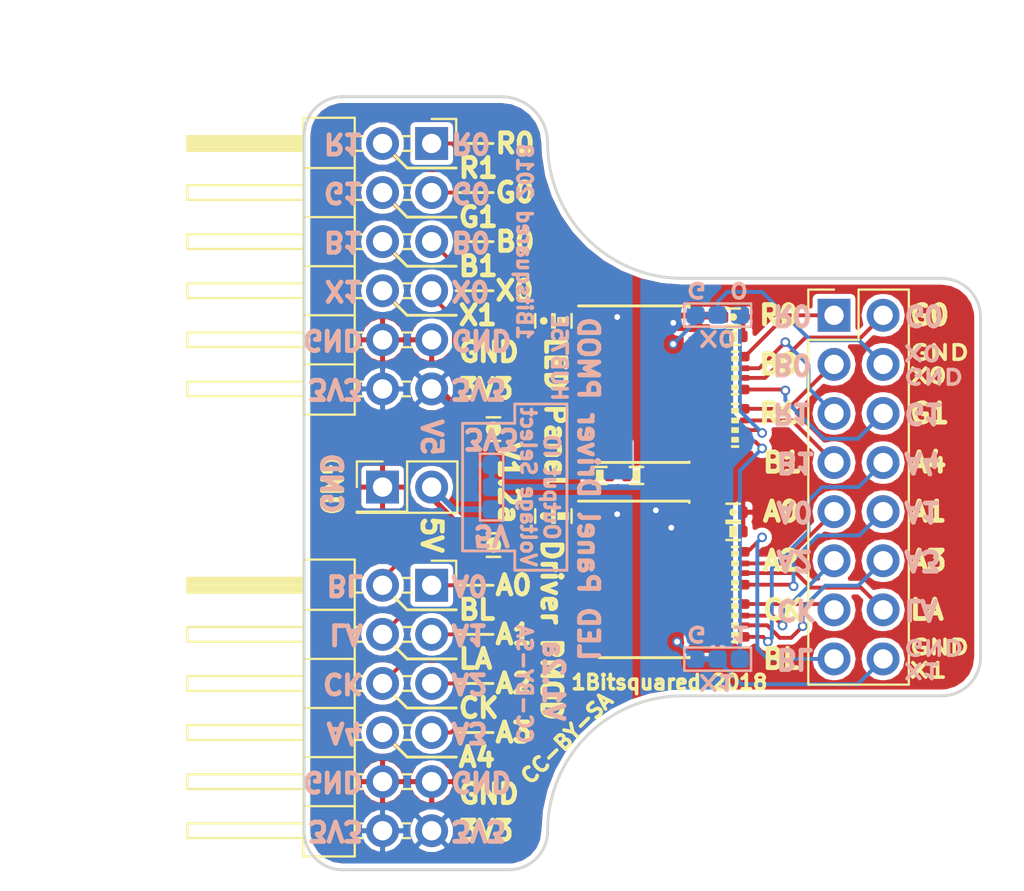
<source format=kicad_pcb>
(kicad_pcb (version 20171130) (host pcbnew 5.0.1-33cea8e~68~ubuntu18.04.1)

  (general
    (thickness 0.8)
    (drawings 151)
    (tracks 266)
    (zones 0)
    (modules 25)
    (nets 59)
  )

  (page A4)
  (title_block
    (title "iCEBreaker PMOD - Hyperram")
    (rev V1.2a)
    (company 1BitSquared)
    (comment 1 "2018 (C) 1BitSquared <info@1bitsquared.com>")
    (comment 2 "2018 (C) Piotr Esden-Tempski <piotr@esden.net>")
    (comment 3 "License: CC-BY-SA 4.0")
  )

  (layers
    (0 F.Cu signal)
    (31 B.Cu signal)
    (33 F.Adhes user)
    (34 B.Paste user)
    (35 F.Paste user)
    (36 B.SilkS user)
    (37 F.SilkS user)
    (38 B.Mask user)
    (39 F.Mask user)
    (40 Dwgs.User user)
    (44 Edge.Cuts user)
    (46 B.CrtYd user)
    (47 F.CrtYd user)
    (48 B.Fab user)
    (49 F.Fab user)
  )

  (setup
    (last_trace_width 0.2)
    (user_trace_width 0.3)
    (trace_clearance 0.2)
    (zone_clearance 0.25)
    (zone_45_only yes)
    (trace_min 0.2)
    (segment_width 0.15)
    (edge_width 0.15)
    (via_size 0.5)
    (via_drill 0.3)
    (via_min_size 0.5)
    (via_min_drill 0.3)
    (uvia_size 0.3)
    (uvia_drill 0.1)
    (uvias_allowed no)
    (uvia_min_size 0.2)
    (uvia_min_drill 0.1)
    (pcb_text_width 0.3)
    (pcb_text_size 1.5 1.5)
    (mod_edge_width 0.15)
    (mod_text_size 1 1)
    (mod_text_width 0.15)
    (pad_size 0.5 0.6)
    (pad_drill 0)
    (pad_to_mask_clearance 0.05)
    (solder_mask_min_width 0.25)
    (aux_axis_origin 0 0)
    (grid_origin 37.4 44)
    (visible_elements FFFFFF1F)
    (pcbplotparams
      (layerselection 0x010fc_ffffffff)
      (usegerberextensions true)
      (usegerberattributes false)
      (usegerberadvancedattributes false)
      (creategerberjobfile false)
      (excludeedgelayer true)
      (linewidth 0.300000)
      (plotframeref false)
      (viasonmask false)
      (mode 1)
      (useauxorigin false)
      (hpglpennumber 1)
      (hpglpenspeed 20)
      (hpglpendiameter 15.000000)
      (psnegative false)
      (psa4output false)
      (plotreference true)
      (plotvalue true)
      (plotinvisibletext false)
      (padsonsilk false)
      (subtractmaskfromsilk true)
      (outputformat 1)
      (mirror false)
      (drillshape 0)
      (scaleselection 1)
      (outputdirectory "gerber"))
  )

  (net 0 "")
  (net 1 GND)
  (net 2 +3V3)
  (net 3 +5V)
  (net 4 /VCCB)
  (net 5 "Net-(R2-Pad2)")
  (net 6 "Net-(R3-Pad1)")
  (net 7 "Net-(R4-Pad1)")
  (net 8 /iA3)
  (net 9 /iA2)
  (net 10 /iA1)
  (net 11 /iA0)
  (net 12 /iR1)
  (net 13 /iR0)
  (net 14 /iG1)
  (net 15 /iG0)
  (net 16 /iB1)
  (net 17 /iB0)
  (net 18 /A0)
  (net 19 /B1)
  (net 20 /B0)
  (net 21 /G1)
  (net 22 /G0)
  (net 23 /R1)
  (net 24 /R0)
  (net 25 /A1)
  (net 26 /A2)
  (net 27 /A3)
  (net 28 /B0x)
  (net 29 /R1x)
  (net 30 /R0x)
  (net 31 /B1x)
  (net 32 /A0x)
  (net 33 /A2x)
  (net 34 /G1x)
  (net 35 /A4x)
  (net 36 /G0x)
  (net 37 /A1x)
  (net 38 /A4)
  (net 39 /A3x)
  (net 40 /iA4)
  (net 41 /BLANKx)
  (net 42 /BLANK)
  (net 43 /SCLK)
  (net 44 /LATCH)
  (net 45 /LATCHx)
  (net 46 /SCLKx)
  (net 47 /iSCLK)
  (net 48 /iLATCH)
  (net 49 /iBLANK)
  (net 50 "Net-(J6-Pad16)")
  (net 51 /X1x)
  (net 52 /X0x)
  (net 53 "Net-(J3-Pad2)")
  (net 54 /X1)
  (net 55 /X0)
  (net 56 "Net-(R1-Pad1)")
  (net 57 /iX1)
  (net 58 /iX0)

  (net_class Default "This is the default net class."
    (clearance 0.2)
    (trace_width 0.2)
    (via_dia 0.5)
    (via_drill 0.3)
    (uvia_dia 0.3)
    (uvia_drill 0.1)
    (add_net +3V3)
    (add_net +5V)
    (add_net /A0)
    (add_net /A0x)
    (add_net /A1)
    (add_net /A1x)
    (add_net /A2)
    (add_net /A2x)
    (add_net /A3)
    (add_net /A3x)
    (add_net /A4)
    (add_net /A4x)
    (add_net /B0)
    (add_net /B0x)
    (add_net /B1)
    (add_net /B1x)
    (add_net /BLANK)
    (add_net /BLANKx)
    (add_net /G0)
    (add_net /G0x)
    (add_net /G1)
    (add_net /G1x)
    (add_net /LATCH)
    (add_net /LATCHx)
    (add_net /R0)
    (add_net /R0x)
    (add_net /R1)
    (add_net /R1x)
    (add_net /SCLK)
    (add_net /SCLKx)
    (add_net /VCCB)
    (add_net /X0)
    (add_net /X0x)
    (add_net /X1)
    (add_net /X1x)
    (add_net /iA0)
    (add_net /iA1)
    (add_net /iA2)
    (add_net /iA3)
    (add_net /iA4)
    (add_net /iB0)
    (add_net /iB1)
    (add_net /iBLANK)
    (add_net /iG0)
    (add_net /iG1)
    (add_net /iLATCH)
    (add_net /iR0)
    (add_net /iR1)
    (add_net /iSCLK)
    (add_net /iX0)
    (add_net /iX1)
    (add_net GND)
    (add_net "Net-(J3-Pad2)")
    (add_net "Net-(J6-Pad16)")
    (add_net "Net-(R1-Pad1)")
    (add_net "Net-(R2-Pad2)")
    (add_net "Net-(R3-Pad1)")
    (add_net "Net-(R4-Pad1)")
  )

  (module pkl_dipol:C_0402 (layer F.Cu) (tedit 5B8B5916) (tstamp 5BF5A6B7)
    (at 49.8 35.4 90)
    (descr "Capacitor SMD 0402, reflow soldering")
    (tags "capacitor 0402")
    (path /5C164CC0)
    (attr smd)
    (fp_text reference C3 (at 0 -1.1 90) (layer F.Fab)
      (effects (font (size 0.635 0.635) (thickness 0.1)))
    )
    (fp_text value 100n (at 0 1.2 90) (layer F.Fab)
      (effects (font (size 0.635 0.635) (thickness 0.1)))
    )
    (fp_line (start 0.35 0.44) (end -0.35 0.44) (layer F.SilkS) (width 0.13))
    (fp_line (start -0.35 -0.44) (end 0.35 -0.44) (layer F.SilkS) (width 0.13))
    (fp_line (start 0.95 -0.5) (end 0.95 0.5) (layer F.CrtYd) (width 0.05))
    (fp_line (start -0.95 -0.5) (end -0.95 0.5) (layer F.CrtYd) (width 0.05))
    (fp_line (start -0.95 0.5) (end 0.95 0.5) (layer F.CrtYd) (width 0.05))
    (fp_line (start -0.95 -0.5) (end 0.95 -0.5) (layer F.CrtYd) (width 0.05))
    (fp_circle (center 0 0) (end 0.1 0) (layer F.SilkS) (width 0.2))
    (pad 2 smd roundrect (at 0.5 0 90) (size 0.5 0.6) (layers F.Cu F.Paste F.Mask) (roundrect_rratio 0.25)
      (net 2 +3V3))
    (pad 1 smd roundrect (at -0.5 0 90) (size 0.5 0.6) (layers F.Cu F.Paste F.Mask) (roundrect_rratio 0.25)
      (net 1 GND))
    (model ${KISYS3DMOD}/Capacitor_SMD.3dshapes/C_0402_1005Metric.step
      (at (xyz 0 0 0))
      (scale (xyz 1 1 1))
      (rotate (xyz 0 0 0))
    )
  )

  (module pkl_dipol:C_0402 (layer F.Cu) (tedit 5B8B5916) (tstamp 5BF5A6AA)
    (at 49.8 45.5 90)
    (descr "Capacitor SMD 0402, reflow soldering")
    (tags "capacitor 0402")
    (path /5C14AE16)
    (attr smd)
    (fp_text reference C4 (at 0 -1.1 90) (layer F.Fab)
      (effects (font (size 0.635 0.635) (thickness 0.1)))
    )
    (fp_text value 100n (at 0 1.2 90) (layer F.Fab)
      (effects (font (size 0.635 0.635) (thickness 0.1)))
    )
    (fp_circle (center 0 0) (end 0.1 0) (layer F.SilkS) (width 0.2))
    (fp_line (start -0.95 -0.5) (end 0.95 -0.5) (layer F.CrtYd) (width 0.05))
    (fp_line (start -0.95 0.5) (end 0.95 0.5) (layer F.CrtYd) (width 0.05))
    (fp_line (start -0.95 -0.5) (end -0.95 0.5) (layer F.CrtYd) (width 0.05))
    (fp_line (start 0.95 -0.5) (end 0.95 0.5) (layer F.CrtYd) (width 0.05))
    (fp_line (start -0.35 -0.44) (end 0.35 -0.44) (layer F.SilkS) (width 0.13))
    (fp_line (start 0.35 0.44) (end -0.35 0.44) (layer F.SilkS) (width 0.13))
    (pad 1 smd roundrect (at -0.5 0 90) (size 0.5 0.6) (layers F.Cu F.Paste F.Mask) (roundrect_rratio 0.25)
      (net 1 GND))
    (pad 2 smd roundrect (at 0.5 0 90) (size 0.5 0.6) (layers F.Cu F.Paste F.Mask) (roundrect_rratio 0.25)
      (net 2 +3V3))
    (model ${KISYS3DMOD}/Capacitor_SMD.3dshapes/C_0402_1005Metric.step
      (at (xyz 0 0 0))
      (scale (xyz 1 1 1))
      (rotate (xyz 0 0 0))
    )
  )

  (module pkl_dipol:C_0402 (layer F.Cu) (tedit 5B8B5916) (tstamp 5BF5A69D)
    (at 59.6 35.2 180)
    (descr "Capacitor SMD 0402, reflow soldering")
    (tags "capacitor 0402")
    (path /5C175BD2)
    (attr smd)
    (fp_text reference C5 (at 0 -1.1 180) (layer F.Fab)
      (effects (font (size 0.635 0.635) (thickness 0.1)))
    )
    (fp_text value 100n (at 0 1.2 180) (layer F.Fab)
      (effects (font (size 0.635 0.635) (thickness 0.1)))
    )
    (fp_line (start 0.35 0.44) (end -0.35 0.44) (layer F.SilkS) (width 0.13))
    (fp_line (start -0.35 -0.44) (end 0.35 -0.44) (layer F.SilkS) (width 0.13))
    (fp_line (start 0.95 -0.5) (end 0.95 0.5) (layer F.CrtYd) (width 0.05))
    (fp_line (start -0.95 -0.5) (end -0.95 0.5) (layer F.CrtYd) (width 0.05))
    (fp_line (start -0.95 0.5) (end 0.95 0.5) (layer F.CrtYd) (width 0.05))
    (fp_line (start -0.95 -0.5) (end 0.95 -0.5) (layer F.CrtYd) (width 0.05))
    (fp_circle (center 0 0) (end 0.1 0) (layer F.SilkS) (width 0.2))
    (pad 2 smd roundrect (at 0.5 0 180) (size 0.5 0.6) (layers F.Cu F.Paste F.Mask) (roundrect_rratio 0.25)
      (net 4 /VCCB))
    (pad 1 smd roundrect (at -0.5 0 180) (size 0.5 0.6) (layers F.Cu F.Paste F.Mask) (roundrect_rratio 0.25)
      (net 1 GND))
    (model ${KISYS3DMOD}/Capacitor_SMD.3dshapes/C_0402_1005Metric.step
      (at (xyz 0 0 0))
      (scale (xyz 1 1 1))
      (rotate (xyz 0 0 0))
    )
  )

  (module pkl_dipol:C_0402 (layer F.Cu) (tedit 5B8B5916) (tstamp 5BF5A690)
    (at 59.6 45.3 180)
    (descr "Capacitor SMD 0402, reflow soldering")
    (tags "capacitor 0402")
    (path /5C16537F)
    (attr smd)
    (fp_text reference C6 (at 0 -1.1 180) (layer F.Fab)
      (effects (font (size 0.635 0.635) (thickness 0.1)))
    )
    (fp_text value 100n (at 0 1.2 180) (layer F.Fab)
      (effects (font (size 0.635 0.635) (thickness 0.1)))
    )
    (fp_circle (center 0 0) (end 0.1 0) (layer F.SilkS) (width 0.2))
    (fp_line (start -0.95 -0.5) (end 0.95 -0.5) (layer F.CrtYd) (width 0.05))
    (fp_line (start -0.95 0.5) (end 0.95 0.5) (layer F.CrtYd) (width 0.05))
    (fp_line (start -0.95 -0.5) (end -0.95 0.5) (layer F.CrtYd) (width 0.05))
    (fp_line (start 0.95 -0.5) (end 0.95 0.5) (layer F.CrtYd) (width 0.05))
    (fp_line (start -0.35 -0.44) (end 0.35 -0.44) (layer F.SilkS) (width 0.13))
    (fp_line (start 0.35 0.44) (end -0.35 0.44) (layer F.SilkS) (width 0.13))
    (pad 1 smd roundrect (at -0.5 0 180) (size 0.5 0.6) (layers F.Cu F.Paste F.Mask) (roundrect_rratio 0.25)
      (net 1 GND))
    (pad 2 smd roundrect (at 0.5 0 180) (size 0.5 0.6) (layers F.Cu F.Paste F.Mask) (roundrect_rratio 0.25)
      (net 4 /VCCB))
    (model ${KISYS3DMOD}/Capacitor_SMD.3dshapes/C_0402_1005Metric.step
      (at (xyz 0 0 0))
      (scale (xyz 1 1 1))
      (rotate (xyz 0 0 0))
    )
  )

  (module pkl_dipol:C_0603 (layer F.Cu) (tedit 5B8B5957) (tstamp 5BF5A66B)
    (at 47.2 47)
    (descr "Capacitor SMD 0603, reflow soldering")
    (tags "capacitor 0603")
    (path /5C1A70E9)
    (attr smd)
    (fp_text reference C2 (at 0 -1.1) (layer F.Fab)
      (effects (font (size 0.635 0.635) (thickness 0.1)))
    )
    (fp_text value 10u (at 0 1.2) (layer F.Fab)
      (effects (font (size 0.635 0.635) (thickness 0.1)))
    )
    (fp_circle (center 0 0) (end 0.2 0) (layer F.SilkS) (width 0.4))
    (fp_line (start -1.175 -0.725) (end 1.175 -0.725) (layer F.CrtYd) (width 0.05))
    (fp_line (start -1.175 0.725) (end 1.175 0.725) (layer F.CrtYd) (width 0.05))
    (fp_line (start -1.175 -0.725) (end -1.175 0.725) (layer F.CrtYd) (width 0.05))
    (fp_line (start 1.175 -0.725) (end 1.175 0.725) (layer F.CrtYd) (width 0.05))
    (fp_line (start -0.35 -0.61) (end 0.35 -0.61) (layer F.SilkS) (width 0.13))
    (fp_line (start 0.35 0.61) (end -0.35 0.61) (layer F.SilkS) (width 0.13))
    (pad 1 smd roundrect (at -0.75 0) (size 0.6 0.9) (layers F.Cu F.Paste F.Mask) (roundrect_rratio 0.25)
      (net 3 +5V))
    (pad 2 smd roundrect (at 0.75 0) (size 0.6 0.9) (layers F.Cu F.Paste F.Mask) (roundrect_rratio 0.25)
      (net 1 GND))
    (model ${KISYS3DMOD}/Capacitor_SMD.3dshapes/C_0603_1608Metric.step
      (at (xyz 0 0 0))
      (scale (xyz 1 1 1))
      (rotate (xyz 0 0 0))
    )
  )

  (module pkl_dipol:R_0402 (layer F.Cu) (tedit 5B8B7ED4) (tstamp 5BF5A65E)
    (at 54.6 43.4)
    (descr "Resistor SMD 0402, reflow soldering")
    (tags "resistor 0402")
    (path /5BEE1150)
    (attr smd)
    (fp_text reference R10 (at 0 -1.1) (layer F.Fab)
      (effects (font (size 0.635 0.635) (thickness 0.1)))
    )
    (fp_text value 10k (at 0 1.2) (layer F.Fab)
      (effects (font (size 0.635 0.635) (thickness 0.1)))
    )
    (fp_line (start 0.35 0.44) (end -0.35 0.44) (layer F.SilkS) (width 0.13))
    (fp_line (start -0.35 -0.44) (end 0.35 -0.44) (layer F.SilkS) (width 0.13))
    (fp_line (start 0.95 -0.5) (end 0.95 0.5) (layer F.CrtYd) (width 0.05))
    (fp_line (start -0.95 -0.5) (end -0.95 0.5) (layer F.CrtYd) (width 0.05))
    (fp_line (start -0.95 0.5) (end 0.95 0.5) (layer F.CrtYd) (width 0.05))
    (fp_line (start -0.95 -0.5) (end 0.95 -0.5) (layer F.CrtYd) (width 0.05))
    (fp_poly (pts (xy -0.175 0.275) (xy -0.175 -0.275) (xy 0.175 -0.275) (xy 0.175 0.275)
      (xy -0.1 0.275)) (layer F.SilkS) (width 0.05))
    (pad 2 smd roundrect (at 0.5 0) (size 0.5 0.6) (layers F.Cu F.Paste F.Mask) (roundrect_rratio 0.25)
      (net 1 GND))
    (pad 1 smd roundrect (at -0.5 0) (size 0.5 0.6) (layers F.Cu F.Paste F.Mask) (roundrect_rratio 0.25)
      (net 58 /iX0))
    (model ${KISYS3DMOD}/Resistor_SMD.3dshapes/R_0402_1005Metric.step
      (at (xyz 0 0 0))
      (scale (xyz 1 1 1))
      (rotate (xyz 0 0 0))
    )
  )

  (module pkl_dipol:R_0402 (layer F.Cu) (tedit 5B8B7ED4) (tstamp 5BF66E35)
    (at 52.7 43.4 180)
    (descr "Resistor SMD 0402, reflow soldering")
    (tags "resistor 0402")
    (path /5BEE122D)
    (attr smd)
    (fp_text reference R9 (at 0 -1.1 180) (layer F.Fab)
      (effects (font (size 0.635 0.635) (thickness 0.1)))
    )
    (fp_text value 10k (at 0 1.2 180) (layer F.Fab)
      (effects (font (size 0.635 0.635) (thickness 0.1)))
    )
    (fp_poly (pts (xy -0.175 0.275) (xy -0.175 -0.275) (xy 0.175 -0.275) (xy 0.175 0.275)
      (xy -0.1 0.275)) (layer F.SilkS) (width 0.05))
    (fp_line (start -0.95 -0.5) (end 0.95 -0.5) (layer F.CrtYd) (width 0.05))
    (fp_line (start -0.95 0.5) (end 0.95 0.5) (layer F.CrtYd) (width 0.05))
    (fp_line (start -0.95 -0.5) (end -0.95 0.5) (layer F.CrtYd) (width 0.05))
    (fp_line (start 0.95 -0.5) (end 0.95 0.5) (layer F.CrtYd) (width 0.05))
    (fp_line (start -0.35 -0.44) (end 0.35 -0.44) (layer F.SilkS) (width 0.13))
    (fp_line (start 0.35 0.44) (end -0.35 0.44) (layer F.SilkS) (width 0.13))
    (pad 1 smd roundrect (at -0.5 0 180) (size 0.5 0.6) (layers F.Cu F.Paste F.Mask) (roundrect_rratio 0.25)
      (net 57 /iX1))
    (pad 2 smd roundrect (at 0.5 0 180) (size 0.5 0.6) (layers F.Cu F.Paste F.Mask) (roundrect_rratio 0.25)
      (net 1 GND))
    (model ${KISYS3DMOD}/Resistor_SMD.3dshapes/R_0402_1005Metric.step
      (at (xyz 0 0 0))
      (scale (xyz 1 1 1))
      (rotate (xyz 0 0 0))
    )
  )

  (module pkl_jumpers:J_NCNO_0903_30 (layer B.Cu) (tedit 5BC39D8D) (tstamp 5BF5A45C)
    (at 58.8 35.1)
    (descr "Jumper Normally Closed SMD 0603, 0.15mm connection, reflow soldering")
    (tags "jumper 0603")
    (path /5C0D18C5)
    (attr smd)
    (fp_text reference J3 (at 0 1.1) (layer B.Fab)
      (effects (font (size 0.635 0.635) (thickness 0.1)) (justify mirror))
    )
    (fp_text value jmp (at 0 -1.2) (layer B.Fab)
      (effects (font (size 0.635 0.635) (thickness 0.1)) (justify mirror))
    )
    (fp_poly (pts (xy 0.525 0.25) (xy 0.625 0.25) (xy 0.625 -0.25) (xy 0.525 -0.25)) (layer B.Mask) (width 0.15))
    (fp_line (start -0.775 0) (end -0.375 0) (layer B.Cu) (width 0.3))
    (fp_poly (pts (xy -0.625 0.25) (xy -0.525 0.25) (xy -0.525 -0.25) (xy -0.625 -0.25)) (layer B.Mask) (width 0.15))
    (fp_line (start 1.725 -0.6) (end -1.725 -0.6) (layer B.SilkS) (width 0.13))
    (fp_line (start -1.725 0.6) (end 1.725 0.6) (layer B.SilkS) (width 0.13))
    (fp_line (start 1.75 0.725) (end 1.75 -0.725) (layer B.CrtYd) (width 0.05))
    (fp_line (start -1.75 0.725) (end -1.75 -0.725) (layer B.CrtYd) (width 0.05))
    (fp_line (start -1.75 -0.725) (end 1.75 -0.725) (layer B.CrtYd) (width 0.05))
    (fp_line (start -1.75 0.725) (end 1.75 0.725) (layer B.CrtYd) (width 0.05))
    (fp_line (start 1.725 0.6) (end 1.725 -0.6) (layer B.SilkS) (width 0.13))
    (fp_line (start -1.725 0.6) (end -1.725 -0.6) (layer B.SilkS) (width 0.13))
    (pad 3 smd roundrect (at 1.15 0) (size 0.95 0.9) (layers B.Cu B.Paste B.Mask) (roundrect_rratio 0.25)
      (net 52 /X0x))
    (pad 2 smd roundrect (at 0 0) (size 0.95 0.9) (layers B.Cu B.Paste B.Mask) (roundrect_rratio 0.25)
      (net 53 "Net-(J3-Pad2)"))
    (pad 1 smd roundrect (at -1.15 0) (size 0.95 0.9) (layers B.Cu B.Paste B.Mask) (roundrect_rratio 0.25)
      (net 1 GND))
  )

  (module pkl_jumpers:J_NCNO_0903_30 (layer B.Cu) (tedit 5BC39D8D) (tstamp 5BF5A44A)
    (at 58.8 52.9)
    (descr "Jumper Normally Closed SMD 0603, 0.15mm connection, reflow soldering")
    (tags "jumper 0603")
    (path /5C1020AE)
    (attr smd)
    (fp_text reference J7 (at 0 1.1) (layer B.Fab)
      (effects (font (size 0.635 0.635) (thickness 0.1)) (justify mirror))
    )
    (fp_text value jmp (at 0 -1.2) (layer B.Fab)
      (effects (font (size 0.635 0.635) (thickness 0.1)) (justify mirror))
    )
    (fp_line (start -1.725 0.6) (end -1.725 -0.6) (layer B.SilkS) (width 0.13))
    (fp_line (start 1.725 0.6) (end 1.725 -0.6) (layer B.SilkS) (width 0.13))
    (fp_line (start -1.75 0.725) (end 1.75 0.725) (layer B.CrtYd) (width 0.05))
    (fp_line (start -1.75 -0.725) (end 1.75 -0.725) (layer B.CrtYd) (width 0.05))
    (fp_line (start -1.75 0.725) (end -1.75 -0.725) (layer B.CrtYd) (width 0.05))
    (fp_line (start 1.75 0.725) (end 1.75 -0.725) (layer B.CrtYd) (width 0.05))
    (fp_line (start -1.725 0.6) (end 1.725 0.6) (layer B.SilkS) (width 0.13))
    (fp_line (start 1.725 -0.6) (end -1.725 -0.6) (layer B.SilkS) (width 0.13))
    (fp_poly (pts (xy -0.625 0.25) (xy -0.525 0.25) (xy -0.525 -0.25) (xy -0.625 -0.25)) (layer B.Mask) (width 0.15))
    (fp_line (start -0.775 0) (end -0.375 0) (layer B.Cu) (width 0.3))
    (fp_poly (pts (xy 0.525 0.25) (xy 0.625 0.25) (xy 0.625 -0.25) (xy 0.525 -0.25)) (layer B.Mask) (width 0.15))
    (pad 1 smd roundrect (at -1.15 0) (size 0.95 0.9) (layers B.Cu B.Paste B.Mask) (roundrect_rratio 0.25)
      (net 1 GND))
    (pad 2 smd roundrect (at 0 0) (size 0.95 0.9) (layers B.Cu B.Paste B.Mask) (roundrect_rratio 0.25)
      (net 50 "Net-(J6-Pad16)"))
    (pad 3 smd roundrect (at 1.15 0) (size 0.95 0.9) (layers B.Cu B.Paste B.Mask) (roundrect_rratio 0.25)
      (net 51 /X1x))
  )

  (module pkl_dipol:R_Array_Convex_4x0402 (layer F.Cu) (tedit 5B8B823A) (tstamp 5BC7D230)
    (at 59.7 50.9)
    (descr "Thick Film Chip Resistor Array, Wave soldering, Vishay CRA06P (see cra06p.pdf)")
    (tags "resistor array")
    (path /5BCAD60F)
    (solder_mask_margin 0.05)
    (attr smd)
    (fp_text reference R8 (at 0 -2) (layer F.Fab)
      (effects (font (size 0.75 0.75) (thickness 0.15)))
    )
    (fp_text value 33E (at 0 2) (layer F.Fab)
      (effects (font (size 0.75 0.75) (thickness 0.15)))
    )
    (fp_poly (pts (xy -0.175 0.625) (xy 0.175 0.625) (xy 0.175 0.875) (xy -0.175 0.875)) (layer F.SilkS) (width 0.05))
    (fp_poly (pts (xy -0.175 0.125) (xy 0.175 0.125) (xy 0.175 0.375) (xy -0.175 0.375)) (layer F.SilkS) (width 0.05))
    (fp_poly (pts (xy -0.175 -0.875) (xy 0.175 -0.875) (xy 0.175 -0.625) (xy -0.175 -0.625)) (layer F.SilkS) (width 0.05))
    (fp_poly (pts (xy -0.175 -0.375) (xy 0.175 -0.375) (xy 0.175 -0.125) (xy -0.175 -0.125)) (layer F.SilkS) (width 0.05))
    (fp_line (start 0.15 -1.1) (end -0.15 -1.1) (layer F.SilkS) (width 0.15))
    (fp_line (start 0.15 1.1) (end -0.15 1.1) (layer F.SilkS) (width 0.15))
    (fp_line (start 1 -1.35) (end 1 1.35) (layer F.CrtYd) (width 0.05))
    (fp_line (start -1 -1.35) (end -1 1.35) (layer F.CrtYd) (width 0.05))
    (fp_line (start -1 1.35) (end 1 1.35) (layer F.CrtYd) (width 0.05))
    (fp_line (start -1 -1.35) (end 1 -1.35) (layer F.CrtYd) (width 0.05))
    (fp_line (start 0.5 -1) (end 0.5 -0.55) (layer F.Fab) (width 0.05))
    (fp_line (start 0.5 -0.55) (end 0.3 -0.55) (layer F.Fab) (width 0.05))
    (fp_line (start 0.3 -0.55) (end 0.3 -0.4) (layer F.Fab) (width 0.05))
    (fp_line (start 0.3 -0.4) (end 0.5 -0.4) (layer F.Fab) (width 0.05))
    (fp_line (start 0.5 -0.4) (end 0.5 -0.1) (layer F.Fab) (width 0.05))
    (fp_line (start 0.5 -0.1) (end 0.3 -0.1) (layer F.Fab) (width 0.05))
    (fp_line (start 0.3 -0.1) (end 0.3 0.1) (layer F.Fab) (width 0.05))
    (fp_line (start 0.3 0.1) (end 0.5 0.1) (layer F.Fab) (width 0.05))
    (fp_line (start 0.5 0.1) (end 0.5 0.4) (layer F.Fab) (width 0.05))
    (fp_line (start 0.5 0.4) (end 0.3 0.4) (layer F.Fab) (width 0.05))
    (fp_line (start 0.3 0.4) (end 0.3 0.55) (layer F.Fab) (width 0.05))
    (fp_line (start 0.3 0.55) (end 0.5 0.55) (layer F.Fab) (width 0.05))
    (fp_line (start 0.5 0.55) (end 0.5 1) (layer F.Fab) (width 0.05))
    (fp_line (start 0.5 1) (end -0.5 1) (layer F.Fab) (width 0.05))
    (fp_line (start -0.5 1) (end -0.5 0.55) (layer F.Fab) (width 0.05))
    (fp_line (start -0.5 0.55) (end -0.3 0.55) (layer F.Fab) (width 0.05))
    (fp_line (start -0.3 0.55) (end -0.3 0.4) (layer F.Fab) (width 0.05))
    (fp_line (start -0.3 0.4) (end -0.5 0.4) (layer F.Fab) (width 0.05))
    (fp_line (start -0.5 0.4) (end -0.5 0.1) (layer F.Fab) (width 0.05))
    (fp_line (start -0.5 0.1) (end -0.3 0.1) (layer F.Fab) (width 0.05))
    (fp_line (start -0.3 0.1) (end -0.3 -0.1) (layer F.Fab) (width 0.05))
    (fp_line (start -0.3 -0.1) (end -0.5 -0.1) (layer F.Fab) (width 0.05))
    (fp_line (start -0.5 -0.1) (end -0.5 -0.4) (layer F.Fab) (width 0.05))
    (fp_line (start -0.5 -0.4) (end -0.3 -0.4) (layer F.Fab) (width 0.05))
    (fp_line (start -0.3 -0.4) (end -0.3 -0.55) (layer F.Fab) (width 0.05))
    (fp_line (start -0.3 -0.55) (end -0.5 -0.55) (layer F.Fab) (width 0.05))
    (fp_line (start -0.5 -0.55) (end -0.5 -1) (layer F.Fab) (width 0.05))
    (fp_line (start -0.5 -1) (end 0.5 -1) (layer F.Fab) (width 0.05))
    (pad 8 smd roundrect (at 0.5 0.85) (size 0.5 0.5) (layers F.Cu F.Paste F.Mask) (roundrect_rratio 0.25)
      (net 35 /A4x))
    (pad 6 smd roundrect (at 0.5 0.25) (size 0.5 0.3) (layers F.Cu F.Paste F.Mask) (roundrect_rratio 0.25)
      (net 39 /A3x))
    (pad 4 smd roundrect (at 0.5 -0.25) (size 0.5 0.3) (layers F.Cu F.Paste F.Mask) (roundrect_rratio 0.25)
      (net 33 /A2x))
    (pad 2 smd roundrect (at 0.5 -0.85) (size 0.5 0.5) (layers F.Cu F.Paste F.Mask) (roundrect_rratio 0.25)
      (net 46 /SCLKx))
    (pad 7 smd roundrect (at -0.5 0.85) (size 0.5 0.5) (layers F.Cu F.Paste F.Mask) (roundrect_rratio 0.25)
      (net 38 /A4))
    (pad 1 smd roundrect (at -0.5 -0.85) (size 0.5 0.5) (layers F.Cu F.Paste F.Mask) (roundrect_rratio 0.25)
      (net 43 /SCLK))
    (pad 5 smd roundrect (at -0.5 0.25) (size 0.5 0.3) (layers F.Cu F.Paste F.Mask) (roundrect_rratio 0.25)
      (net 27 /A3))
    (pad 3 smd roundrect (at -0.5 -0.25) (size 0.5 0.3) (layers F.Cu F.Paste F.Mask) (roundrect_rratio 0.25)
      (net 26 /A2))
    (model ${KISYS3DMOD}/Resistor_SMD.3dshapes/R_Array_Convex_4x0402.step
      (at (xyz 0 0 0))
      (scale (xyz 1 1 1))
      (rotate (xyz 0 0 0))
    )
  )

  (module pkl_dipol:R_Array_Convex_4x0402 (layer F.Cu) (tedit 5B8B823A) (tstamp 5BC7D1FE)
    (at 59.7 48.2)
    (descr "Thick Film Chip Resistor Array, Wave soldering, Vishay CRA06P (see cra06p.pdf)")
    (tags "resistor array")
    (path /5BCAD4CD)
    (solder_mask_margin 0.05)
    (attr smd)
    (fp_text reference R7 (at 0 -2) (layer F.Fab)
      (effects (font (size 0.75 0.75) (thickness 0.15)))
    )
    (fp_text value 33E (at 0 2) (layer F.Fab)
      (effects (font (size 0.75 0.75) (thickness 0.15)))
    )
    (fp_line (start -0.5 -1) (end 0.5 -1) (layer F.Fab) (width 0.05))
    (fp_line (start -0.5 -0.55) (end -0.5 -1) (layer F.Fab) (width 0.05))
    (fp_line (start -0.3 -0.55) (end -0.5 -0.55) (layer F.Fab) (width 0.05))
    (fp_line (start -0.3 -0.4) (end -0.3 -0.55) (layer F.Fab) (width 0.05))
    (fp_line (start -0.5 -0.4) (end -0.3 -0.4) (layer F.Fab) (width 0.05))
    (fp_line (start -0.5 -0.1) (end -0.5 -0.4) (layer F.Fab) (width 0.05))
    (fp_line (start -0.3 -0.1) (end -0.5 -0.1) (layer F.Fab) (width 0.05))
    (fp_line (start -0.3 0.1) (end -0.3 -0.1) (layer F.Fab) (width 0.05))
    (fp_line (start -0.5 0.1) (end -0.3 0.1) (layer F.Fab) (width 0.05))
    (fp_line (start -0.5 0.4) (end -0.5 0.1) (layer F.Fab) (width 0.05))
    (fp_line (start -0.3 0.4) (end -0.5 0.4) (layer F.Fab) (width 0.05))
    (fp_line (start -0.3 0.55) (end -0.3 0.4) (layer F.Fab) (width 0.05))
    (fp_line (start -0.5 0.55) (end -0.3 0.55) (layer F.Fab) (width 0.05))
    (fp_line (start -0.5 1) (end -0.5 0.55) (layer F.Fab) (width 0.05))
    (fp_line (start 0.5 1) (end -0.5 1) (layer F.Fab) (width 0.05))
    (fp_line (start 0.5 0.55) (end 0.5 1) (layer F.Fab) (width 0.05))
    (fp_line (start 0.3 0.55) (end 0.5 0.55) (layer F.Fab) (width 0.05))
    (fp_line (start 0.3 0.4) (end 0.3 0.55) (layer F.Fab) (width 0.05))
    (fp_line (start 0.5 0.4) (end 0.3 0.4) (layer F.Fab) (width 0.05))
    (fp_line (start 0.5 0.1) (end 0.5 0.4) (layer F.Fab) (width 0.05))
    (fp_line (start 0.3 0.1) (end 0.5 0.1) (layer F.Fab) (width 0.05))
    (fp_line (start 0.3 -0.1) (end 0.3 0.1) (layer F.Fab) (width 0.05))
    (fp_line (start 0.5 -0.1) (end 0.3 -0.1) (layer F.Fab) (width 0.05))
    (fp_line (start 0.5 -0.4) (end 0.5 -0.1) (layer F.Fab) (width 0.05))
    (fp_line (start 0.3 -0.4) (end 0.5 -0.4) (layer F.Fab) (width 0.05))
    (fp_line (start 0.3 -0.55) (end 0.3 -0.4) (layer F.Fab) (width 0.05))
    (fp_line (start 0.5 -0.55) (end 0.3 -0.55) (layer F.Fab) (width 0.05))
    (fp_line (start 0.5 -1) (end 0.5 -0.55) (layer F.Fab) (width 0.05))
    (fp_line (start -1 -1.35) (end 1 -1.35) (layer F.CrtYd) (width 0.05))
    (fp_line (start -1 1.35) (end 1 1.35) (layer F.CrtYd) (width 0.05))
    (fp_line (start -1 -1.35) (end -1 1.35) (layer F.CrtYd) (width 0.05))
    (fp_line (start 1 -1.35) (end 1 1.35) (layer F.CrtYd) (width 0.05))
    (fp_line (start 0.15 1.1) (end -0.15 1.1) (layer F.SilkS) (width 0.15))
    (fp_line (start 0.15 -1.1) (end -0.15 -1.1) (layer F.SilkS) (width 0.15))
    (fp_poly (pts (xy -0.175 -0.375) (xy 0.175 -0.375) (xy 0.175 -0.125) (xy -0.175 -0.125)) (layer F.SilkS) (width 0.05))
    (fp_poly (pts (xy -0.175 -0.875) (xy 0.175 -0.875) (xy 0.175 -0.625) (xy -0.175 -0.625)) (layer F.SilkS) (width 0.05))
    (fp_poly (pts (xy -0.175 0.125) (xy 0.175 0.125) (xy 0.175 0.375) (xy -0.175 0.375)) (layer F.SilkS) (width 0.05))
    (fp_poly (pts (xy -0.175 0.625) (xy 0.175 0.625) (xy 0.175 0.875) (xy -0.175 0.875)) (layer F.SilkS) (width 0.05))
    (pad 3 smd roundrect (at -0.5 -0.25) (size 0.5 0.3) (layers F.Cu F.Paste F.Mask) (roundrect_rratio 0.25)
      (net 18 /A0))
    (pad 5 smd roundrect (at -0.5 0.25) (size 0.5 0.3) (layers F.Cu F.Paste F.Mask) (roundrect_rratio 0.25)
      (net 44 /LATCH))
    (pad 1 smd roundrect (at -0.5 -0.85) (size 0.5 0.5) (layers F.Cu F.Paste F.Mask) (roundrect_rratio 0.25)
      (net 42 /BLANK))
    (pad 7 smd roundrect (at -0.5 0.85) (size 0.5 0.5) (layers F.Cu F.Paste F.Mask) (roundrect_rratio 0.25)
      (net 25 /A1))
    (pad 2 smd roundrect (at 0.5 -0.85) (size 0.5 0.5) (layers F.Cu F.Paste F.Mask) (roundrect_rratio 0.25)
      (net 41 /BLANKx))
    (pad 4 smd roundrect (at 0.5 -0.25) (size 0.5 0.3) (layers F.Cu F.Paste F.Mask) (roundrect_rratio 0.25)
      (net 32 /A0x))
    (pad 6 smd roundrect (at 0.5 0.25) (size 0.5 0.3) (layers F.Cu F.Paste F.Mask) (roundrect_rratio 0.25)
      (net 45 /LATCHx))
    (pad 8 smd roundrect (at 0.5 0.85) (size 0.5 0.5) (layers F.Cu F.Paste F.Mask) (roundrect_rratio 0.25)
      (net 37 /A1x))
    (model ${KISYS3DMOD}/Resistor_SMD.3dshapes/R_Array_Convex_4x0402.step
      (at (xyz 0 0 0))
      (scale (xyz 1 1 1))
      (rotate (xyz 0 0 0))
    )
  )

  (module pkl_dipol:R_Array_Convex_4x0402 (layer F.Cu) (tedit 5B8B823A) (tstamp 5BC7D1CC)
    (at 59.7 40.8)
    (descr "Thick Film Chip Resistor Array, Wave soldering, Vishay CRA06P (see cra06p.pdf)")
    (tags "resistor array")
    (path /5BCAD3F9)
    (solder_mask_margin 0.05)
    (attr smd)
    (fp_text reference R6 (at 0 -2) (layer F.Fab)
      (effects (font (size 0.75 0.75) (thickness 0.15)))
    )
    (fp_text value 33E (at 0 2) (layer F.Fab)
      (effects (font (size 0.75 0.75) (thickness 0.15)))
    )
    (fp_poly (pts (xy -0.175 0.625) (xy 0.175 0.625) (xy 0.175 0.875) (xy -0.175 0.875)) (layer F.SilkS) (width 0.05))
    (fp_poly (pts (xy -0.175 0.125) (xy 0.175 0.125) (xy 0.175 0.375) (xy -0.175 0.375)) (layer F.SilkS) (width 0.05))
    (fp_poly (pts (xy -0.175 -0.875) (xy 0.175 -0.875) (xy 0.175 -0.625) (xy -0.175 -0.625)) (layer F.SilkS) (width 0.05))
    (fp_poly (pts (xy -0.175 -0.375) (xy 0.175 -0.375) (xy 0.175 -0.125) (xy -0.175 -0.125)) (layer F.SilkS) (width 0.05))
    (fp_line (start 0.15 -1.1) (end -0.15 -1.1) (layer F.SilkS) (width 0.15))
    (fp_line (start 0.15 1.1) (end -0.15 1.1) (layer F.SilkS) (width 0.15))
    (fp_line (start 1 -1.35) (end 1 1.35) (layer F.CrtYd) (width 0.05))
    (fp_line (start -1 -1.35) (end -1 1.35) (layer F.CrtYd) (width 0.05))
    (fp_line (start -1 1.35) (end 1 1.35) (layer F.CrtYd) (width 0.05))
    (fp_line (start -1 -1.35) (end 1 -1.35) (layer F.CrtYd) (width 0.05))
    (fp_line (start 0.5 -1) (end 0.5 -0.55) (layer F.Fab) (width 0.05))
    (fp_line (start 0.5 -0.55) (end 0.3 -0.55) (layer F.Fab) (width 0.05))
    (fp_line (start 0.3 -0.55) (end 0.3 -0.4) (layer F.Fab) (width 0.05))
    (fp_line (start 0.3 -0.4) (end 0.5 -0.4) (layer F.Fab) (width 0.05))
    (fp_line (start 0.5 -0.4) (end 0.5 -0.1) (layer F.Fab) (width 0.05))
    (fp_line (start 0.5 -0.1) (end 0.3 -0.1) (layer F.Fab) (width 0.05))
    (fp_line (start 0.3 -0.1) (end 0.3 0.1) (layer F.Fab) (width 0.05))
    (fp_line (start 0.3 0.1) (end 0.5 0.1) (layer F.Fab) (width 0.05))
    (fp_line (start 0.5 0.1) (end 0.5 0.4) (layer F.Fab) (width 0.05))
    (fp_line (start 0.5 0.4) (end 0.3 0.4) (layer F.Fab) (width 0.05))
    (fp_line (start 0.3 0.4) (end 0.3 0.55) (layer F.Fab) (width 0.05))
    (fp_line (start 0.3 0.55) (end 0.5 0.55) (layer F.Fab) (width 0.05))
    (fp_line (start 0.5 0.55) (end 0.5 1) (layer F.Fab) (width 0.05))
    (fp_line (start 0.5 1) (end -0.5 1) (layer F.Fab) (width 0.05))
    (fp_line (start -0.5 1) (end -0.5 0.55) (layer F.Fab) (width 0.05))
    (fp_line (start -0.5 0.55) (end -0.3 0.55) (layer F.Fab) (width 0.05))
    (fp_line (start -0.3 0.55) (end -0.3 0.4) (layer F.Fab) (width 0.05))
    (fp_line (start -0.3 0.4) (end -0.5 0.4) (layer F.Fab) (width 0.05))
    (fp_line (start -0.5 0.4) (end -0.5 0.1) (layer F.Fab) (width 0.05))
    (fp_line (start -0.5 0.1) (end -0.3 0.1) (layer F.Fab) (width 0.05))
    (fp_line (start -0.3 0.1) (end -0.3 -0.1) (layer F.Fab) (width 0.05))
    (fp_line (start -0.3 -0.1) (end -0.5 -0.1) (layer F.Fab) (width 0.05))
    (fp_line (start -0.5 -0.1) (end -0.5 -0.4) (layer F.Fab) (width 0.05))
    (fp_line (start -0.5 -0.4) (end -0.3 -0.4) (layer F.Fab) (width 0.05))
    (fp_line (start -0.3 -0.4) (end -0.3 -0.55) (layer F.Fab) (width 0.05))
    (fp_line (start -0.3 -0.55) (end -0.5 -0.55) (layer F.Fab) (width 0.05))
    (fp_line (start -0.5 -0.55) (end -0.5 -1) (layer F.Fab) (width 0.05))
    (fp_line (start -0.5 -1) (end 0.5 -1) (layer F.Fab) (width 0.05))
    (pad 8 smd roundrect (at 0.5 0.85) (size 0.5 0.5) (layers F.Cu F.Paste F.Mask) (roundrect_rratio 0.25)
      (net 51 /X1x))
    (pad 6 smd roundrect (at 0.5 0.25) (size 0.5 0.3) (layers F.Cu F.Paste F.Mask) (roundrect_rratio 0.25)
      (net 52 /X0x))
    (pad 4 smd roundrect (at 0.5 -0.25) (size 0.5 0.3) (layers F.Cu F.Paste F.Mask) (roundrect_rratio 0.25)
      (net 31 /B1x))
    (pad 2 smd roundrect (at 0.5 -0.85) (size 0.5 0.5) (layers F.Cu F.Paste F.Mask) (roundrect_rratio 0.25)
      (net 28 /B0x))
    (pad 7 smd roundrect (at -0.5 0.85) (size 0.5 0.5) (layers F.Cu F.Paste F.Mask) (roundrect_rratio 0.25)
      (net 54 /X1))
    (pad 1 smd roundrect (at -0.5 -0.85) (size 0.5 0.5) (layers F.Cu F.Paste F.Mask) (roundrect_rratio 0.25)
      (net 20 /B0))
    (pad 5 smd roundrect (at -0.5 0.25) (size 0.5 0.3) (layers F.Cu F.Paste F.Mask) (roundrect_rratio 0.25)
      (net 55 /X0))
    (pad 3 smd roundrect (at -0.5 -0.25) (size 0.5 0.3) (layers F.Cu F.Paste F.Mask) (roundrect_rratio 0.25)
      (net 19 /B1))
    (model ${KISYS3DMOD}/Resistor_SMD.3dshapes/R_Array_Convex_4x0402.step
      (at (xyz 0 0 0))
      (scale (xyz 1 1 1))
      (rotate (xyz 0 0 0))
    )
  )

  (module pkl_dipol:R_Array_Convex_4x0402 (layer F.Cu) (tedit 5B8B823A) (tstamp 5BC7D19A)
    (at 59.7 38.1)
    (descr "Thick Film Chip Resistor Array, Wave soldering, Vishay CRA06P (see cra06p.pdf)")
    (tags "resistor array")
    (path /5BCAD140)
    (solder_mask_margin 0.05)
    (attr smd)
    (fp_text reference R5 (at 0 -2) (layer F.Fab)
      (effects (font (size 0.75 0.75) (thickness 0.15)))
    )
    (fp_text value 33E (at 0 2) (layer F.Fab)
      (effects (font (size 0.75 0.75) (thickness 0.15)))
    )
    (fp_line (start -0.5 -1) (end 0.5 -1) (layer F.Fab) (width 0.05))
    (fp_line (start -0.5 -0.55) (end -0.5 -1) (layer F.Fab) (width 0.05))
    (fp_line (start -0.3 -0.55) (end -0.5 -0.55) (layer F.Fab) (width 0.05))
    (fp_line (start -0.3 -0.4) (end -0.3 -0.55) (layer F.Fab) (width 0.05))
    (fp_line (start -0.5 -0.4) (end -0.3 -0.4) (layer F.Fab) (width 0.05))
    (fp_line (start -0.5 -0.1) (end -0.5 -0.4) (layer F.Fab) (width 0.05))
    (fp_line (start -0.3 -0.1) (end -0.5 -0.1) (layer F.Fab) (width 0.05))
    (fp_line (start -0.3 0.1) (end -0.3 -0.1) (layer F.Fab) (width 0.05))
    (fp_line (start -0.5 0.1) (end -0.3 0.1) (layer F.Fab) (width 0.05))
    (fp_line (start -0.5 0.4) (end -0.5 0.1) (layer F.Fab) (width 0.05))
    (fp_line (start -0.3 0.4) (end -0.5 0.4) (layer F.Fab) (width 0.05))
    (fp_line (start -0.3 0.55) (end -0.3 0.4) (layer F.Fab) (width 0.05))
    (fp_line (start -0.5 0.55) (end -0.3 0.55) (layer F.Fab) (width 0.05))
    (fp_line (start -0.5 1) (end -0.5 0.55) (layer F.Fab) (width 0.05))
    (fp_line (start 0.5 1) (end -0.5 1) (layer F.Fab) (width 0.05))
    (fp_line (start 0.5 0.55) (end 0.5 1) (layer F.Fab) (width 0.05))
    (fp_line (start 0.3 0.55) (end 0.5 0.55) (layer F.Fab) (width 0.05))
    (fp_line (start 0.3 0.4) (end 0.3 0.55) (layer F.Fab) (width 0.05))
    (fp_line (start 0.5 0.4) (end 0.3 0.4) (layer F.Fab) (width 0.05))
    (fp_line (start 0.5 0.1) (end 0.5 0.4) (layer F.Fab) (width 0.05))
    (fp_line (start 0.3 0.1) (end 0.5 0.1) (layer F.Fab) (width 0.05))
    (fp_line (start 0.3 -0.1) (end 0.3 0.1) (layer F.Fab) (width 0.05))
    (fp_line (start 0.5 -0.1) (end 0.3 -0.1) (layer F.Fab) (width 0.05))
    (fp_line (start 0.5 -0.4) (end 0.5 -0.1) (layer F.Fab) (width 0.05))
    (fp_line (start 0.3 -0.4) (end 0.5 -0.4) (layer F.Fab) (width 0.05))
    (fp_line (start 0.3 -0.55) (end 0.3 -0.4) (layer F.Fab) (width 0.05))
    (fp_line (start 0.5 -0.55) (end 0.3 -0.55) (layer F.Fab) (width 0.05))
    (fp_line (start 0.5 -1) (end 0.5 -0.55) (layer F.Fab) (width 0.05))
    (fp_line (start -1 -1.35) (end 1 -1.35) (layer F.CrtYd) (width 0.05))
    (fp_line (start -1 1.35) (end 1 1.35) (layer F.CrtYd) (width 0.05))
    (fp_line (start -1 -1.35) (end -1 1.35) (layer F.CrtYd) (width 0.05))
    (fp_line (start 1 -1.35) (end 1 1.35) (layer F.CrtYd) (width 0.05))
    (fp_line (start 0.15 1.1) (end -0.15 1.1) (layer F.SilkS) (width 0.15))
    (fp_line (start 0.15 -1.1) (end -0.15 -1.1) (layer F.SilkS) (width 0.15))
    (fp_poly (pts (xy -0.175 -0.375) (xy 0.175 -0.375) (xy 0.175 -0.125) (xy -0.175 -0.125)) (layer F.SilkS) (width 0.05))
    (fp_poly (pts (xy -0.175 -0.875) (xy 0.175 -0.875) (xy 0.175 -0.625) (xy -0.175 -0.625)) (layer F.SilkS) (width 0.05))
    (fp_poly (pts (xy -0.175 0.125) (xy 0.175 0.125) (xy 0.175 0.375) (xy -0.175 0.375)) (layer F.SilkS) (width 0.05))
    (fp_poly (pts (xy -0.175 0.625) (xy 0.175 0.625) (xy 0.175 0.875) (xy -0.175 0.875)) (layer F.SilkS) (width 0.05))
    (pad 3 smd roundrect (at -0.5 -0.25) (size 0.5 0.3) (layers F.Cu F.Paste F.Mask) (roundrect_rratio 0.25)
      (net 23 /R1))
    (pad 5 smd roundrect (at -0.5 0.25) (size 0.5 0.3) (layers F.Cu F.Paste F.Mask) (roundrect_rratio 0.25)
      (net 22 /G0))
    (pad 1 smd roundrect (at -0.5 -0.85) (size 0.5 0.5) (layers F.Cu F.Paste F.Mask) (roundrect_rratio 0.25)
      (net 24 /R0))
    (pad 7 smd roundrect (at -0.5 0.85) (size 0.5 0.5) (layers F.Cu F.Paste F.Mask) (roundrect_rratio 0.25)
      (net 21 /G1))
    (pad 2 smd roundrect (at 0.5 -0.85) (size 0.5 0.5) (layers F.Cu F.Paste F.Mask) (roundrect_rratio 0.25)
      (net 30 /R0x))
    (pad 4 smd roundrect (at 0.5 -0.25) (size 0.5 0.3) (layers F.Cu F.Paste F.Mask) (roundrect_rratio 0.25)
      (net 29 /R1x))
    (pad 6 smd roundrect (at 0.5 0.25) (size 0.5 0.3) (layers F.Cu F.Paste F.Mask) (roundrect_rratio 0.25)
      (net 36 /G0x))
    (pad 8 smd roundrect (at 0.5 0.85) (size 0.5 0.5) (layers F.Cu F.Paste F.Mask) (roundrect_rratio 0.25)
      (net 34 /G1x))
    (model ${KISYS3DMOD}/Resistor_SMD.3dshapes/R_Array_Convex_4x0402.step
      (at (xyz 0 0 0))
      (scale (xyz 1 1 1))
      (rotate (xyz 0 0 0))
    )
  )

  (module pkl_jumpers:J_NCNO_0903_30 (layer B.Cu) (tedit 5BC39D8D) (tstamp 5BC81699)
    (at 47.1 44 270)
    (descr "Jumper Normally Closed SMD 0603, 0.15mm connection, reflow soldering")
    (tags "jumper 0603")
    (path /5BAA8ED0)
    (attr smd)
    (fp_text reference J5 (at 0 1.1 270) (layer B.Fab)
      (effects (font (size 0.635 0.635) (thickness 0.1)) (justify mirror))
    )
    (fp_text value jmp (at 0 -1.2 270) (layer B.Fab)
      (effects (font (size 0.635 0.635) (thickness 0.1)) (justify mirror))
    )
    (fp_line (start -1.725 0.6) (end -1.725 -0.6) (layer B.SilkS) (width 0.13))
    (fp_line (start 1.725 0.6) (end 1.725 -0.6) (layer B.SilkS) (width 0.13))
    (fp_line (start -1.75 0.725) (end 1.75 0.725) (layer B.CrtYd) (width 0.05))
    (fp_line (start -1.75 -0.725) (end 1.75 -0.725) (layer B.CrtYd) (width 0.05))
    (fp_line (start -1.75 0.725) (end -1.75 -0.725) (layer B.CrtYd) (width 0.05))
    (fp_line (start 1.75 0.725) (end 1.75 -0.725) (layer B.CrtYd) (width 0.05))
    (fp_line (start -1.725 0.6) (end 1.725 0.6) (layer B.SilkS) (width 0.13))
    (fp_line (start 1.725 -0.6) (end -1.725 -0.6) (layer B.SilkS) (width 0.13))
    (fp_poly (pts (xy -0.625 0.25) (xy -0.525 0.25) (xy -0.525 -0.25) (xy -0.625 -0.25)) (layer B.Mask) (width 0.15))
    (fp_line (start -0.775 0) (end -0.375 0) (layer B.Cu) (width 0.3))
    (fp_poly (pts (xy 0.525 0.25) (xy 0.625 0.25) (xy 0.625 -0.25) (xy 0.525 -0.25)) (layer B.Mask) (width 0.15))
    (pad 1 smd roundrect (at -1.15 0 270) (size 0.95 0.9) (layers B.Cu B.Paste B.Mask) (roundrect_rratio 0.25)
      (net 2 +3V3))
    (pad 2 smd roundrect (at 0 0 270) (size 0.95 0.9) (layers B.Cu B.Paste B.Mask) (roundrect_rratio 0.25)
      (net 4 /VCCB))
    (pad 3 smd roundrect (at 1.15 0 270) (size 0.95 0.9) (layers B.Cu B.Paste B.Mask) (roundrect_rratio 0.25)
      (net 3 +5V))
  )

  (module Connector_PinHeader_2.54mm:PinHeader_2x08_P2.54mm_Vertical (layer F.Cu) (tedit 5BA9C26F) (tstamp 5BF627FD)
    (at 64.82 35.11)
    (descr "Through hole straight pin header, 2x08, 2.54mm pitch, double rows")
    (tags "Through hole pin header THT 2x08 2.54mm double row")
    (path /5BCEB637)
    (fp_text reference J6 (at 1.27 -2.33) (layer F.Fab)
      (effects (font (size 1 1) (thickness 0.15)))
    )
    (fp_text value Conn_02x08_Odd_Even (at 1.27 20.11) (layer F.Fab)
      (effects (font (size 1 1) (thickness 0.15)))
    )
    (fp_line (start 0 -1.27) (end 3.81 -1.27) (layer F.Fab) (width 0.1))
    (fp_line (start 3.81 -1.27) (end 3.81 19.05) (layer F.Fab) (width 0.1))
    (fp_line (start 3.81 19.05) (end -1.27 19.05) (layer F.Fab) (width 0.1))
    (fp_line (start -1.27 19.05) (end -1.27 0) (layer F.Fab) (width 0.1))
    (fp_line (start -1.27 0) (end 0 -1.27) (layer F.Fab) (width 0.1))
    (fp_line (start -1.33 19.11) (end 3.87 19.11) (layer F.SilkS) (width 0.12))
    (fp_line (start -1.33 1.27) (end -1.33 19.11) (layer F.SilkS) (width 0.12))
    (fp_line (start 3.87 -1.33) (end 3.87 19.11) (layer F.SilkS) (width 0.12))
    (fp_line (start -1.33 1.27) (end 1.27 1.27) (layer F.SilkS) (width 0.12))
    (fp_line (start 1.27 1.27) (end 1.27 -1.33) (layer F.SilkS) (width 0.12))
    (fp_line (start 1.27 -1.33) (end 3.87 -1.33) (layer F.SilkS) (width 0.12))
    (fp_line (start -1.33 0) (end -1.33 -1.33) (layer F.SilkS) (width 0.12))
    (fp_line (start -1.33 -1.33) (end 0 -1.33) (layer F.SilkS) (width 0.12))
    (fp_line (start -1.8 -1.8) (end -1.8 19.55) (layer F.CrtYd) (width 0.05))
    (fp_line (start -1.8 19.55) (end 4.35 19.55) (layer F.CrtYd) (width 0.05))
    (fp_line (start 4.35 19.55) (end 4.35 -1.8) (layer F.CrtYd) (width 0.05))
    (fp_line (start 4.35 -1.8) (end -1.8 -1.8) (layer F.CrtYd) (width 0.05))
    (pad 1 thru_hole rect (at 0 0) (size 1.7 1.7) (drill 1) (layers *.Cu *.Mask)
      (net 30 /R0x))
    (pad 2 thru_hole oval (at 2.54 0) (size 1.7 1.7) (drill 1) (layers *.Cu *.Mask)
      (net 36 /G0x))
    (pad 3 thru_hole oval (at 0 2.54) (size 1.7 1.7) (drill 1) (layers *.Cu *.Mask)
      (net 28 /B0x))
    (pad 4 thru_hole oval (at 2.54 2.54) (size 1.7 1.7) (drill 1) (layers *.Cu *.Mask)
      (net 53 "Net-(J3-Pad2)"))
    (pad 5 thru_hole oval (at 0 5.08) (size 1.7 1.7) (drill 1) (layers *.Cu *.Mask)
      (net 29 /R1x))
    (pad 6 thru_hole oval (at 2.54 5.08) (size 1.7 1.7) (drill 1) (layers *.Cu *.Mask)
      (net 34 /G1x))
    (pad 7 thru_hole oval (at 0 7.62) (size 1.7 1.7) (drill 1) (layers *.Cu *.Mask)
      (net 31 /B1x))
    (pad 8 thru_hole oval (at 2.54 7.62) (size 1.7 1.7) (drill 1) (layers *.Cu *.Mask)
      (net 35 /A4x))
    (pad 9 thru_hole oval (at 0 10.16) (size 1.7 1.7) (drill 1) (layers *.Cu *.Mask)
      (net 32 /A0x))
    (pad 10 thru_hole oval (at 2.54 10.16) (size 1.7 1.7) (drill 1) (layers *.Cu *.Mask)
      (net 37 /A1x))
    (pad 11 thru_hole oval (at 0 12.7) (size 1.7 1.7) (drill 1) (layers *.Cu *.Mask)
      (net 33 /A2x))
    (pad 12 thru_hole oval (at 2.54 12.7) (size 1.7 1.7) (drill 1) (layers *.Cu *.Mask)
      (net 39 /A3x))
    (pad 13 thru_hole oval (at 0 15.24) (size 1.7 1.7) (drill 1) (layers *.Cu *.Mask)
      (net 46 /SCLKx))
    (pad 14 thru_hole oval (at 2.54 15.24) (size 1.7 1.7) (drill 1) (layers *.Cu *.Mask)
      (net 45 /LATCHx))
    (pad 15 thru_hole oval (at 0 17.78) (size 1.7 1.7) (drill 1) (layers *.Cu *.Mask)
      (net 41 /BLANKx))
    (pad 16 thru_hole oval (at 2.54 17.78) (size 1.7 1.7) (drill 1) (layers *.Cu *.Mask)
      (net 50 "Net-(J6-Pad16)"))
    (model ${KISYS3DMOD}/Connector_PinHeader_2.54mm.3dshapes/PinHeader_2x08_P2.54mm_Vertical.wrl
      (at (xyz 0 0 0))
      (scale (xyz 1 1 1))
      (rotate (xyz 0 0 0))
    )
  )

  (module Connector_PinHeader_2.54mm:PinHeader_2x01_P2.54mm_Vertical (layer F.Cu) (tedit 5BA9C16C) (tstamp 5BA9DEDF)
    (at 41.46 44)
    (descr "Through hole straight pin header, 2x01, 2.54mm pitch, double rows")
    (tags "Through hole pin header THT 2x01 2.54mm double row")
    (path /5BAA8EDC)
    (fp_text reference J1 (at 1.27 -2.33) (layer F.Fab)
      (effects (font (size 1 1) (thickness 0.15)))
    )
    (fp_text value 5V (at 1.27 2.33) (layer F.Fab)
      (effects (font (size 1 1) (thickness 0.15)))
    )
    (fp_line (start 0 -1.27) (end 3.81 -1.27) (layer F.Fab) (width 0.1))
    (fp_line (start 3.81 -1.27) (end 3.81 1.27) (layer F.Fab) (width 0.1))
    (fp_line (start 3.81 1.27) (end -1.27 1.27) (layer F.Fab) (width 0.1))
    (fp_line (start -1.27 1.27) (end -1.27 0) (layer F.Fab) (width 0.1))
    (fp_line (start -1.27 0) (end 0 -1.27) (layer F.Fab) (width 0.1))
    (fp_line (start -1.33 1.33) (end 3.87 1.33) (layer F.SilkS) (width 0.12))
    (fp_line (start -1.33 1.27) (end -1.33 1.33) (layer F.SilkS) (width 0.12))
    (fp_line (start 3.87 -1.33) (end 3.87 1.33) (layer F.SilkS) (width 0.12))
    (fp_line (start -1.33 1.27) (end 1.27 1.27) (layer F.SilkS) (width 0.12))
    (fp_line (start 1.27 1.27) (end 1.27 -1.33) (layer F.SilkS) (width 0.12))
    (fp_line (start 1.27 -1.33) (end 3.87 -1.33) (layer F.SilkS) (width 0.12))
    (fp_line (start -1.33 0) (end -1.33 -1.33) (layer F.SilkS) (width 0.12))
    (fp_line (start -1.33 -1.33) (end 0 -1.33) (layer F.SilkS) (width 0.12))
    (fp_line (start -1.8 -1.8) (end -1.8 1.8) (layer F.CrtYd) (width 0.05))
    (fp_line (start -1.8 1.8) (end 4.35 1.8) (layer F.CrtYd) (width 0.05))
    (fp_line (start 4.35 1.8) (end 4.35 -1.8) (layer F.CrtYd) (width 0.05))
    (fp_line (start 4.35 -1.8) (end -1.8 -1.8) (layer F.CrtYd) (width 0.05))
    (pad 1 thru_hole rect (at 0 0) (size 1.7 1.7) (drill 1) (layers *.Cu *.Mask)
      (net 1 GND))
    (pad 2 thru_hole oval (at 2.54 0) (size 1.7 1.7) (drill 1) (layers *.Cu *.Mask)
      (net 3 +5V))
    (model ${KISYS3DMOD}/Connector_PinHeader_2.54mm.3dshapes/PinHeader_2x01_P2.54mm_Vertical.wrl
      (at (xyz 0 0 0))
      (scale (xyz 1 1 1))
      (rotate (xyz 0 0 0))
    )
  )

  (module Package_SO:TSSOP-24_4.4x7.8mm_P0.65mm (layer F.Cu) (tedit 5BA9BC73) (tstamp 5BA9DE9C)
    (at 55 38.7)
    (descr "TSSOP24: plastic thin shrink small outline package; 24 leads; body width 4.4 mm; (see NXP SSOP-TSSOP-VSO-REFLOW.pdf and sot355-1_po.pdf)")
    (tags "SSOP 0.65")
    (path /5BADD62B)
    (attr smd)
    (fp_text reference U1 (at 0 -4.95) (layer F.Fab)
      (effects (font (size 1 1) (thickness 0.15)))
    )
    (fp_text value SN74LVC8T245 (at 0 4.95) (layer F.Fab)
      (effects (font (size 1 1) (thickness 0.15)))
    )
    (fp_line (start -1.2 -3.9) (end 2.2 -3.9) (layer F.Fab) (width 0.15))
    (fp_line (start 2.2 -3.9) (end 2.2 3.9) (layer F.Fab) (width 0.15))
    (fp_line (start 2.2 3.9) (end -2.2 3.9) (layer F.Fab) (width 0.15))
    (fp_line (start -2.2 3.9) (end -2.2 -2.9) (layer F.Fab) (width 0.15))
    (fp_line (start -2.2 -2.9) (end -1.2 -3.9) (layer F.Fab) (width 0.15))
    (fp_line (start -3.65 -4.2) (end -3.65 4.2) (layer F.CrtYd) (width 0.05))
    (fp_line (start 3.65 -4.2) (end 3.65 4.2) (layer F.CrtYd) (width 0.05))
    (fp_line (start -3.65 -4.2) (end 3.65 -4.2) (layer F.CrtYd) (width 0.05))
    (fp_line (start -3.65 4.2) (end 3.65 4.2) (layer F.CrtYd) (width 0.05))
    (fp_line (start 2.325 -4.025) (end 2.325 -4) (layer F.SilkS) (width 0.15))
    (fp_line (start 2.325 4.025) (end 2.325 4) (layer F.SilkS) (width 0.15))
    (fp_line (start -2.325 4.025) (end -2.325 4) (layer F.SilkS) (width 0.15))
    (fp_line (start -3.4 -4.075) (end 2.325 -4.075) (layer F.SilkS) (width 0.15))
    (fp_line (start -2.325 4.025) (end 2.325 4.025) (layer F.SilkS) (width 0.15))
    (pad 1 smd rect (at -2.85 -3.575) (size 1.1 0.4) (layers F.Cu F.Paste F.Mask)
      (net 2 +3V3))
    (pad 2 smd rect (at -2.85 -2.925) (size 1.1 0.4) (layers F.Cu F.Paste F.Mask)
      (net 56 "Net-(R1-Pad1)"))
    (pad 3 smd rect (at -2.85 -2.275) (size 1.1 0.4) (layers F.Cu F.Paste F.Mask)
      (net 13 /iR0))
    (pad 4 smd rect (at -2.85 -1.625) (size 1.1 0.4) (layers F.Cu F.Paste F.Mask)
      (net 12 /iR1))
    (pad 5 smd rect (at -2.85 -0.975) (size 1.1 0.4) (layers F.Cu F.Paste F.Mask)
      (net 15 /iG0))
    (pad 6 smd rect (at -2.85 -0.325) (size 1.1 0.4) (layers F.Cu F.Paste F.Mask)
      (net 14 /iG1))
    (pad 7 smd rect (at -2.85 0.325) (size 1.1 0.4) (layers F.Cu F.Paste F.Mask)
      (net 17 /iB0))
    (pad 8 smd rect (at -2.85 0.975) (size 1.1 0.4) (layers F.Cu F.Paste F.Mask)
      (net 16 /iB1))
    (pad 9 smd rect (at -2.85 1.625) (size 1.1 0.4) (layers F.Cu F.Paste F.Mask)
      (net 58 /iX0))
    (pad 10 smd rect (at -2.85 2.275) (size 1.1 0.4) (layers F.Cu F.Paste F.Mask)
      (net 57 /iX1))
    (pad 11 smd rect (at -2.85 2.925) (size 1.1 0.4) (layers F.Cu F.Paste F.Mask)
      (net 1 GND))
    (pad 12 smd rect (at -2.85 3.575) (size 1.1 0.4) (layers F.Cu F.Paste F.Mask)
      (net 1 GND))
    (pad 13 smd rect (at 2.85 3.575) (size 1.1 0.4) (layers F.Cu F.Paste F.Mask)
      (net 1 GND))
    (pad 14 smd rect (at 2.85 2.925) (size 1.1 0.4) (layers F.Cu F.Paste F.Mask)
      (net 54 /X1))
    (pad 15 smd rect (at 2.85 2.275) (size 1.1 0.4) (layers F.Cu F.Paste F.Mask)
      (net 55 /X0))
    (pad 16 smd rect (at 2.85 1.625) (size 1.1 0.4) (layers F.Cu F.Paste F.Mask)
      (net 19 /B1))
    (pad 17 smd rect (at 2.85 0.975) (size 1.1 0.4) (layers F.Cu F.Paste F.Mask)
      (net 20 /B0))
    (pad 18 smd rect (at 2.85 0.325) (size 1.1 0.4) (layers F.Cu F.Paste F.Mask)
      (net 21 /G1))
    (pad 19 smd rect (at 2.85 -0.325) (size 1.1 0.4) (layers F.Cu F.Paste F.Mask)
      (net 22 /G0))
    (pad 20 smd rect (at 2.85 -0.975) (size 1.1 0.4) (layers F.Cu F.Paste F.Mask)
      (net 23 /R1))
    (pad 21 smd rect (at 2.85 -1.625) (size 1.1 0.4) (layers F.Cu F.Paste F.Mask)
      (net 24 /R0))
    (pad 22 smd rect (at 2.85 -2.275) (size 1.1 0.4) (layers F.Cu F.Paste F.Mask)
      (net 6 "Net-(R3-Pad1)"))
    (pad 23 smd rect (at 2.85 -2.925) (size 1.1 0.4) (layers F.Cu F.Paste F.Mask)
      (net 4 /VCCB))
    (pad 24 smd rect (at 2.85 -3.575) (size 1.1 0.4) (layers F.Cu F.Paste F.Mask)
      (net 4 /VCCB))
    (model ${KISYS3DMOD}/Package_SO.3dshapes/TSSOP-24_4.4x7.8mm_P0.65mm.wrl
      (at (xyz 0 0 0))
      (scale (xyz 1 1 1))
      (rotate (xyz 0 0 0))
    )
  )

  (module Package_SO:TSSOP-24_4.4x7.8mm_P0.65mm (layer F.Cu) (tedit 5BA9BC6D) (tstamp 5BABA43F)
    (at 55 48.8)
    (descr "TSSOP24: plastic thin shrink small outline package; 24 leads; body width 4.4 mm; (see NXP SSOP-TSSOP-VSO-REFLOW.pdf and sot355-1_po.pdf)")
    (tags "SSOP 0.65")
    (path /5BB262FC)
    (attr smd)
    (fp_text reference U2 (at 0 -4.95) (layer F.Fab)
      (effects (font (size 1 1) (thickness 0.15)))
    )
    (fp_text value SN74LVC8T245 (at 0 4.95) (layer F.Fab)
      (effects (font (size 1 1) (thickness 0.15)))
    )
    (fp_line (start -2.325 4.025) (end 2.325 4.025) (layer F.SilkS) (width 0.15))
    (fp_line (start -3.4 -4.075) (end 2.325 -4.075) (layer F.SilkS) (width 0.15))
    (fp_line (start -2.325 4.025) (end -2.325 4) (layer F.SilkS) (width 0.15))
    (fp_line (start 2.325 4.025) (end 2.325 4) (layer F.SilkS) (width 0.15))
    (fp_line (start 2.325 -4.025) (end 2.325 -4) (layer F.SilkS) (width 0.15))
    (fp_line (start -3.65 4.2) (end 3.65 4.2) (layer F.CrtYd) (width 0.05))
    (fp_line (start -3.65 -4.2) (end 3.65 -4.2) (layer F.CrtYd) (width 0.05))
    (fp_line (start 3.65 -4.2) (end 3.65 4.2) (layer F.CrtYd) (width 0.05))
    (fp_line (start -3.65 -4.2) (end -3.65 4.2) (layer F.CrtYd) (width 0.05))
    (fp_line (start -2.2 -2.9) (end -1.2 -3.9) (layer F.Fab) (width 0.15))
    (fp_line (start -2.2 3.9) (end -2.2 -2.9) (layer F.Fab) (width 0.15))
    (fp_line (start 2.2 3.9) (end -2.2 3.9) (layer F.Fab) (width 0.15))
    (fp_line (start 2.2 -3.9) (end 2.2 3.9) (layer F.Fab) (width 0.15))
    (fp_line (start -1.2 -3.9) (end 2.2 -3.9) (layer F.Fab) (width 0.15))
    (pad 24 smd rect (at 2.85 -3.575) (size 1.1 0.4) (layers F.Cu F.Paste F.Mask)
      (net 4 /VCCB))
    (pad 23 smd rect (at 2.85 -2.925) (size 1.1 0.4) (layers F.Cu F.Paste F.Mask)
      (net 4 /VCCB))
    (pad 22 smd rect (at 2.85 -2.275) (size 1.1 0.4) (layers F.Cu F.Paste F.Mask)
      (net 7 "Net-(R4-Pad1)"))
    (pad 21 smd rect (at 2.85 -1.625) (size 1.1 0.4) (layers F.Cu F.Paste F.Mask)
      (net 42 /BLANK))
    (pad 20 smd rect (at 2.85 -0.975) (size 1.1 0.4) (layers F.Cu F.Paste F.Mask)
      (net 18 /A0))
    (pad 19 smd rect (at 2.85 -0.325) (size 1.1 0.4) (layers F.Cu F.Paste F.Mask)
      (net 44 /LATCH))
    (pad 18 smd rect (at 2.85 0.325) (size 1.1 0.4) (layers F.Cu F.Paste F.Mask)
      (net 25 /A1))
    (pad 17 smd rect (at 2.85 0.975) (size 1.1 0.4) (layers F.Cu F.Paste F.Mask)
      (net 43 /SCLK))
    (pad 16 smd rect (at 2.85 1.625) (size 1.1 0.4) (layers F.Cu F.Paste F.Mask)
      (net 26 /A2))
    (pad 15 smd rect (at 2.85 2.275) (size 1.1 0.4) (layers F.Cu F.Paste F.Mask)
      (net 27 /A3))
    (pad 14 smd rect (at 2.85 2.925) (size 1.1 0.4) (layers F.Cu F.Paste F.Mask)
      (net 38 /A4))
    (pad 13 smd rect (at 2.85 3.575) (size 1.1 0.4) (layers F.Cu F.Paste F.Mask)
      (net 1 GND))
    (pad 12 smd rect (at -2.85 3.575) (size 1.1 0.4) (layers F.Cu F.Paste F.Mask)
      (net 1 GND))
    (pad 11 smd rect (at -2.85 2.925) (size 1.1 0.4) (layers F.Cu F.Paste F.Mask)
      (net 1 GND))
    (pad 10 smd rect (at -2.85 2.275) (size 1.1 0.4) (layers F.Cu F.Paste F.Mask)
      (net 40 /iA4))
    (pad 9 smd rect (at -2.85 1.625) (size 1.1 0.4) (layers F.Cu F.Paste F.Mask)
      (net 8 /iA3))
    (pad 8 smd rect (at -2.85 0.975) (size 1.1 0.4) (layers F.Cu F.Paste F.Mask)
      (net 9 /iA2))
    (pad 7 smd rect (at -2.85 0.325) (size 1.1 0.4) (layers F.Cu F.Paste F.Mask)
      (net 47 /iSCLK))
    (pad 6 smd rect (at -2.85 -0.325) (size 1.1 0.4) (layers F.Cu F.Paste F.Mask)
      (net 10 /iA1))
    (pad 5 smd rect (at -2.85 -0.975) (size 1.1 0.4) (layers F.Cu F.Paste F.Mask)
      (net 48 /iLATCH))
    (pad 4 smd rect (at -2.85 -1.625) (size 1.1 0.4) (layers F.Cu F.Paste F.Mask)
      (net 11 /iA0))
    (pad 3 smd rect (at -2.85 -2.275) (size 1.1 0.4) (layers F.Cu F.Paste F.Mask)
      (net 49 /iBLANK))
    (pad 2 smd rect (at -2.85 -2.925) (size 1.1 0.4) (layers F.Cu F.Paste F.Mask)
      (net 5 "Net-(R2-Pad2)"))
    (pad 1 smd rect (at -2.85 -3.575) (size 1.1 0.4) (layers F.Cu F.Paste F.Mask)
      (net 2 +3V3))
    (model ${KISYS3DMOD}/Package_SO.3dshapes/TSSOP-24_4.4x7.8mm_P0.65mm.wrl
      (at (xyz 0 0 0))
      (scale (xyz 1 1 1))
      (rotate (xyz 0 0 0))
    )
  )

  (module pkl_dipol:C_0603 (layer F.Cu) (tedit 5B8B5957) (tstamp 5BF62B96)
    (at 47.2 41)
    (descr "Capacitor SMD 0603, reflow soldering")
    (tags "capacitor 0603")
    (path /5BAA8EB6)
    (attr smd)
    (fp_text reference C1 (at 0 -1.1) (layer F.Fab)
      (effects (font (size 0.635 0.635) (thickness 0.1)))
    )
    (fp_text value 10u (at 0 1.2) (layer F.Fab)
      (effects (font (size 0.635 0.635) (thickness 0.1)))
    )
    (fp_circle (center 0 0) (end 0.2 0) (layer F.SilkS) (width 0.4))
    (fp_line (start -1.175 -0.725) (end 1.175 -0.725) (layer F.CrtYd) (width 0.05))
    (fp_line (start -1.175 0.725) (end 1.175 0.725) (layer F.CrtYd) (width 0.05))
    (fp_line (start -1.175 -0.725) (end -1.175 0.725) (layer F.CrtYd) (width 0.05))
    (fp_line (start 1.175 -0.725) (end 1.175 0.725) (layer F.CrtYd) (width 0.05))
    (fp_line (start -0.35 -0.61) (end 0.35 -0.61) (layer F.SilkS) (width 0.13))
    (fp_line (start 0.35 0.61) (end -0.35 0.61) (layer F.SilkS) (width 0.13))
    (pad 1 smd roundrect (at -0.75 0) (size 0.6 0.9) (layers F.Cu F.Paste F.Mask) (roundrect_rratio 0.25)
      (net 2 +3V3))
    (pad 2 smd roundrect (at 0.75 0) (size 0.6 0.9) (layers F.Cu F.Paste F.Mask) (roundrect_rratio 0.25)
      (net 1 GND))
    (model ${KISYS3DMOD}/Capacitor_SMD.3dshapes/C_0603_1608Metric.step
      (at (xyz 0 0 0))
      (scale (xyz 1 1 1))
      (rotate (xyz 0 0 0))
    )
  )

  (module pkl_dipol:R_0402 (layer F.Cu) (tedit 5B8B7ED4) (tstamp 5BA9DC88)
    (at 59.6 46.3)
    (descr "Resistor SMD 0402, reflow soldering")
    (tags "resistor 0402")
    (path /5BB327D0)
    (attr smd)
    (fp_text reference R4 (at 0 -1.1) (layer F.Fab)
      (effects (font (size 0.635 0.635) (thickness 0.1)))
    )
    (fp_text value 10k (at 0 1.2) (layer F.Fab)
      (effects (font (size 0.635 0.635) (thickness 0.1)))
    )
    (fp_line (start 0.35 0.44) (end -0.35 0.44) (layer F.SilkS) (width 0.13))
    (fp_line (start -0.35 -0.44) (end 0.35 -0.44) (layer F.SilkS) (width 0.13))
    (fp_line (start 0.95 -0.5) (end 0.95 0.5) (layer F.CrtYd) (width 0.05))
    (fp_line (start -0.95 -0.5) (end -0.95 0.5) (layer F.CrtYd) (width 0.05))
    (fp_line (start -0.95 0.5) (end 0.95 0.5) (layer F.CrtYd) (width 0.05))
    (fp_line (start -0.95 -0.5) (end 0.95 -0.5) (layer F.CrtYd) (width 0.05))
    (fp_poly (pts (xy -0.175 0.275) (xy -0.175 -0.275) (xy 0.175 -0.275) (xy 0.175 0.275)
      (xy -0.1 0.275)) (layer F.SilkS) (width 0.05))
    (pad 2 smd roundrect (at 0.5 0) (size 0.5 0.6) (layers F.Cu F.Paste F.Mask) (roundrect_rratio 0.25)
      (net 1 GND))
    (pad 1 smd roundrect (at -0.5 0) (size 0.5 0.6) (layers F.Cu F.Paste F.Mask) (roundrect_rratio 0.25)
      (net 7 "Net-(R4-Pad1)"))
    (model ${KISYS3DMOD}/Resistor_SMD.3dshapes/R_0402_1005Metric.step
      (at (xyz 0 0 0))
      (scale (xyz 1 1 1))
      (rotate (xyz 0 0 0))
    )
  )

  (module pkl_dipol:R_0402 (layer F.Cu) (tedit 5B8B7ED4) (tstamp 5BA9DC7B)
    (at 59.6 36.2)
    (descr "Resistor SMD 0402, reflow soldering")
    (tags "resistor 0402")
    (path /5BAF841D)
    (attr smd)
    (fp_text reference R3 (at 0 -1.1) (layer F.Fab)
      (effects (font (size 0.635 0.635) (thickness 0.1)))
    )
    (fp_text value 10k (at 0 1.2) (layer F.Fab)
      (effects (font (size 0.635 0.635) (thickness 0.1)))
    )
    (fp_poly (pts (xy -0.175 0.275) (xy -0.175 -0.275) (xy 0.175 -0.275) (xy 0.175 0.275)
      (xy -0.1 0.275)) (layer F.SilkS) (width 0.05))
    (fp_line (start -0.95 -0.5) (end 0.95 -0.5) (layer F.CrtYd) (width 0.05))
    (fp_line (start -0.95 0.5) (end 0.95 0.5) (layer F.CrtYd) (width 0.05))
    (fp_line (start -0.95 -0.5) (end -0.95 0.5) (layer F.CrtYd) (width 0.05))
    (fp_line (start 0.95 -0.5) (end 0.95 0.5) (layer F.CrtYd) (width 0.05))
    (fp_line (start -0.35 -0.44) (end 0.35 -0.44) (layer F.SilkS) (width 0.13))
    (fp_line (start 0.35 0.44) (end -0.35 0.44) (layer F.SilkS) (width 0.13))
    (pad 1 smd roundrect (at -0.5 0) (size 0.5 0.6) (layers F.Cu F.Paste F.Mask) (roundrect_rratio 0.25)
      (net 6 "Net-(R3-Pad1)"))
    (pad 2 smd roundrect (at 0.5 0) (size 0.5 0.6) (layers F.Cu F.Paste F.Mask) (roundrect_rratio 0.25)
      (net 1 GND))
    (model ${KISYS3DMOD}/Resistor_SMD.3dshapes/R_0402_1005Metric.step
      (at (xyz 0 0 0))
      (scale (xyz 1 1 1))
      (rotate (xyz 0 0 0))
    )
  )

  (module pkl_dipol:R_0402 (layer F.Cu) (tedit 5B8B7ED4) (tstamp 5BA9DC6E)
    (at 50.8 45.5 270)
    (descr "Resistor SMD 0402, reflow soldering")
    (tags "resistor 0402")
    (path /5BB3918A)
    (attr smd)
    (fp_text reference R2 (at 0 -1.1 270) (layer F.Fab)
      (effects (font (size 0.635 0.635) (thickness 0.1)))
    )
    (fp_text value 10k (at 0 1.2 270) (layer F.Fab)
      (effects (font (size 0.635 0.635) (thickness 0.1)))
    )
    (fp_line (start 0.35 0.44) (end -0.35 0.44) (layer F.SilkS) (width 0.13))
    (fp_line (start -0.35 -0.44) (end 0.35 -0.44) (layer F.SilkS) (width 0.13))
    (fp_line (start 0.95 -0.5) (end 0.95 0.5) (layer F.CrtYd) (width 0.05))
    (fp_line (start -0.95 -0.5) (end -0.95 0.5) (layer F.CrtYd) (width 0.05))
    (fp_line (start -0.95 0.5) (end 0.95 0.5) (layer F.CrtYd) (width 0.05))
    (fp_line (start -0.95 -0.5) (end 0.95 -0.5) (layer F.CrtYd) (width 0.05))
    (fp_poly (pts (xy -0.175 0.275) (xy -0.175 -0.275) (xy 0.175 -0.275) (xy 0.175 0.275)
      (xy -0.1 0.275)) (layer F.SilkS) (width 0.05))
    (pad 2 smd roundrect (at 0.5 0 270) (size 0.5 0.6) (layers F.Cu F.Paste F.Mask) (roundrect_rratio 0.25)
      (net 5 "Net-(R2-Pad2)"))
    (pad 1 smd roundrect (at -0.5 0 270) (size 0.5 0.6) (layers F.Cu F.Paste F.Mask) (roundrect_rratio 0.25)
      (net 2 +3V3))
    (model ${KISYS3DMOD}/Resistor_SMD.3dshapes/R_0402_1005Metric.step
      (at (xyz 0 0 0))
      (scale (xyz 1 1 1))
      (rotate (xyz 0 0 0))
    )
  )

  (module pkl_dipol:R_0402 (layer F.Cu) (tedit 5B8B7ED4) (tstamp 5BA9DC61)
    (at 50.8 35.4 90)
    (descr "Resistor SMD 0402, reflow soldering")
    (tags "resistor 0402")
    (path /5BAEF74C)
    (attr smd)
    (fp_text reference R1 (at 0 -1.1 90) (layer F.Fab)
      (effects (font (size 0.635 0.635) (thickness 0.1)))
    )
    (fp_text value 10k (at 0 1.2 90) (layer F.Fab)
      (effects (font (size 0.635 0.635) (thickness 0.1)))
    )
    (fp_poly (pts (xy -0.175 0.275) (xy -0.175 -0.275) (xy 0.175 -0.275) (xy 0.175 0.275)
      (xy -0.1 0.275)) (layer F.SilkS) (width 0.05))
    (fp_line (start -0.95 -0.5) (end 0.95 -0.5) (layer F.CrtYd) (width 0.05))
    (fp_line (start -0.95 0.5) (end 0.95 0.5) (layer F.CrtYd) (width 0.05))
    (fp_line (start -0.95 -0.5) (end -0.95 0.5) (layer F.CrtYd) (width 0.05))
    (fp_line (start 0.95 -0.5) (end 0.95 0.5) (layer F.CrtYd) (width 0.05))
    (fp_line (start -0.35 -0.44) (end 0.35 -0.44) (layer F.SilkS) (width 0.13))
    (fp_line (start 0.35 0.44) (end -0.35 0.44) (layer F.SilkS) (width 0.13))
    (pad 1 smd roundrect (at -0.5 0 90) (size 0.5 0.6) (layers F.Cu F.Paste F.Mask) (roundrect_rratio 0.25)
      (net 56 "Net-(R1-Pad1)"))
    (pad 2 smd roundrect (at 0.5 0 90) (size 0.5 0.6) (layers F.Cu F.Paste F.Mask) (roundrect_rratio 0.25)
      (net 2 +3V3))
    (model ${KISYS3DMOD}/Resistor_SMD.3dshapes/R_0402_1005Metric.step
      (at (xyz 0 0 0))
      (scale (xyz 1 1 1))
      (rotate (xyz 0 0 0))
    )
  )

  (module pkl_connectors:PMODHeader_2x06_P2.54mm_Horizontal (layer F.Cu) (tedit 5AECF65A) (tstamp 5AEE0790)
    (at 44 38.92 180)
    (descr "Through hole angled pin header, 2x06, 2.54mm pitch, 6mm pin length, double rows")
    (tags "Through hole angled pin header THT 2x06 2.54mm double row")
    (path /5AB98614)
    (fp_text reference J4 (at 5.655 -2.27 180) (layer F.Fab)
      (effects (font (size 1 1) (thickness 0.15)))
    )
    (fp_text value PMOD (at 5.655 14.97 180) (layer F.Fab)
      (effects (font (size 1 1) (thickness 0.15)))
    )
    (fp_line (start 13.1 -1.8) (end -1.8 -1.8) (layer F.CrtYd) (width 0.05))
    (fp_line (start 13.1 14.5) (end 13.1 -1.8) (layer F.CrtYd) (width 0.05))
    (fp_line (start -1.8 14.5) (end 13.1 14.5) (layer F.CrtYd) (width 0.05))
    (fp_line (start -1.8 -1.8) (end -1.8 14.5) (layer F.CrtYd) (width 0.05))
    (fp_line (start -1.27 13.97) (end -1.27 12.7) (layer F.SilkS) (width 0.12))
    (fp_line (start 0 13.97) (end -1.27 13.97) (layer F.SilkS) (width 0.12))
    (fp_line (start 1.042929 13.08) (end 1.497071 13.08) (layer F.SilkS) (width 0.12))
    (fp_line (start 1.042929 12.32) (end 1.497071 12.32) (layer F.SilkS) (width 0.12))
    (fp_line (start 3.582929 13.08) (end 3.98 13.08) (layer F.SilkS) (width 0.12))
    (fp_line (start 3.582929 12.32) (end 3.98 12.32) (layer F.SilkS) (width 0.12))
    (fp_line (start 12.64 13.08) (end 6.64 13.08) (layer F.SilkS) (width 0.12))
    (fp_line (start 12.64 12.32) (end 12.64 13.08) (layer F.SilkS) (width 0.12))
    (fp_line (start 6.64 12.32) (end 12.64 12.32) (layer F.SilkS) (width 0.12))
    (fp_line (start 3.98 11.43) (end 6.64 11.43) (layer F.SilkS) (width 0.12))
    (fp_line (start 1.042929 10.54) (end 1.497071 10.54) (layer F.SilkS) (width 0.12))
    (fp_line (start 1.042929 9.78) (end 1.497071 9.78) (layer F.SilkS) (width 0.12))
    (fp_line (start 3.582929 10.54) (end 3.98 10.54) (layer F.SilkS) (width 0.12))
    (fp_line (start 3.582929 9.78) (end 3.98 9.78) (layer F.SilkS) (width 0.12))
    (fp_line (start 12.64 10.54) (end 6.64 10.54) (layer F.SilkS) (width 0.12))
    (fp_line (start 12.64 9.78) (end 12.64 10.54) (layer F.SilkS) (width 0.12))
    (fp_line (start 6.64 9.78) (end 12.64 9.78) (layer F.SilkS) (width 0.12))
    (fp_line (start 3.98 8.89) (end 6.64 8.89) (layer F.SilkS) (width 0.12))
    (fp_line (start 1.042929 8) (end 1.497071 8) (layer F.SilkS) (width 0.12))
    (fp_line (start 1.042929 7.24) (end 1.497071 7.24) (layer F.SilkS) (width 0.12))
    (fp_line (start 3.582929 8) (end 3.98 8) (layer F.SilkS) (width 0.12))
    (fp_line (start 3.582929 7.24) (end 3.98 7.24) (layer F.SilkS) (width 0.12))
    (fp_line (start 12.64 8) (end 6.64 8) (layer F.SilkS) (width 0.12))
    (fp_line (start 12.64 7.24) (end 12.64 8) (layer F.SilkS) (width 0.12))
    (fp_line (start 6.64 7.24) (end 12.64 7.24) (layer F.SilkS) (width 0.12))
    (fp_line (start 3.98 6.35) (end 6.64 6.35) (layer F.SilkS) (width 0.12))
    (fp_line (start 1.042929 5.46) (end 1.497071 5.46) (layer F.SilkS) (width 0.12))
    (fp_line (start 1.042929 4.7) (end 1.497071 4.7) (layer F.SilkS) (width 0.12))
    (fp_line (start 3.582929 5.46) (end 3.98 5.46) (layer F.SilkS) (width 0.12))
    (fp_line (start 3.582929 4.7) (end 3.98 4.7) (layer F.SilkS) (width 0.12))
    (fp_line (start 12.64 5.46) (end 6.64 5.46) (layer F.SilkS) (width 0.12))
    (fp_line (start 12.64 4.7) (end 12.64 5.46) (layer F.SilkS) (width 0.12))
    (fp_line (start 6.64 4.7) (end 12.64 4.7) (layer F.SilkS) (width 0.12))
    (fp_line (start 3.98 3.81) (end 6.64 3.81) (layer F.SilkS) (width 0.12))
    (fp_line (start 1.042929 2.92) (end 1.497071 2.92) (layer F.SilkS) (width 0.12))
    (fp_line (start 1.042929 2.16) (end 1.497071 2.16) (layer F.SilkS) (width 0.12))
    (fp_line (start 3.582929 2.92) (end 3.98 2.92) (layer F.SilkS) (width 0.12))
    (fp_line (start 3.582929 2.16) (end 3.98 2.16) (layer F.SilkS) (width 0.12))
    (fp_line (start 12.64 2.92) (end 6.64 2.92) (layer F.SilkS) (width 0.12))
    (fp_line (start 12.64 2.16) (end 12.64 2.92) (layer F.SilkS) (width 0.12))
    (fp_line (start 6.64 2.16) (end 12.64 2.16) (layer F.SilkS) (width 0.12))
    (fp_line (start 3.98 1.27) (end 6.64 1.27) (layer F.SilkS) (width 0.12))
    (fp_line (start 1.11 0.38) (end 1.497071 0.38) (layer F.SilkS) (width 0.12))
    (fp_line (start 1.11 -0.38) (end 1.497071 -0.38) (layer F.SilkS) (width 0.12))
    (fp_line (start 3.582929 0.38) (end 3.98 0.38) (layer F.SilkS) (width 0.12))
    (fp_line (start 3.582929 -0.38) (end 3.98 -0.38) (layer F.SilkS) (width 0.12))
    (fp_line (start 6.64 12.98) (end 12.64 12.98) (layer F.SilkS) (width 0.12))
    (fp_line (start 6.64 12.86) (end 12.64 12.86) (layer F.SilkS) (width 0.12))
    (fp_line (start 6.64 12.74) (end 12.64 12.74) (layer F.SilkS) (width 0.12))
    (fp_line (start 6.64 12.62) (end 12.64 12.62) (layer F.SilkS) (width 0.12))
    (fp_line (start 6.64 12.5) (end 12.64 12.5) (layer F.SilkS) (width 0.12))
    (fp_line (start 6.64 12.38) (end 12.64 12.38) (layer F.SilkS) (width 0.12))
    (fp_line (start 12.64 0.38) (end 6.64 0.38) (layer F.SilkS) (width 0.12))
    (fp_line (start 12.64 -0.38) (end 12.64 0.38) (layer F.SilkS) (width 0.12))
    (fp_line (start 6.64 -0.38) (end 12.64 -0.38) (layer F.SilkS) (width 0.12))
    (fp_line (start 6.64 -1.33) (end 3.98 -1.33) (layer F.SilkS) (width 0.12))
    (fp_line (start 6.64 14.03) (end 6.64 -1.33) (layer F.SilkS) (width 0.12))
    (fp_line (start 3.98 14.03) (end 6.64 14.03) (layer F.SilkS) (width 0.12))
    (fp_line (start 3.98 -1.33) (end 3.98 14.03) (layer F.SilkS) (width 0.12))
    (fp_line (start 6.58 13.02) (end 12.58 13.02) (layer F.Fab) (width 0.1))
    (fp_line (start 12.58 12.38) (end 12.58 13.02) (layer F.Fab) (width 0.1))
    (fp_line (start 6.58 12.38) (end 12.58 12.38) (layer F.Fab) (width 0.1))
    (fp_line (start -0.32 13.02) (end 4.04 13.02) (layer F.Fab) (width 0.1))
    (fp_line (start -0.32 12.38) (end -0.32 13.02) (layer F.Fab) (width 0.1))
    (fp_line (start -0.32 12.38) (end 4.04 12.38) (layer F.Fab) (width 0.1))
    (fp_line (start 6.58 10.48) (end 12.58 10.48) (layer F.Fab) (width 0.1))
    (fp_line (start 12.58 9.84) (end 12.58 10.48) (layer F.Fab) (width 0.1))
    (fp_line (start 6.58 9.84) (end 12.58 9.84) (layer F.Fab) (width 0.1))
    (fp_line (start -0.32 10.48) (end 4.04 10.48) (layer F.Fab) (width 0.1))
    (fp_line (start -0.32 9.84) (end -0.32 10.48) (layer F.Fab) (width 0.1))
    (fp_line (start -0.32 9.84) (end 4.04 9.84) (layer F.Fab) (width 0.1))
    (fp_line (start 6.58 7.94) (end 12.58 7.94) (layer F.Fab) (width 0.1))
    (fp_line (start 12.58 7.3) (end 12.58 7.94) (layer F.Fab) (width 0.1))
    (fp_line (start 6.58 7.3) (end 12.58 7.3) (layer F.Fab) (width 0.1))
    (fp_line (start -0.32 7.94) (end 4.04 7.94) (layer F.Fab) (width 0.1))
    (fp_line (start -0.32 7.3) (end -0.32 7.94) (layer F.Fab) (width 0.1))
    (fp_line (start -0.32 7.3) (end 4.04 7.3) (layer F.Fab) (width 0.1))
    (fp_line (start 6.58 5.4) (end 12.58 5.4) (layer F.Fab) (width 0.1))
    (fp_line (start 12.58 4.76) (end 12.58 5.4) (layer F.Fab) (width 0.1))
    (fp_line (start 6.58 4.76) (end 12.58 4.76) (layer F.Fab) (width 0.1))
    (fp_line (start -0.32 5.4) (end 4.04 5.4) (layer F.Fab) (width 0.1))
    (fp_line (start -0.32 4.76) (end -0.32 5.4) (layer F.Fab) (width 0.1))
    (fp_line (start -0.32 4.76) (end 4.04 4.76) (layer F.Fab) (width 0.1))
    (fp_line (start 6.58 2.86) (end 12.58 2.86) (layer F.Fab) (width 0.1))
    (fp_line (start 12.58 2.22) (end 12.58 2.86) (layer F.Fab) (width 0.1))
    (fp_line (start 6.58 2.22) (end 12.58 2.22) (layer F.Fab) (width 0.1))
    (fp_line (start -0.32 2.86) (end 4.04 2.86) (layer F.Fab) (width 0.1))
    (fp_line (start -0.32 2.22) (end -0.32 2.86) (layer F.Fab) (width 0.1))
    (fp_line (start -0.32 2.22) (end 4.04 2.22) (layer F.Fab) (width 0.1))
    (fp_line (start 6.58 0.32) (end 12.58 0.32) (layer F.Fab) (width 0.1))
    (fp_line (start 12.58 -0.32) (end 12.58 0.32) (layer F.Fab) (width 0.1))
    (fp_line (start 6.58 -0.32) (end 12.58 -0.32) (layer F.Fab) (width 0.1))
    (fp_line (start -0.32 0.32) (end 4.04 0.32) (layer F.Fab) (width 0.1))
    (fp_line (start -0.32 -0.32) (end -0.32 0.32) (layer F.Fab) (width 0.1))
    (fp_line (start -0.32 -0.32) (end 4.04 -0.32) (layer F.Fab) (width 0.1))
    (fp_line (start 4.04 13.335) (end 4.675 13.97) (layer F.Fab) (width 0.1))
    (fp_line (start 4.064 13.335) (end 4.064 -1.27) (layer F.Fab) (width 0.1))
    (fp_line (start 6.58 13.97) (end 4.699 13.97) (layer F.Fab) (width 0.1))
    (fp_line (start 6.58 -1.27) (end 6.58 13.97) (layer F.Fab) (width 0.1))
    (fp_line (start 4.064 -1.27) (end 6.58 -1.27) (layer F.Fab) (width 0.1))
    (pad 7 thru_hole circle (at 2.54 12.7 180) (size 1.7 1.7) (drill 1) (layers *.Cu *.Mask)
      (net 12 /iR1))
    (pad 1 thru_hole rect (at 0 12.7 180) (size 1.7 1.7) (drill 1) (layers *.Cu *.Mask)
      (net 13 /iR0))
    (pad 8 thru_hole oval (at 2.54 10.16 180) (size 1.7 1.7) (drill 1) (layers *.Cu *.Mask)
      (net 14 /iG1))
    (pad 2 thru_hole oval (at 0 10.16 180) (size 1.7 1.7) (drill 1) (layers *.Cu *.Mask)
      (net 15 /iG0))
    (pad 9 thru_hole oval (at 2.54 7.62 180) (size 1.7 1.7) (drill 1) (layers *.Cu *.Mask)
      (net 16 /iB1))
    (pad 3 thru_hole oval (at 0 7.62 180) (size 1.7 1.7) (drill 1) (layers *.Cu *.Mask)
      (net 17 /iB0))
    (pad 10 thru_hole oval (at 2.54 5.08 180) (size 1.7 1.7) (drill 1) (layers *.Cu *.Mask)
      (net 57 /iX1))
    (pad 4 thru_hole oval (at 0 5.08 180) (size 1.7 1.7) (drill 1) (layers *.Cu *.Mask)
      (net 58 /iX0))
    (pad 11 thru_hole oval (at 2.54 2.54 180) (size 1.7 1.7) (drill 1) (layers *.Cu *.Mask)
      (net 1 GND))
    (pad 5 thru_hole oval (at 0 2.54 180) (size 1.7 1.7) (drill 1) (layers *.Cu *.Mask)
      (net 1 GND))
    (pad 12 thru_hole oval (at 2.54 0 180) (size 1.7 1.7) (drill 1) (layers *.Cu *.Mask)
      (net 2 +3V3))
    (pad 6 thru_hole circle (at 0 0 180) (size 1.7 1.7) (drill 1) (layers *.Cu *.Mask)
      (net 2 +3V3))
    (model ${KISYS3DMOD}/Connector_PinHeader_2.54mm.3dshapes/PinHeader_2x06_P2.54mm_Horizontal.step
      (at (xyz 0 0 0))
      (scale (xyz 1 1 1))
      (rotate (xyz 0 0 0))
    )
  )

  (module pkl_connectors:PMODHeader_2x06_P2.54mm_Horizontal (layer F.Cu) (tedit 5AECF65A) (tstamp 5BC7D8F5)
    (at 44 61.78 180)
    (descr "Through hole angled pin header, 2x06, 2.54mm pitch, 6mm pin length, double rows")
    (tags "Through hole angled pin header THT 2x06 2.54mm double row")
    (path /5AACAA52)
    (fp_text reference J2 (at 5.655 -2.27 180) (layer F.Fab)
      (effects (font (size 1 1) (thickness 0.15)))
    )
    (fp_text value PMOD (at 5.655 14.97 180) (layer F.Fab)
      (effects (font (size 1 1) (thickness 0.15)))
    )
    (fp_line (start 4.064 -1.27) (end 6.58 -1.27) (layer F.Fab) (width 0.1))
    (fp_line (start 6.58 -1.27) (end 6.58 13.97) (layer F.Fab) (width 0.1))
    (fp_line (start 6.58 13.97) (end 4.699 13.97) (layer F.Fab) (width 0.1))
    (fp_line (start 4.064 13.335) (end 4.064 -1.27) (layer F.Fab) (width 0.1))
    (fp_line (start 4.04 13.335) (end 4.675 13.97) (layer F.Fab) (width 0.1))
    (fp_line (start -0.32 -0.32) (end 4.04 -0.32) (layer F.Fab) (width 0.1))
    (fp_line (start -0.32 -0.32) (end -0.32 0.32) (layer F.Fab) (width 0.1))
    (fp_line (start -0.32 0.32) (end 4.04 0.32) (layer F.Fab) (width 0.1))
    (fp_line (start 6.58 -0.32) (end 12.58 -0.32) (layer F.Fab) (width 0.1))
    (fp_line (start 12.58 -0.32) (end 12.58 0.32) (layer F.Fab) (width 0.1))
    (fp_line (start 6.58 0.32) (end 12.58 0.32) (layer F.Fab) (width 0.1))
    (fp_line (start -0.32 2.22) (end 4.04 2.22) (layer F.Fab) (width 0.1))
    (fp_line (start -0.32 2.22) (end -0.32 2.86) (layer F.Fab) (width 0.1))
    (fp_line (start -0.32 2.86) (end 4.04 2.86) (layer F.Fab) (width 0.1))
    (fp_line (start 6.58 2.22) (end 12.58 2.22) (layer F.Fab) (width 0.1))
    (fp_line (start 12.58 2.22) (end 12.58 2.86) (layer F.Fab) (width 0.1))
    (fp_line (start 6.58 2.86) (end 12.58 2.86) (layer F.Fab) (width 0.1))
    (fp_line (start -0.32 4.76) (end 4.04 4.76) (layer F.Fab) (width 0.1))
    (fp_line (start -0.32 4.76) (end -0.32 5.4) (layer F.Fab) (width 0.1))
    (fp_line (start -0.32 5.4) (end 4.04 5.4) (layer F.Fab) (width 0.1))
    (fp_line (start 6.58 4.76) (end 12.58 4.76) (layer F.Fab) (width 0.1))
    (fp_line (start 12.58 4.76) (end 12.58 5.4) (layer F.Fab) (width 0.1))
    (fp_line (start 6.58 5.4) (end 12.58 5.4) (layer F.Fab) (width 0.1))
    (fp_line (start -0.32 7.3) (end 4.04 7.3) (layer F.Fab) (width 0.1))
    (fp_line (start -0.32 7.3) (end -0.32 7.94) (layer F.Fab) (width 0.1))
    (fp_line (start -0.32 7.94) (end 4.04 7.94) (layer F.Fab) (width 0.1))
    (fp_line (start 6.58 7.3) (end 12.58 7.3) (layer F.Fab) (width 0.1))
    (fp_line (start 12.58 7.3) (end 12.58 7.94) (layer F.Fab) (width 0.1))
    (fp_line (start 6.58 7.94) (end 12.58 7.94) (layer F.Fab) (width 0.1))
    (fp_line (start -0.32 9.84) (end 4.04 9.84) (layer F.Fab) (width 0.1))
    (fp_line (start -0.32 9.84) (end -0.32 10.48) (layer F.Fab) (width 0.1))
    (fp_line (start -0.32 10.48) (end 4.04 10.48) (layer F.Fab) (width 0.1))
    (fp_line (start 6.58 9.84) (end 12.58 9.84) (layer F.Fab) (width 0.1))
    (fp_line (start 12.58 9.84) (end 12.58 10.48) (layer F.Fab) (width 0.1))
    (fp_line (start 6.58 10.48) (end 12.58 10.48) (layer F.Fab) (width 0.1))
    (fp_line (start -0.32 12.38) (end 4.04 12.38) (layer F.Fab) (width 0.1))
    (fp_line (start -0.32 12.38) (end -0.32 13.02) (layer F.Fab) (width 0.1))
    (fp_line (start -0.32 13.02) (end 4.04 13.02) (layer F.Fab) (width 0.1))
    (fp_line (start 6.58 12.38) (end 12.58 12.38) (layer F.Fab) (width 0.1))
    (fp_line (start 12.58 12.38) (end 12.58 13.02) (layer F.Fab) (width 0.1))
    (fp_line (start 6.58 13.02) (end 12.58 13.02) (layer F.Fab) (width 0.1))
    (fp_line (start 3.98 -1.33) (end 3.98 14.03) (layer F.SilkS) (width 0.12))
    (fp_line (start 3.98 14.03) (end 6.64 14.03) (layer F.SilkS) (width 0.12))
    (fp_line (start 6.64 14.03) (end 6.64 -1.33) (layer F.SilkS) (width 0.12))
    (fp_line (start 6.64 -1.33) (end 3.98 -1.33) (layer F.SilkS) (width 0.12))
    (fp_line (start 6.64 -0.38) (end 12.64 -0.38) (layer F.SilkS) (width 0.12))
    (fp_line (start 12.64 -0.38) (end 12.64 0.38) (layer F.SilkS) (width 0.12))
    (fp_line (start 12.64 0.38) (end 6.64 0.38) (layer F.SilkS) (width 0.12))
    (fp_line (start 6.64 12.38) (end 12.64 12.38) (layer F.SilkS) (width 0.12))
    (fp_line (start 6.64 12.5) (end 12.64 12.5) (layer F.SilkS) (width 0.12))
    (fp_line (start 6.64 12.62) (end 12.64 12.62) (layer F.SilkS) (width 0.12))
    (fp_line (start 6.64 12.74) (end 12.64 12.74) (layer F.SilkS) (width 0.12))
    (fp_line (start 6.64 12.86) (end 12.64 12.86) (layer F.SilkS) (width 0.12))
    (fp_line (start 6.64 12.98) (end 12.64 12.98) (layer F.SilkS) (width 0.12))
    (fp_line (start 3.582929 -0.38) (end 3.98 -0.38) (layer F.SilkS) (width 0.12))
    (fp_line (start 3.582929 0.38) (end 3.98 0.38) (layer F.SilkS) (width 0.12))
    (fp_line (start 1.11 -0.38) (end 1.497071 -0.38) (layer F.SilkS) (width 0.12))
    (fp_line (start 1.11 0.38) (end 1.497071 0.38) (layer F.SilkS) (width 0.12))
    (fp_line (start 3.98 1.27) (end 6.64 1.27) (layer F.SilkS) (width 0.12))
    (fp_line (start 6.64 2.16) (end 12.64 2.16) (layer F.SilkS) (width 0.12))
    (fp_line (start 12.64 2.16) (end 12.64 2.92) (layer F.SilkS) (width 0.12))
    (fp_line (start 12.64 2.92) (end 6.64 2.92) (layer F.SilkS) (width 0.12))
    (fp_line (start 3.582929 2.16) (end 3.98 2.16) (layer F.SilkS) (width 0.12))
    (fp_line (start 3.582929 2.92) (end 3.98 2.92) (layer F.SilkS) (width 0.12))
    (fp_line (start 1.042929 2.16) (end 1.497071 2.16) (layer F.SilkS) (width 0.12))
    (fp_line (start 1.042929 2.92) (end 1.497071 2.92) (layer F.SilkS) (width 0.12))
    (fp_line (start 3.98 3.81) (end 6.64 3.81) (layer F.SilkS) (width 0.12))
    (fp_line (start 6.64 4.7) (end 12.64 4.7) (layer F.SilkS) (width 0.12))
    (fp_line (start 12.64 4.7) (end 12.64 5.46) (layer F.SilkS) (width 0.12))
    (fp_line (start 12.64 5.46) (end 6.64 5.46) (layer F.SilkS) (width 0.12))
    (fp_line (start 3.582929 4.7) (end 3.98 4.7) (layer F.SilkS) (width 0.12))
    (fp_line (start 3.582929 5.46) (end 3.98 5.46) (layer F.SilkS) (width 0.12))
    (fp_line (start 1.042929 4.7) (end 1.497071 4.7) (layer F.SilkS) (width 0.12))
    (fp_line (start 1.042929 5.46) (end 1.497071 5.46) (layer F.SilkS) (width 0.12))
    (fp_line (start 3.98 6.35) (end 6.64 6.35) (layer F.SilkS) (width 0.12))
    (fp_line (start 6.64 7.24) (end 12.64 7.24) (layer F.SilkS) (width 0.12))
    (fp_line (start 12.64 7.24) (end 12.64 8) (layer F.SilkS) (width 0.12))
    (fp_line (start 12.64 8) (end 6.64 8) (layer F.SilkS) (width 0.12))
    (fp_line (start 3.582929 7.24) (end 3.98 7.24) (layer F.SilkS) (width 0.12))
    (fp_line (start 3.582929 8) (end 3.98 8) (layer F.SilkS) (width 0.12))
    (fp_line (start 1.042929 7.24) (end 1.497071 7.24) (layer F.SilkS) (width 0.12))
    (fp_line (start 1.042929 8) (end 1.497071 8) (layer F.SilkS) (width 0.12))
    (fp_line (start 3.98 8.89) (end 6.64 8.89) (layer F.SilkS) (width 0.12))
    (fp_line (start 6.64 9.78) (end 12.64 9.78) (layer F.SilkS) (width 0.12))
    (fp_line (start 12.64 9.78) (end 12.64 10.54) (layer F.SilkS) (width 0.12))
    (fp_line (start 12.64 10.54) (end 6.64 10.54) (layer F.SilkS) (width 0.12))
    (fp_line (start 3.582929 9.78) (end 3.98 9.78) (layer F.SilkS) (width 0.12))
    (fp_line (start 3.582929 10.54) (end 3.98 10.54) (layer F.SilkS) (width 0.12))
    (fp_line (start 1.042929 9.78) (end 1.497071 9.78) (layer F.SilkS) (width 0.12))
    (fp_line (start 1.042929 10.54) (end 1.497071 10.54) (layer F.SilkS) (width 0.12))
    (fp_line (start 3.98 11.43) (end 6.64 11.43) (layer F.SilkS) (width 0.12))
    (fp_line (start 6.64 12.32) (end 12.64 12.32) (layer F.SilkS) (width 0.12))
    (fp_line (start 12.64 12.32) (end 12.64 13.08) (layer F.SilkS) (width 0.12))
    (fp_line (start 12.64 13.08) (end 6.64 13.08) (layer F.SilkS) (width 0.12))
    (fp_line (start 3.582929 12.32) (end 3.98 12.32) (layer F.SilkS) (width 0.12))
    (fp_line (start 3.582929 13.08) (end 3.98 13.08) (layer F.SilkS) (width 0.12))
    (fp_line (start 1.042929 12.32) (end 1.497071 12.32) (layer F.SilkS) (width 0.12))
    (fp_line (start 1.042929 13.08) (end 1.497071 13.08) (layer F.SilkS) (width 0.12))
    (fp_line (start 0 13.97) (end -1.27 13.97) (layer F.SilkS) (width 0.12))
    (fp_line (start -1.27 13.97) (end -1.27 12.7) (layer F.SilkS) (width 0.12))
    (fp_line (start -1.8 -1.8) (end -1.8 14.5) (layer F.CrtYd) (width 0.05))
    (fp_line (start -1.8 14.5) (end 13.1 14.5) (layer F.CrtYd) (width 0.05))
    (fp_line (start 13.1 14.5) (end 13.1 -1.8) (layer F.CrtYd) (width 0.05))
    (fp_line (start 13.1 -1.8) (end -1.8 -1.8) (layer F.CrtYd) (width 0.05))
    (pad 6 thru_hole circle (at 0 0 180) (size 1.7 1.7) (drill 1) (layers *.Cu *.Mask)
      (net 2 +3V3))
    (pad 12 thru_hole oval (at 2.54 0 180) (size 1.7 1.7) (drill 1) (layers *.Cu *.Mask)
      (net 2 +3V3))
    (pad 5 thru_hole oval (at 0 2.54 180) (size 1.7 1.7) (drill 1) (layers *.Cu *.Mask)
      (net 1 GND))
    (pad 11 thru_hole oval (at 2.54 2.54 180) (size 1.7 1.7) (drill 1) (layers *.Cu *.Mask)
      (net 1 GND))
    (pad 4 thru_hole oval (at 0 5.08 180) (size 1.7 1.7) (drill 1) (layers *.Cu *.Mask)
      (net 8 /iA3))
    (pad 10 thru_hole oval (at 2.54 5.08 180) (size 1.7 1.7) (drill 1) (layers *.Cu *.Mask)
      (net 40 /iA4))
    (pad 3 thru_hole oval (at 0 7.62 180) (size 1.7 1.7) (drill 1) (layers *.Cu *.Mask)
      (net 9 /iA2))
    (pad 9 thru_hole oval (at 2.54 7.62 180) (size 1.7 1.7) (drill 1) (layers *.Cu *.Mask)
      (net 47 /iSCLK))
    (pad 2 thru_hole oval (at 0 10.16 180) (size 1.7 1.7) (drill 1) (layers *.Cu *.Mask)
      (net 10 /iA1))
    (pad 8 thru_hole oval (at 2.54 10.16 180) (size 1.7 1.7) (drill 1) (layers *.Cu *.Mask)
      (net 48 /iLATCH))
    (pad 1 thru_hole rect (at 0 12.7 180) (size 1.7 1.7) (drill 1) (layers *.Cu *.Mask)
      (net 11 /iA0))
    (pad 7 thru_hole circle (at 2.54 12.7 180) (size 1.7 1.7) (drill 1) (layers *.Cu *.Mask)
      (net 49 /iBLANK))
    (model ${KISYS3DMOD}/Connector_PinHeader_2.54mm.3dshapes/PinHeader_2x06_P2.54mm_Horizontal.step
      (at (xyz 0 0 0))
      (scale (xyz 1 1 1))
      (rotate (xyz 0 0 0))
    )
  )

  (gr_text GND (at 38.8 45.5 270) (layer B.SilkS) (tstamp 5BEA6541)
    (effects (font (size 1 1) (thickness 0.25)) (justify left mirror))
  )
  (gr_text 5V (at 44 42.5 270) (layer B.SilkS) (tstamp 5BEA5FA2)
    (effects (font (size 1 1) (thickness 0.25)) (justify left mirror))
  )
  (gr_text HUB75E (at 50.6 37.3 270) (layer B.SilkS) (tstamp 5BEA5246)
    (effects (font (size 0.75 0.75) (thickness 0.1875)) (justify mirror))
  )
  (gr_text 1 (at 60 51.6 180) (layer B.SilkS) (tstamp 5BEA2438)
    (effects (font (size 0.75 1) (thickness 0.1875)) (justify mirror))
  )
  (gr_text G (at 57.7 51.6 180) (layer B.SilkS) (tstamp 5BEA23B1)
    (effects (font (size 0.75 1) (thickness 0.1875)) (justify mirror))
  )
  (gr_text 0 (at 59.9 33.8 180) (layer B.SilkS) (tstamp 5BEA23A9)
    (effects (font (size 0.75 1) (thickness 0.1875)) (justify mirror))
  )
  (gr_text G (at 57.7 33.8 180) (layer B.SilkS) (tstamp 5BEA23A4)
    (effects (font (size 0.75 1) (thickness 0.1875)) (justify mirror))
  )
  (gr_text X0 (at 58.8 36.3 180) (layer B.SilkS) (tstamp 5BF686A4)
    (effects (font (size 0.75 1) (thickness 0.1875)) (justify mirror))
  )
  (gr_text X1 (at 58.8 54.1 180) (layer B.SilkS) (tstamp 5BF6846B)
    (effects (font (size 0.75 1) (thickness 0.1875)) (justify mirror))
  )
  (gr_text "Driver PMOD" (at 50.2 51.4 270) (layer F.SilkS) (tstamp 5BF62129)
    (effects (font (size 1 1) (thickness 0.25)))
  )
  (gr_line (start 37.4 63.8) (end 39.4 63.8) (layer Dwgs.User) (width 0.15))
  (gr_line (start 37.4 23.8) (end 39.4 23.8) (layer Dwgs.User) (width 0.15))
  (gr_line (start 37.4 23.8) (end 37.4 25.8) (layer Dwgs.User) (width 0.15))
  (gr_line (start 72.4 23.8) (end 72.4 35.1) (layer Dwgs.User) (width 0.15))
  (dimension 35 (width 0.3) (layer Dwgs.User)
    (gr_text "35.000 mm" (at 54.9 19.9) (layer Dwgs.User)
      (effects (font (size 1.5 1.5) (thickness 0.3)))
    )
    (feature1 (pts (xy 72.4 23.8) (xy 72.4 21.413579)))
    (feature2 (pts (xy 37.4 23.8) (xy 37.4 21.413579)))
    (crossbar (pts (xy 37.4 22) (xy 72.4 22)))
    (arrow1a (pts (xy 72.4 22) (xy 71.273496 22.586421)))
    (arrow1b (pts (xy 72.4 22) (xy 71.273496 21.413579)))
    (arrow2a (pts (xy 37.4 22) (xy 38.526504 22.586421)))
    (arrow2b (pts (xy 37.4 22) (xy 38.526504 21.413579)))
  )
  (dimension 40 (width 0.3) (layer Dwgs.User)
    (gr_text "40.000 mm" (at 27.200776 43.8 270) (layer Dwgs.User)
      (effects (font (size 1.5 1.5) (thickness 0.3)))
    )
    (feature1 (pts (xy 37.4 63.8) (xy 28.714355 63.8)))
    (feature2 (pts (xy 37.4 23.8) (xy 28.714355 23.8)))
    (crossbar (pts (xy 29.300776 23.8) (xy 29.300776 63.8)))
    (arrow1a (pts (xy 29.300776 63.8) (xy 28.714355 62.673496)))
    (arrow1b (pts (xy 29.300776 63.8) (xy 29.887197 62.673496)))
    (arrow2a (pts (xy 29.300776 23.8) (xy 28.714355 24.926504)))
    (arrow2b (pts (xy 29.300776 23.8) (xy 29.887197 24.926504)))
  )
  (gr_text 3V3 (at 40.571 61.78 180) (layer B.SilkS) (tstamp 5BC7F6BD)
    (effects (font (size 1 1) (thickness 0.25)) (justify right mirror))
  )
  (gr_text 3V3 (at 44.889 61.78 180) (layer B.SilkS) (tstamp 5BC7F5C4)
    (effects (font (size 1 1) (thickness 0.25)) (justify left mirror))
  )
  (gr_text GND (at 40.571 59.24 180) (layer B.SilkS) (tstamp 5BC7F3DC)
    (effects (font (size 1 1) (thickness 0.25)) (justify right mirror))
  )
  (gr_text GND (at 44.889 59.24 180) (layer B.SilkS) (tstamp 5BC7F2E3)
    (effects (font (size 1 1) (thickness 0.25)) (justify left mirror))
  )
  (gr_text A4 (at 40.571 56.7 180) (layer B.SilkS) (tstamp 5BC7F170)
    (effects (font (size 1 1) (thickness 0.25)) (justify right mirror))
  )
  (gr_text A3 (at 44.889 56.7 180) (layer B.SilkS) (tstamp 5BC7F076)
    (effects (font (size 1 1) (thickness 0.25)) (justify left mirror))
  )
  (gr_text CK (at 40.571 54.16 180) (layer B.SilkS) (tstamp 5BC7EE89)
    (effects (font (size 1 1) (thickness 0.25)) (justify right mirror))
  )
  (gr_text A2 (at 44.889 54.16 180) (layer B.SilkS) (tstamp 5BC7ED8F)
    (effects (font (size 1 1) (thickness 0.25)) (justify left mirror))
  )
  (gr_text LA (at 40.571 51.62 180) (layer B.SilkS) (tstamp 5BC7EB9A)
    (effects (font (size 1 1) (thickness 0.25)) (justify right mirror))
  )
  (gr_text A1 (at 44.889 51.62 180) (layer B.SilkS) (tstamp 5BC7EA29)
    (effects (font (size 1 1) (thickness 0.25)) (justify left mirror))
  )
  (gr_text 3V3 (at 44.889 38.92 180) (layer B.SilkS) (tstamp 5BC7E4E9)
    (effects (font (size 1 1) (thickness 0.25)) (justify left mirror))
  )
  (gr_text BL (at 40.571 49.08 180) (layer B.SilkS) (tstamp 5BC7D78D)
    (effects (font (size 1 1) (thickness 0.25)) (justify right mirror))
  )
  (gr_text A0 (at 44.889 49.08 180) (layer B.SilkS) (tstamp 5BC7D6F9)
    (effects (font (size 1 1) (thickness 0.25)) (justify left mirror))
  )
  (gr_line (start 48.3 40.7) (end 45.6 40.7) (layer B.SilkS) (width 0.15))
  (gr_line (start 48.3 39.7) (end 48.3 40.7) (layer B.SilkS) (width 0.15))
  (gr_line (start 48.3 47.3) (end 45.6 47.3) (layer B.SilkS) (width 0.15))
  (gr_line (start 48.3 48.3) (end 48.3 47.3) (layer B.SilkS) (width 0.15))
  (gr_text GND (at 40.571 36.38 180) (layer B.SilkS) (tstamp 5BC7E029)
    (effects (font (size 1 1) (thickness 0.25)) (justify right mirror))
  )
  (gr_text 3V3 (at 40.571 38.92 180) (layer B.SilkS) (tstamp 5BAC30AB)
    (effects (font (size 1 1) (thickness 0.25)) (justify right mirror))
  )
  (gr_text GND (at 44.889 36.38 180) (layer B.SilkS) (tstamp 5BAC2FEF)
    (effects (font (size 1 1) (thickness 0.25)) (justify left mirror))
  )
  (gr_text X1 (at 40.571 33.84 180) (layer B.SilkS) (tstamp 5BC7D6F6)
    (effects (font (size 1 1) (thickness 0.25)) (justify right mirror))
  )
  (gr_text X0 (at 44.889 33.84 180) (layer B.SilkS) (tstamp 5BAC2E77)
    (effects (font (size 1 1) (thickness 0.25)) (justify left mirror))
  )
  (gr_text B1 (at 40.571 31.3 180) (layer B.SilkS) (tstamp 5BAC2DBB)
    (effects (font (size 1 1) (thickness 0.25)) (justify right mirror))
  )
  (gr_text B0 (at 44.889 31.3 180) (layer B.SilkS) (tstamp 5BAC2D02)
    (effects (font (size 1 1) (thickness 0.25)) (justify left mirror))
  )
  (gr_text G1 (at 40.571 28.76 180) (layer B.SilkS) (tstamp 5BAC2B89)
    (effects (font (size 1 1) (thickness 0.25)) (justify right mirror))
  )
  (gr_text G0 (at 44.889 28.76 180) (layer B.SilkS) (tstamp 5BAC2ACD)
    (effects (font (size 1 1) (thickness 0.25)) (justify left mirror))
  )
  (gr_text R1 (at 40.571 26.22 180) (layer B.SilkS) (tstamp 5BAC2A11)
    (effects (font (size 1 1) (thickness 0.25)) (justify right mirror))
  )
  (gr_text R0 (at 44.889 26.2 180) (layer B.SilkS) (tstamp 5BAC2955)
    (effects (font (size 1 1) (thickness 0.25)) (justify left mirror))
  )
  (gr_text G1 (at 68.33 40.19 180) (layer B.SilkS) (tstamp 5BAC2899)
    (effects (font (size 1 1) (thickness 0.25)) (justify left mirror))
  )
  (gr_text A4 (at 68.33 42.73 180) (layer B.SilkS) (tstamp 5BAC27D9)
    (effects (font (size 1 1) (thickness 0.25)) (justify left mirror))
  )
  (gr_text A1 (at 68.33 45.27 180) (layer B.SilkS) (tstamp 5BAC271D)
    (effects (font (size 1 1) (thickness 0.25)) (justify left mirror))
  )
  (gr_text A3 (at 68.33 47.8 180) (layer B.SilkS) (tstamp 5BAC2661)
    (effects (font (size 1 1) (thickness 0.25)) (justify left mirror))
  )
  (gr_text "X1\nGND" (at 68.33 52.89 180) (layer B.SilkS) (tstamp 5BAC25A5)
    (effects (font (size 0.75 1) (thickness 0.1875)) (justify left mirror))
  )
  (gr_text LA (at 68.33 50.35 180) (layer B.SilkS) (tstamp 5BAC24E9)
    (effects (font (size 1 1) (thickness 0.25)) (justify left mirror))
  )
  (gr_text CC-BY-SA (at 48.8 54.2 270) (layer B.SilkS) (tstamp 5BAC2207)
    (effects (font (size 0.75 0.75) (thickness 0.1875)) (justify mirror))
  )
  (gr_text "1Bitsquared 2018" (at 48.8 31.3 270) (layer B.SilkS) (tstamp 5BAC2149)
    (effects (font (size 0.75 0.75) (thickness 0.1875)) (justify mirror))
  )
  (gr_text V1.2a (at 50.3 54 270) (layer B.SilkS) (tstamp 5BAC2091)
    (effects (font (size 1 1) (thickness 0.25)) (justify mirror))
  )
  (gr_text BL (at 61.71 52.89 180) (layer B.SilkS) (tstamp 5BEA90D8)
    (effects (font (size 1 1) (thickness 0.25)) (justify left mirror))
  )
  (gr_text CK (at 61.71 50.35 180) (layer B.SilkS) (tstamp 5BEA90D5)
    (effects (font (size 1 1) (thickness 0.25)) (justify left mirror))
  )
  (gr_text A2 (at 61.71 47.8 180) (layer B.SilkS) (tstamp 5BEA90D2)
    (effects (font (size 1 1) (thickness 0.25)) (justify left mirror))
  )
  (gr_text A0 (at 61.71 45.27 180) (layer B.SilkS) (tstamp 5BEA90CF)
    (effects (font (size 1 1) (thickness 0.25)) (justify left mirror))
  )
  (gr_text B1 (at 61.71 42.73 180) (layer B.SilkS) (tstamp 5BEA90CC)
    (effects (font (size 1 1) (thickness 0.25)) (justify left mirror))
  )
  (gr_text R1 (at 63.8 40.19 180) (layer B.SilkS) (tstamp 5BEA90C9)
    (effects (font (size 1 1) (thickness 0.25)) (justify right mirror))
  )
  (gr_text B0 (at 63.8 37.65 180) (layer B.SilkS) (tstamp 5BEA90C6)
    (effects (font (size 1 1) (thickness 0.25)) (justify right mirror))
  )
  (gr_text R0 (at 63.8 35.11 180) (layer B.SilkS) (tstamp 5BEA90C3)
    (effects (font (size 1 1) (thickness 0.25)) (justify right mirror))
  )
  (gr_text "GND\nX0" (at 68.33 37.65 180) (layer B.SilkS) (tstamp 5BAC15AF)
    (effects (font (size 0.75 1) (thickness 0.1875)) (justify left mirror))
  )
  (gr_text G0 (at 68.33 35.11 180) (layer B.SilkS) (tstamp 5BAC14F3)
    (effects (font (size 1 1) (thickness 0.25)) (justify left mirror))
  )
  (gr_line (start 45.6 47.3) (end 45.6 40.7) (layer B.SilkS) (width 0.15))
  (gr_line (start 51 48.3) (end 48.3 48.3) (layer B.SilkS) (width 0.15))
  (gr_line (start 51 39.7) (end 51 48.3) (layer B.SilkS) (width 0.15))
  (gr_line (start 48.3 39.7) (end 51 39.7) (layer B.SilkS) (width 0.15))
  (gr_text "Output IO\nVoltage Select" (at 49.6 44 270) (layer B.SilkS) (tstamp 5BABE7DA)
    (effects (font (size 0.75 0.75) (thickness 0.1875)) (justify mirror))
  )
  (gr_text 3V3 (at 47.1 41.5 180) (layer B.SilkS) (tstamp 5BAB9C03)
    (effects (font (size 1 1) (thickness 0.25)) (justify mirror))
  )
  (gr_text 5V (at 47.1 46.5 180) (layer B.SilkS) (tstamp 5BAB9BFD)
    (effects (font (size 1 1) (thickness 0.25)) (justify mirror))
  )
  (gr_text GND (at 38.8 42.2 270) (layer F.SilkS) (tstamp 5BAB99EE)
    (effects (font (size 1 1) (thickness 0.25)) (justify left))
  )
  (gr_text 5V (at 44 45.4 270) (layer F.SilkS) (tstamp 5BAB99E4)
    (effects (font (size 1 1) (thickness 0.25)) (justify left))
  )
  (gr_line (start 57 33.2) (end 70.4 33.2) (layer Edge.Cuts) (width 0.15))
  (gr_arc (start 56.999999 26.2) (end 50 26.2) (angle -90) (layer Edge.Cuts) (width 0.15) (tstamp 5BAB998A))
  (gr_arc (start 47.6 26.2) (end 47.6 23.8) (angle 90) (layer Edge.Cuts) (width 0.15))
  (gr_text "1Bitsquared 2018" (at 56.3 54.1) (layer F.SilkS) (tstamp 5BAB97E7)
    (effects (font (size 0.75 0.75) (thickness 0.1875)))
  )
  (gr_line (start 57 54.8) (end 70.4 54.8) (layer Edge.Cuts) (width 0.15))
  (gr_arc (start 57 61.8) (end 57 54.8) (angle -90) (layer Edge.Cuts) (width 0.15))
  (gr_arc (start 48 61.8) (end 48 63.8) (angle -90) (layer Edge.Cuts) (width 0.15))
  (gr_text "GND\nX1" (at 68.63 52.89) (layer F.SilkS) (tstamp 5BAB936F)
    (effects (font (size 0.75 1) (thickness 0.1875)) (justify left))
  )
  (gr_text BL (at 61.01 52.89) (layer F.SilkS) (tstamp 5BAB92B8)
    (effects (font (size 1 1) (thickness 0.25)) (justify left))
  )
  (gr_text LA (at 68.63 50.35) (layer F.SilkS) (tstamp 5BAB9201)
    (effects (font (size 1 1) (thickness 0.25)) (justify left))
  )
  (gr_text CK (at 61.01 50.35) (layer F.SilkS) (tstamp 5BAB914A)
    (effects (font (size 1 1) (thickness 0.25)) (justify left))
  )
  (gr_text A3 (at 68.63 47.81) (layer F.SilkS) (tstamp 5BAB9093)
    (effects (font (size 1 1) (thickness 0.25)) (justify left))
  )
  (gr_text A2 (at 61.01 47.81) (layer F.SilkS) (tstamp 5BAB8FDC)
    (effects (font (size 1 1) (thickness 0.25)) (justify left))
  )
  (gr_text A1 (at 68.63 45.27) (layer F.SilkS) (tstamp 5BAB8F25)
    (effects (font (size 1 1) (thickness 0.25)) (justify left))
  )
  (gr_text A0 (at 61.01 45.27) (layer F.SilkS) (tstamp 5BAB8E6E)
    (effects (font (size 1 1) (thickness 0.25)) (justify left))
  )
  (gr_text A4 (at 68.63 42.73) (layer F.SilkS) (tstamp 5BAB8DB7)
    (effects (font (size 1 1) (thickness 0.25)) (justify left))
  )
  (gr_text G1 (at 68.63 40.19) (layer F.SilkS) (tstamp 5BAB8D00)
    (effects (font (size 1 1) (thickness 0.25)) (justify left))
  )
  (gr_text B1 (at 61.01 42.73) (layer F.SilkS) (tstamp 5BAB8C49)
    (effects (font (size 1 1) (thickness 0.25)) (justify left))
  )
  (gr_text R1 (at 63.1 40.19) (layer F.SilkS) (tstamp 5BAB8B92)
    (effects (font (size 1 1) (thickness 0.25)) (justify right))
  )
  (gr_text "GND\nX0" (at 68.63 37.65) (layer F.SilkS) (tstamp 5BAB8ADB)
    (effects (font (size 0.75 1) (thickness 0.1875)) (justify left))
  )
  (gr_text B0 (at 63.1 37.65) (layer F.SilkS) (tstamp 5BAB8A24)
    (effects (font (size 1 1) (thickness 0.25)) (justify right))
  )
  (gr_text G0 (at 68.63 35.11) (layer F.SilkS) (tstamp 5BAB896B)
    (effects (font (size 1 1) (thickness 0.25)) (justify left))
  )
  (gr_text R0 (at 63.1 35.11) (layer F.SilkS) (tstamp 5BAB870D)
    (effects (font (size 1 1) (thickness 0.25)) (justify right))
  )
  (gr_text GND (at 45.27 59.875) (layer F.SilkS) (tstamp 5BAB7594)
    (effects (font (size 1 1) (thickness 0.25)) (justify left))
  )
  (gr_line (start 42.095 49.715) (end 42.73 50.35) (layer F.SilkS) (width 0.15) (tstamp 5BAB7593))
  (gr_text A1 (at 47.175 51.62) (layer F.SilkS) (tstamp 5BAB7592)
    (effects (font (size 1 1) (thickness 0.25)) (justify left))
  )
  (gr_line (start 45.27 56.7) (end 47.175 56.7) (layer F.SilkS) (width 0.15) (tstamp 5BAB7591))
  (gr_line (start 45.27 51.62) (end 47.175 51.62) (layer F.SilkS) (width 0.15) (tstamp 5BAB7590))
  (gr_text A4 (at 45.27 57.97) (layer F.SilkS) (tstamp 5BAB758F)
    (effects (font (size 1 1) (thickness 0.25)) (justify left))
  )
  (gr_text 3V3 (at 45.27 61.78) (layer F.SilkS) (tstamp 5BAB758E)
    (effects (font (size 1 1) (thickness 0.25)) (justify left))
  )
  (gr_text CK (at 45.27 55.43) (layer F.SilkS) (tstamp 5BAB758D)
    (effects (font (size 1 1) (thickness 0.25)) (justify left))
  )
  (gr_line (start 42.095 52.255) (end 42.73 52.89) (layer F.SilkS) (width 0.15) (tstamp 5BAB758C))
  (gr_line (start 42.095 54.795) (end 42.73 55.43) (layer F.SilkS) (width 0.15) (tstamp 5BAB758B))
  (gr_text A0 (at 47.175 49.08) (layer F.SilkS) (tstamp 5BAB758A)
    (effects (font (size 1 1) (thickness 0.25)) (justify left))
  )
  (gr_text BL (at 45.27 50.35) (layer F.SilkS) (tstamp 5BAB7589)
    (effects (font (size 1 1) (thickness 0.25)) (justify left))
  )
  (gr_line (start 42.095 57.335) (end 42.73 57.97) (layer F.SilkS) (width 0.15) (tstamp 5BAB7588))
  (gr_text A3 (at 47.175 56.7) (layer F.SilkS) (tstamp 5BAB7587)
    (effects (font (size 1 1) (thickness 0.25)) (justify left))
  )
  (gr_line (start 42.73 52.89) (end 45.27 52.89) (layer F.SilkS) (width 0.15) (tstamp 5BAB7586))
  (gr_line (start 45.27 54.16) (end 47.175 54.16) (layer F.SilkS) (width 0.15) (tstamp 5BAB7585))
  (gr_line (start 42.73 50.35) (end 45.27 50.35) (layer F.SilkS) (width 0.15) (tstamp 5BAB7584))
  (gr_text A2 (at 47.175 54.16) (layer F.SilkS) (tstamp 5BAB7583)
    (effects (font (size 1 1) (thickness 0.25)) (justify left))
  )
  (gr_line (start 45.27 49.08) (end 47.175 49.08) (layer F.SilkS) (width 0.15) (tstamp 5BAB7582))
  (gr_line (start 42.73 55.43) (end 45.27 55.43) (layer F.SilkS) (width 0.15) (tstamp 5BAB7581))
  (gr_line (start 42.73 57.97) (end 45.27 57.97) (layer F.SilkS) (width 0.15) (tstamp 5BAB7580))
  (gr_text LA (at 45.27 52.89) (layer F.SilkS) (tstamp 5BAB757F)
    (effects (font (size 1 1) (thickness 0.25)) (justify left))
  )
  (gr_line (start 42.73 35.11) (end 45.27 35.11) (layer F.SilkS) (width 0.15))
  (gr_line (start 42.095 34.475) (end 42.73 35.11) (layer F.SilkS) (width 0.15))
  (gr_line (start 45.27 33.84) (end 47.175 33.84) (layer F.SilkS) (width 0.15))
  (gr_text X1 (at 45.27 35.11) (layer F.SilkS) (tstamp 5BAB70B0)
    (effects (font (size 1 1) (thickness 0.25)) (justify left))
  )
  (gr_text X0 (at 47.175 33.84) (layer F.SilkS) (tstamp 5BAB70AB)
    (effects (font (size 1 1) (thickness 0.25)) (justify left))
  )
  (gr_line (start 42.73 32.57) (end 45.27 32.57) (layer F.SilkS) (width 0.15))
  (gr_line (start 42.095 31.935) (end 42.73 32.57) (layer F.SilkS) (width 0.15))
  (gr_line (start 45.27 31.3) (end 47.175 31.3) (layer F.SilkS) (width 0.15))
  (gr_line (start 42.73 30.03) (end 45.27 30.03) (layer F.SilkS) (width 0.15))
  (gr_line (start 42.095 29.395) (end 42.73 30.03) (layer F.SilkS) (width 0.15))
  (gr_line (start 45.27 28.76) (end 47.175 28.76) (layer F.SilkS) (width 0.15))
  (gr_line (start 42.73 27.49) (end 45.27 27.49) (layer F.SilkS) (width 0.15))
  (gr_line (start 42.095 26.855) (end 42.73 27.49) (layer F.SilkS) (width 0.15))
  (gr_line (start 45.27 26.22) (end 47.175 26.22) (layer F.SilkS) (width 0.15))
  (gr_text GND (at 45.27 37.015) (layer F.SilkS) (tstamp 5BAB7015)
    (effects (font (size 1 1) (thickness 0.25)) (justify left))
  )
  (gr_text 3V3 (at 45.27 38.92) (layer F.SilkS) (tstamp 5BAB6F21)
    (effects (font (size 1 1) (thickness 0.25)) (justify left))
  )
  (gr_text B1 (at 45.27 32.57) (layer F.SilkS) (tstamp 5BAB6E2C)
    (effects (font (size 1 1) (thickness 0.25)) (justify left))
  )
  (gr_text B0 (at 47.175 31.3) (layer F.SilkS) (tstamp 5BAB6E28)
    (effects (font (size 1 1) (thickness 0.25)) (justify left))
  )
  (gr_text G1 (at 45.27 30.03) (layer F.SilkS) (tstamp 5BAB6DAD)
    (effects (font (size 1 1) (thickness 0.25)) (justify left))
  )
  (gr_text G0 (at 47.175 28.76) (layer F.SilkS) (tstamp 5BAB6DA9)
    (effects (font (size 1 1) (thickness 0.25)) (justify left))
  )
  (gr_text R0 (at 47.175 26.22) (layer F.SilkS) (tstamp 5AAF3260)
    (effects (font (size 1 1) (thickness 0.25)) (justify left))
  )
  (gr_text R1 (at 45.27 27.49) (layer F.SilkS) (tstamp 5AEE1993)
    (effects (font (size 1 1) (thickness 0.25)) (justify left))
  )
  (gr_text CC-BY-SA (at 51 57 45) (layer F.SilkS) (tstamp 5AABB42B)
    (effects (font (size 0.75 0.75) (thickness 0.1875)))
  )
  (gr_text V1.2a (at 48 43.8 270) (layer F.SilkS) (tstamp 5AABB427)
    (effects (font (size 1 1) (thickness 0.25)))
  )
  (gr_text "LED Panel Driver PMOD" (at 52.1 44.1 270) (layer B.SilkS) (tstamp 5AAD9945)
    (effects (font (size 1 1) (thickness 0.25)) (justify mirror))
  )
  (gr_text "LED Panel" (at 50.4 40.1 270) (layer F.SilkS) (tstamp 5BF61A1F)
    (effects (font (size 1 1) (thickness 0.25)))
  )
  (gr_arc (start 70.4 35.2) (end 72.4 35.2) (angle -90) (layer Edge.Cuts) (width 0.15))
  (gr_arc (start 39.4 25.8) (end 39.4 23.8) (angle -90) (layer Edge.Cuts) (width 0.15))
  (gr_arc (start 39.4 61.8) (end 37.4 61.8) (angle -90) (layer Edge.Cuts) (width 0.15))
  (gr_arc (start 70.4 52.8) (end 70.4 54.8) (angle -90) (layer Edge.Cuts) (width 0.15))
  (gr_line (start 72.4 35.2) (end 72.4 52.8) (layer Edge.Cuts) (width 0.15))
  (gr_line (start 39.4 23.8) (end 47.6 23.8) (layer Edge.Cuts) (width 0.15))
  (gr_line (start 37.4 61.8) (end 37.4 25.8) (layer Edge.Cuts) (width 0.15))
  (gr_line (start 48 63.8) (end 39.4 63.8) (layer Edge.Cuts) (width 0.15))

  (segment (start 49.8 35.9) (end 49.3 35.9) (width 0.3) (layer F.Cu) (net 1))
  (segment (start 49.3 35.9) (end 49.1 35.7) (width 0.3) (layer F.Cu) (net 1))
  (segment (start 52.15 43.35) (end 52.2 43.4) (width 0.3) (layer F.Cu) (net 1))
  (segment (start 52.15 42.275) (end 52.15 43.35) (width 0.3) (layer F.Cu) (net 1))
  (via (at 56.7 52) (size 0.5) (drill 0.3) (layers F.Cu B.Cu) (net 1))
  (segment (start 57.6 52.9) (end 56.7 52) (width 0.2) (layer B.Cu) (net 1))
  (segment (start 57.65 52.9) (end 57.6 52.9) (width 0.2) (layer B.Cu) (net 1))
  (via (at 56.5 36.6) (size 0.5) (drill 0.3) (layers F.Cu B.Cu) (net 1))
  (segment (start 57.65 35.1) (end 57.65 35.45) (width 0.2) (layer B.Cu) (net 1))
  (segment (start 57.65 35.45) (end 56.5 36.6) (width 0.2) (layer B.Cu) (net 1))
  (segment (start 44 38.92) (end 47.1 42.02) (width 0.3) (layer B.Cu) (net 2))
  (segment (start 47.1 42.02) (end 47.1 42.85) (width 0.3) (layer B.Cu) (net 2))
  (segment (start 44.37 38.92) (end 46.45 41) (width 0.3) (layer F.Cu) (net 2))
  (segment (start 44 38.92) (end 44.37 38.92) (width 0.3) (layer F.Cu) (net 2))
  (segment (start 51.025 45.225) (end 50.8 45) (width 0.3) (layer F.Cu) (net 2))
  (segment (start 52.15 45.225) (end 51.025 45.225) (width 0.3) (layer F.Cu) (net 2))
  (segment (start 50.8 45) (end 49.8 45) (width 0.3) (layer F.Cu) (net 2))
  (via (at 53.6 45.4) (size 0.5) (drill 0.3) (layers F.Cu B.Cu) (net 2))
  (segment (start 52.15 45.225) (end 53.425 45.225) (width 0.3) (layer F.Cu) (net 2))
  (segment (start 53.425 45.225) (end 53.6 45.4) (width 0.3) (layer F.Cu) (net 2))
  (segment (start 51.025 35.125) (end 50.8 34.9) (width 0.3) (layer F.Cu) (net 2))
  (segment (start 52.15 35.125) (end 51.025 35.125) (width 0.3) (layer F.Cu) (net 2))
  (segment (start 50.8 34.9) (end 49.8 34.9) (width 0.3) (layer F.Cu) (net 2))
  (via (at 53.6 35.2) (size 0.5) (drill 0.3) (layers F.Cu B.Cu) (net 2))
  (segment (start 52.15 35.125) (end 53.525 35.125) (width 0.3) (layer F.Cu) (net 2))
  (segment (start 53.525 35.125) (end 53.6 35.2) (width 0.3) (layer F.Cu) (net 2))
  (segment (start 45.15 45.15) (end 47.1 45.15) (width 0.3) (layer B.Cu) (net 3))
  (segment (start 44 44) (end 45.15 45.15) (width 0.3) (layer B.Cu) (net 3))
  (segment (start 44 44.55) (end 46.45 47) (width 0.3) (layer F.Cu) (net 3))
  (segment (start 44 44) (end 44 44.55) (width 0.3) (layer F.Cu) (net 3))
  (segment (start 57.8 45.175) (end 57.85 45.225) (width 0.3) (layer F.Cu) (net 4))
  (segment (start 57.85 45.875) (end 57.85 45.225) (width 0.3) (layer F.Cu) (net 4))
  (segment (start 57.85 35.125) (end 57.85 35.775) (width 0.3) (layer F.Cu) (net 4))
  (segment (start 57.85 35.775) (end 56.775 35.775) (width 0.3) (layer F.Cu) (net 4))
  (via (at 56.5 35.5) (size 0.5) (drill 0.3) (layers F.Cu B.Cu) (net 4))
  (segment (start 56.775 35.775) (end 56.5 35.5) (width 0.3) (layer F.Cu) (net 4))
  (segment (start 56.875 35.125) (end 56.5 35.5) (width 0.3) (layer F.Cu) (net 4))
  (segment (start 57.85 35.125) (end 56.875 35.125) (width 0.3) (layer F.Cu) (net 4))
  (via (at 56.4 46.1) (size 0.5) (drill 0.3) (layers F.Cu B.Cu) (net 4))
  (segment (start 56.625 45.875) (end 56.4 46.1) (width 0.3) (layer F.Cu) (net 4))
  (segment (start 57.85 45.875) (end 56.625 45.875) (width 0.3) (layer F.Cu) (net 4))
  (segment (start 57.85 45.225) (end 56.675 45.225) (width 0.3) (layer F.Cu) (net 4))
  (segment (start 56.4 45.5) (end 56.4 46.1) (width 0.3) (layer F.Cu) (net 4))
  (segment (start 56.675 45.225) (end 56.4 45.5) (width 0.3) (layer F.Cu) (net 4))
  (segment (start 59.025 35.125) (end 59.1 35.2) (width 0.3) (layer F.Cu) (net 4))
  (segment (start 57.85 35.125) (end 59.025 35.125) (width 0.3) (layer F.Cu) (net 4))
  (segment (start 59.025 45.225) (end 59.1 45.3) (width 0.3) (layer F.Cu) (net 4))
  (segment (start 57.85 45.225) (end 59.025 45.225) (width 0.3) (layer F.Cu) (net 4))
  (segment (start 55.6 44.7) (end 55.6 45.2) (width 0.3) (layer B.Cu) (net 4))
  (segment (start 47.1 44) (end 54.9 44) (width 0.3) (layer B.Cu) (net 4))
  (via (at 55.6 45.2) (size 0.5) (drill 0.3) (layers F.Cu B.Cu) (net 4))
  (segment (start 54.9 44) (end 55.6 44.7) (width 0.3) (layer B.Cu) (net 4))
  (segment (start 50.925 45.875) (end 50.8 46) (width 0.2) (layer F.Cu) (net 5))
  (segment (start 52.15 45.875) (end 50.925 45.875) (width 0.2) (layer F.Cu) (net 5))
  (segment (start 58.875 36.425) (end 59.1 36.2) (width 0.2) (layer F.Cu) (net 6))
  (segment (start 57.85 36.425) (end 58.875 36.425) (width 0.2) (layer F.Cu) (net 6))
  (segment (start 58.875 46.525) (end 59.1 46.3) (width 0.2) (layer F.Cu) (net 7))
  (segment (start 57.85 46.525) (end 58.875 46.525) (width 0.2) (layer F.Cu) (net 7))
  (segment (start 51.275 50.425) (end 52.15 50.425) (width 0.2) (layer F.Cu) (net 8))
  (segment (start 44 56.7) (end 45 56.7) (width 0.2) (layer F.Cu) (net 8))
  (segment (start 45 56.7) (end 51.275 50.425) (width 0.2) (layer F.Cu) (net 8))
  (segment (start 51.5 49.775) (end 52.15 49.775) (width 0.2) (layer F.Cu) (net 9))
  (segment (start 51.3 49.775) (end 51.5 49.775) (width 0.2) (layer F.Cu) (net 9))
  (segment (start 44 54.16) (end 46.915 54.16) (width 0.2) (layer F.Cu) (net 9))
  (segment (start 46.915 54.16) (end 51.3 49.775) (width 0.2) (layer F.Cu) (net 9))
  (segment (start 51.3 48.475) (end 52.15 48.475) (width 0.2) (layer F.Cu) (net 10))
  (segment (start 44 51.62) (end 48.155 51.62) (width 0.2) (layer F.Cu) (net 10))
  (segment (start 48.155 51.62) (end 51.3 48.475) (width 0.2) (layer F.Cu) (net 10))
  (segment (start 51.3 47.175) (end 52.15 47.175) (width 0.2) (layer F.Cu) (net 11))
  (segment (start 44 49.08) (end 49.395 49.08) (width 0.2) (layer F.Cu) (net 11))
  (segment (start 49.395 49.08) (end 51.3 47.175) (width 0.2) (layer F.Cu) (net 11))
  (segment (start 47.550067 35.615767) (end 49.0093 37.075) (width 0.2) (layer F.Cu) (net 12))
  (segment (start 45.8 27.6) (end 47.550067 29.350067) (width 0.2) (layer F.Cu) (net 12))
  (segment (start 41.46 26.22) (end 42.84 27.6) (width 0.2) (layer F.Cu) (net 12))
  (segment (start 49.0093 37.075) (end 52.15 37.075) (width 0.2) (layer F.Cu) (net 12))
  (segment (start 47.550067 29.350067) (end 47.550067 35.615767) (width 0.2) (layer F.Cu) (net 12))
  (segment (start 42.84 27.6) (end 45.8 27.6) (width 0.2) (layer F.Cu) (net 12))
  (segment (start 51.4 36.425) (end 52.15 36.425) (width 0.2) (layer F.Cu) (net 13))
  (segment (start 51.176056 36.425) (end 51.4 36.425) (width 0.2) (layer F.Cu) (net 13))
  (segment (start 51.001056 36.6) (end 51.176056 36.425) (width 0.2) (layer F.Cu) (net 13))
  (segment (start 45.05 26.22) (end 47.950078 29.120078) (width 0.2) (layer F.Cu) (net 13))
  (segment (start 44 26.22) (end 45.05 26.22) (width 0.2) (layer F.Cu) (net 13))
  (segment (start 47.950078 29.120078) (end 47.950078 35.350078) (width 0.2) (layer F.Cu) (net 13))
  (segment (start 47.950078 35.350078) (end 49.19999 36.59999) (width 0.2) (layer F.Cu) (net 13))
  (segment (start 49.19999 36.59999) (end 49.19999 36.6) (width 0.2) (layer F.Cu) (net 13))
  (segment (start 49.19999 36.6) (end 51.001056 36.6) (width 0.2) (layer F.Cu) (net 13))
  (segment (start 49.1779 38.375) (end 52.15 38.375) (width 0.2) (layer F.Cu) (net 14))
  (segment (start 46.750045 35.947145) (end 49.1779 38.375) (width 0.2) (layer F.Cu) (net 14))
  (segment (start 41.46 28.76) (end 42.7 30) (width 0.2) (layer F.Cu) (net 14))
  (segment (start 46.750045 30) (end 46.750045 35.947145) (width 0.2) (layer F.Cu) (net 14))
  (segment (start 42.7 30) (end 46.750045 30) (width 0.2) (layer F.Cu) (net 14))
  (segment (start 49.0936 37.725) (end 52.15 37.725) (width 0.2) (layer F.Cu) (net 15))
  (segment (start 47.150056 35.781456) (end 49.0936 37.725) (width 0.2) (layer F.Cu) (net 15))
  (segment (start 47.150056 29.550056) (end 47.150056 35.781456) (width 0.2) (layer F.Cu) (net 15))
  (segment (start 44 28.76) (end 46.36 28.76) (width 0.2) (layer F.Cu) (net 15))
  (segment (start 46.36 28.76) (end 47.150056 29.550056) (width 0.2) (layer F.Cu) (net 15))
  (segment (start 45.950023 33.950023) (end 45.950023 36.278523) (width 0.2) (layer F.Cu) (net 16))
  (segment (start 49.3465 39.675) (end 52.15 39.675) (width 0.2) (layer F.Cu) (net 16))
  (segment (start 45.950023 36.278523) (end 49.3465 39.675) (width 0.2) (layer F.Cu) (net 16))
  (segment (start 44.615688 32.615688) (end 45.950023 33.950023) (width 0.2) (layer F.Cu) (net 16))
  (segment (start 41.46 31.3) (end 42.775688 32.615688) (width 0.2) (layer F.Cu) (net 16))
  (segment (start 42.775688 32.615688) (end 44.615688 32.615688) (width 0.2) (layer F.Cu) (net 16))
  (segment (start 49.2622 39.025) (end 52.15 39.025) (width 0.2) (layer F.Cu) (net 17))
  (segment (start 46.350034 36.112834) (end 49.2622 39.025) (width 0.2) (layer F.Cu) (net 17))
  (segment (start 44 31.3) (end 46.350034 33.650034) (width 0.2) (layer F.Cu) (net 17))
  (segment (start 46.350034 33.650034) (end 46.350034 36.112834) (width 0.2) (layer F.Cu) (net 17))
  (segment (start 57.975 47.95) (end 57.85 47.825) (width 0.2) (layer F.Cu) (net 18))
  (segment (start 59.2 47.95) (end 57.975 47.95) (width 0.2) (layer F.Cu) (net 18))
  (segment (start 58.475001 40.325) (end 57.85 40.325) (width 0.2) (layer F.Cu) (net 19))
  (segment (start 58.700001 40.55) (end 58.475001 40.325) (width 0.2) (layer F.Cu) (net 19))
  (segment (start 58.700001 40.55) (end 59.2 40.55) (width 0.2) (layer F.Cu) (net 19))
  (segment (start 58.925 39.675) (end 57.85 39.675) (width 0.2) (layer F.Cu) (net 20))
  (segment (start 58.925 39.675) (end 59.2 39.95) (width 0.2) (layer F.Cu) (net 20))
  (segment (start 57.925 38.95) (end 57.85 39.025) (width 0.2) (layer F.Cu) (net 21))
  (segment (start 59.2 38.95) (end 57.925 38.95) (width 0.2) (layer F.Cu) (net 21))
  (segment (start 57.875 38.35) (end 57.85 38.375) (width 0.2) (layer F.Cu) (net 22))
  (segment (start 59.2 38.35) (end 57.875 38.35) (width 0.2) (layer F.Cu) (net 22))
  (segment (start 57.975 37.85) (end 57.85 37.725) (width 0.2) (layer F.Cu) (net 23))
  (segment (start 59.2 37.85) (end 57.975 37.85) (width 0.2) (layer F.Cu) (net 23))
  (segment (start 59.025 37.075) (end 57.85 37.075) (width 0.2) (layer F.Cu) (net 24))
  (segment (start 57.925 49.05) (end 57.85 49.125) (width 0.2) (layer F.Cu) (net 25))
  (segment (start 59.2 49.05) (end 57.925 49.05) (width 0.2) (layer F.Cu) (net 25))
  (segment (start 58.475001 50.425) (end 57.85 50.425) (width 0.2) (layer F.Cu) (net 26))
  (segment (start 58.700001 50.65) (end 58.475001 50.425) (width 0.2) (layer F.Cu) (net 26))
  (segment (start 59.2 50.65) (end 58.700001 50.65) (width 0.2) (layer F.Cu) (net 26))
  (segment (start 57.925 51.15) (end 57.85 51.075) (width 0.2) (layer F.Cu) (net 27))
  (segment (start 59.2 51.15) (end 57.925 51.15) (width 0.2) (layer F.Cu) (net 27))
  (segment (start 64.75 37.65) (end 64.82 37.65) (width 0.2) (layer F.Cu) (net 28))
  (segment (start 60.2 39.95) (end 62.45 39.95) (width 0.2) (layer F.Cu) (net 28))
  (segment (start 62.45 39.95) (end 64.75 37.65) (width 0.2) (layer F.Cu) (net 28))
  (via (at 62.3 36.5) (size 0.5) (drill 0.3) (layers F.Cu B.Cu) (net 29))
  (segment (start 60.2 37.85) (end 60.95 37.85) (width 0.2) (layer F.Cu) (net 29))
  (segment (start 60.95 37.85) (end 62.3 36.5) (width 0.2) (layer F.Cu) (net 29))
  (segment (start 62.3 36.5) (end 63.5 37.7) (width 0.2) (layer B.Cu) (net 29))
  (segment (start 63.5 38.87) (end 64.82 40.19) (width 0.2) (layer B.Cu) (net 29))
  (segment (start 63.5 37.7) (end 63.5 38.87) (width 0.2) (layer B.Cu) (net 29))
  (segment (start 62.34 35.11) (end 60.2 37.25) (width 0.2) (layer F.Cu) (net 30))
  (segment (start 64.82 35.11) (end 62.34 35.11) (width 0.2) (layer F.Cu) (net 30))
  (segment (start 62.64 40.55) (end 64.82 42.73) (width 0.2) (layer F.Cu) (net 31))
  (segment (start 60.2 40.55) (end 62.64 40.55) (width 0.2) (layer F.Cu) (net 31))
  (segment (start 62.14 47.95) (end 64.82 45.27) (width 0.2) (layer F.Cu) (net 32))
  (segment (start 60.2 47.95) (end 62.14 47.95) (width 0.2) (layer F.Cu) (net 32))
  (segment (start 61.641837 50.65) (end 62.154693 51.162856) (width 0.2) (layer F.Cu) (net 33))
  (segment (start 60.2 50.65) (end 61.641837 50.65) (width 0.2) (layer F.Cu) (net 33))
  (via (at 62.154693 51.162856) (size 0.5) (drill 0.3) (layers F.Cu B.Cu) (net 33))
  (segment (start 64.82 47.81) (end 62.154693 50.475307) (width 0.2) (layer B.Cu) (net 33))
  (segment (start 62.154693 50.475307) (end 62.154693 51.162856) (width 0.2) (layer B.Cu) (net 33))
  (segment (start 60.2 38.95) (end 62.25 38.95) (width 0.2) (layer F.Cu) (net 34))
  (segment (start 62.25 38.95) (end 62.3 39) (width 0.2) (layer F.Cu) (net 34))
  (via (at 62.3 39) (size 0.5) (drill 0.3) (layers F.Cu B.Cu) (net 34))
  (segment (start 62.3 39.5) (end 62.3 39) (width 0.2) (layer B.Cu) (net 34))
  (segment (start 64.3 41.5) (end 62.3 39.5) (width 0.2) (layer B.Cu) (net 34))
  (segment (start 67.36 40.19) (end 66.05 41.5) (width 0.2) (layer B.Cu) (net 34))
  (segment (start 66.05 41.5) (end 64.3 41.5) (width 0.2) (layer B.Cu) (net 34))
  (segment (start 61.15 51.75) (end 61.4 52) (width 0.2) (layer F.Cu) (net 35))
  (via (at 61.4 52) (size 0.5) (drill 0.3) (layers F.Cu B.Cu) (net 35))
  (segment (start 60.2 51.75) (end 61.15 51.75) (width 0.2) (layer F.Cu) (net 35))
  (segment (start 66.09 44) (end 64.2 44) (width 0.2) (layer B.Cu) (net 35))
  (segment (start 61.6 51.8) (end 61.4 52) (width 0.2) (layer B.Cu) (net 35))
  (segment (start 67.36 42.73) (end 66.09 44) (width 0.2) (layer B.Cu) (net 35))
  (segment (start 64.2 44) (end 63.5 44.7) (width 0.2) (layer B.Cu) (net 35))
  (segment (start 63.5 44.7) (end 63.5 46.3) (width 0.2) (layer B.Cu) (net 35))
  (segment (start 63.5 46.3) (end 61.6 48.2) (width 0.2) (layer B.Cu) (net 35))
  (segment (start 61.6 48.2) (end 61.6 51.8) (width 0.2) (layer B.Cu) (net 35))
  (segment (start 66.209999 36.260001) (end 67.36 35.11) (width 0.2) (layer F.Cu) (net 36))
  (segment (start 63.339999 36.260001) (end 66.209999 36.260001) (width 0.2) (layer F.Cu) (net 36))
  (segment (start 60.2 38.35) (end 61.25 38.35) (width 0.2) (layer F.Cu) (net 36))
  (segment (start 61.25 38.35) (end 63.339999 36.260001) (width 0.2) (layer F.Cu) (net 36))
  (via (at 62.726084 49.126084) (size 0.5) (drill 0.3) (layers F.Cu B.Cu) (net 37))
  (segment (start 64 46.5) (end 62.726084 47.773916) (width 0.2) (layer B.Cu) (net 37))
  (segment (start 62.726084 47.773916) (end 62.726084 49.126084) (width 0.2) (layer B.Cu) (net 37))
  (segment (start 66.13 46.5) (end 64 46.5) (width 0.2) (layer B.Cu) (net 37))
  (segment (start 67.36 45.27) (end 66.13 46.5) (width 0.2) (layer B.Cu) (net 37))
  (segment (start 60.2 49.05) (end 62.65 49.05) (width 0.2) (layer F.Cu) (net 37))
  (segment (start 62.65 49.05) (end 62.726084 49.126084) (width 0.2) (layer F.Cu) (net 37))
  (segment (start 57.875 51.75) (end 57.85 51.725) (width 0.2) (layer F.Cu) (net 38))
  (segment (start 59.2 51.75) (end 57.875 51.75) (width 0.2) (layer F.Cu) (net 38))
  (segment (start 66.07 49.1) (end 64.367998 49.1) (width 0.2) (layer B.Cu) (net 39))
  (segment (start 64.367998 49.1) (end 63.2 50.267998) (width 0.2) (layer B.Cu) (net 39))
  (segment (start 63.2 50.267998) (end 63.2 51.200002) (width 0.2) (layer B.Cu) (net 39))
  (segment (start 67.36 47.81) (end 66.07 49.1) (width 0.2) (layer B.Cu) (net 39))
  (via (at 63.2 51.200002) (size 0.5) (drill 0.3) (layers F.Cu B.Cu) (net 39))
  (segment (start 61.364004 51.15) (end 62.014004 51.8) (width 0.2) (layer F.Cu) (net 39))
  (segment (start 60.2 51.15) (end 61.364004 51.15) (width 0.2) (layer F.Cu) (net 39))
  (segment (start 62.600002 51.8) (end 63.2 51.200002) (width 0.2) (layer F.Cu) (net 39))
  (segment (start 62.014004 51.8) (end 62.600002 51.8) (width 0.2) (layer F.Cu) (net 39))
  (segment (start 51.327002 51.075) (end 52.15 51.075) (width 0.2) (layer F.Cu) (net 40))
  (segment (start 44.402002 58) (end 51.327002 51.075) (width 0.2) (layer F.Cu) (net 40))
  (segment (start 41.46 56.7) (end 42.76 58) (width 0.2) (layer F.Cu) (net 40))
  (segment (start 42.76 58) (end 44.402002 58) (width 0.2) (layer F.Cu) (net 40))
  (segment (start 60.2 47.35) (end 60.35 47.35) (width 0.2) (layer F.Cu) (net 41))
  (via (at 61.1 46.6) (size 0.5) (drill 0.3) (layers F.Cu B.Cu) (net 41))
  (segment (start 60.35 47.35) (end 61.1 46.6) (width 0.2) (layer F.Cu) (net 41))
  (segment (start 60.849999 46.850001) (end 60.849999 52.349999) (width 0.2) (layer B.Cu) (net 41))
  (segment (start 61.1 46.6) (end 60.849999 46.850001) (width 0.2) (layer B.Cu) (net 41))
  (segment (start 61.39 52.89) (end 64.82 52.89) (width 0.2) (layer B.Cu) (net 41))
  (segment (start 60.849999 52.349999) (end 61.39 52.89) (width 0.2) (layer B.Cu) (net 41))
  (segment (start 59.025 47.175) (end 57.85 47.175) (width 0.2) (layer F.Cu) (net 42))
  (segment (start 58.925 49.775) (end 57.85 49.775) (width 0.2) (layer F.Cu) (net 43))
  (segment (start 58.925 49.775) (end 59.2 50.05) (width 0.2) (layer F.Cu) (net 43))
  (segment (start 57.875 48.45) (end 57.85 48.475) (width 0.2) (layer F.Cu) (net 44))
  (segment (start 59.2 48.45) (end 57.875 48.45) (width 0.2) (layer F.Cu) (net 44))
  (segment (start 63.614003 49.199999) (end 66.209999 49.199999) (width 0.2) (layer F.Cu) (net 45))
  (segment (start 66.209999 49.199999) (end 67.36 50.35) (width 0.2) (layer F.Cu) (net 45))
  (segment (start 60.2 48.45) (end 62.864004 48.45) (width 0.2) (layer F.Cu) (net 45))
  (segment (start 62.864004 48.45) (end 63.614003 49.199999) (width 0.2) (layer F.Cu) (net 45))
  (segment (start 64.52 50.05) (end 64.82 50.35) (width 0.2) (layer F.Cu) (net 46))
  (segment (start 60.2 50.05) (end 64.52 50.05) (width 0.2) (layer F.Cu) (net 46))
  (segment (start 51.3 49.125) (end 52.15 49.125) (width 0.2) (layer F.Cu) (net 47))
  (segment (start 47.425 53) (end 51.3 49.125) (width 0.2) (layer F.Cu) (net 47))
  (segment (start 41.46 54.16) (end 42.62 53) (width 0.2) (layer F.Cu) (net 47))
  (segment (start 42.62 53) (end 47.425 53) (width 0.2) (layer F.Cu) (net 47))
  (segment (start 51.3 47.825) (end 51.4 47.825) (width 0.2) (layer F.Cu) (net 48))
  (segment (start 48.725 50.4) (end 51.3 47.825) (width 0.2) (layer F.Cu) (net 48))
  (segment (start 51.4 47.825) (end 52.15 47.825) (width 0.2) (layer F.Cu) (net 48))
  (segment (start 41.46 51.62) (end 42.68 50.4) (width 0.2) (layer F.Cu) (net 48))
  (segment (start 42.68 50.4) (end 48.725 50.4) (width 0.2) (layer F.Cu) (net 48))
  (segment (start 51.275 46.525) (end 52.15 46.525) (width 0.2) (layer F.Cu) (net 49))
  (segment (start 50 47.8) (end 51.275 46.525) (width 0.2) (layer F.Cu) (net 49))
  (segment (start 42.4 47.8) (end 50 47.8) (width 0.2) (layer F.Cu) (net 49))
  (segment (start 41.46 49.08) (end 41.46 48.74) (width 0.2) (layer F.Cu) (net 49))
  (segment (start 41.46 48.74) (end 42.4 47.8) (width 0.2) (layer F.Cu) (net 49))
  (segment (start 60.032522 54.2) (end 66.05 54.2) (width 0.2) (layer B.Cu) (net 50))
  (segment (start 66.05 54.2) (end 67.36 52.89) (width 0.2) (layer B.Cu) (net 50))
  (segment (start 58.8 52.9) (end 58.8 52.967478) (width 0.2) (layer B.Cu) (net 50))
  (segment (start 58.8 52.967478) (end 60.032522 54.2) (width 0.2) (layer B.Cu) (net 50))
  (segment (start 59.95 52.9) (end 59.95 43.150013) (width 0.2) (layer B.Cu) (net 51))
  (via (at 61.1 42.000013) (size 0.5) (drill 0.3) (layers F.Cu B.Cu) (net 51))
  (segment (start 59.95 43.150013) (end 61.1 42.000013) (width 0.2) (layer B.Cu) (net 51))
  (segment (start 61.1 42) (end 61.1 42.000013) (width 0.2) (layer F.Cu) (net 51))
  (segment (start 60.749987 41.65) (end 61.1 42.000013) (width 0.2) (layer F.Cu) (net 51))
  (segment (start 60.2 41.65) (end 60.749987 41.65) (width 0.2) (layer F.Cu) (net 51))
  (segment (start 60.949992 41.05) (end 61.1 41.200008) (width 0.2) (layer F.Cu) (net 52))
  (via (at 61.1 41.200008) (size 0.5) (drill 0.3) (layers F.Cu B.Cu) (net 52))
  (segment (start 59.95 35.1) (end 59.95 40.050008) (width 0.2) (layer B.Cu) (net 52))
  (segment (start 59.95 40.050008) (end 61.1 41.200008) (width 0.2) (layer B.Cu) (net 52))
  (segment (start 60.2 41.05) (end 60.949992 41.05) (width 0.2) (layer F.Cu) (net 52))
  (segment (start 66.11 36.4) (end 67.36 37.65) (width 0.2) (layer B.Cu) (net 53))
  (segment (start 63.6 36.4) (end 66.11 36.4) (width 0.2) (layer B.Cu) (net 53))
  (segment (start 61.1 33.9) (end 63.6 36.4) (width 0.2) (layer B.Cu) (net 53))
  (segment (start 59.3 33.9) (end 61.1 33.9) (width 0.2) (layer B.Cu) (net 53))
  (segment (start 58.8 35.1) (end 58.8 34.4) (width 0.2) (layer B.Cu) (net 53))
  (segment (start 58.8 34.4) (end 59.3 33.9) (width 0.2) (layer B.Cu) (net 53))
  (segment (start 57.875 41.65) (end 57.85 41.625) (width 0.2) (layer F.Cu) (net 54))
  (segment (start 59.2 41.65) (end 57.875 41.65) (width 0.2) (layer F.Cu) (net 54))
  (segment (start 57.925 41.05) (end 57.85 40.975) (width 0.2) (layer F.Cu) (net 55))
  (segment (start 59.2 41.05) (end 57.925 41.05) (width 0.2) (layer F.Cu) (net 55))
  (segment (start 50.925 35.775) (end 50.8 35.9) (width 0.2) (layer F.Cu) (net 56))
  (segment (start 52.15 35.775) (end 50.925 35.775) (width 0.2) (layer F.Cu) (net 56))
  (segment (start 49.5151 40.975) (end 52.15 40.975) (width 0.2) (layer F.Cu) (net 57))
  (segment (start 45.150001 36.609901) (end 49.5151 40.975) (width 0.2) (layer F.Cu) (net 57))
  (segment (start 41.46 33.84) (end 42.72 35.1) (width 0.2) (layer F.Cu) (net 57))
  (segment (start 45.150001 35.827999) (end 45.150001 36.609901) (width 0.2) (layer F.Cu) (net 57))
  (segment (start 44.422002 35.1) (end 45.150001 35.827999) (width 0.2) (layer F.Cu) (net 57))
  (segment (start 42.72 35.1) (end 44.422002 35.1) (width 0.2) (layer F.Cu) (net 57))
  (segment (start 52.790002 40.975) (end 52.15 40.975) (width 0.2) (layer F.Cu) (net 57))
  (segment (start 53.2 41.384998) (end 52.790002 40.975) (width 0.2) (layer F.Cu) (net 57))
  (segment (start 53.2 43.4) (end 53.2 41.384998) (width 0.2) (layer F.Cu) (net 57))
  (segment (start 45.550012 35.66231) (end 45.550012 36.444212) (width 0.2) (layer F.Cu) (net 58))
  (segment (start 49.4308 40.325) (end 52.15 40.325) (width 0.2) (layer F.Cu) (net 58))
  (segment (start 44 33.84) (end 44 34.112298) (width 0.2) (layer F.Cu) (net 58))
  (segment (start 45.550012 36.444212) (end 49.4308 40.325) (width 0.2) (layer F.Cu) (net 58))
  (segment (start 44 34.112298) (end 45.550012 35.66231) (width 0.2) (layer F.Cu) (net 58))
  (segment (start 52.7057 40.325) (end 52.15 40.325) (width 0.2) (layer F.Cu) (net 58))
  (segment (start 54.1 41.7193) (end 52.7057 40.325) (width 0.2) (layer F.Cu) (net 58))
  (segment (start 54.1 43.4) (end 54.1 41.7193) (width 0.2) (layer F.Cu) (net 58))

  (zone (net 1) (net_name GND) (layer F.Cu) (tstamp 5BEAA6DD) (hatch edge 0.508)
    (connect_pads (clearance 0.25))
    (min_thickness 0.25)
    (fill yes (arc_segments 16) (thermal_gap 0.25) (thermal_bridge_width 0.26))
    (polygon
      (pts
        (xy 72.4 54.8) (xy 57 54.8) (xy 49 63.8) (xy 37.4 63.8) (xy 37.4 23.8)
        (xy 48.8 23.8) (xy 57 33.2) (xy 72.4 33.2)
      )
    )
    (filled_polygon
      (pts
        (xy 48.10369 24.320195) (xy 48.573059 24.514614) (xy 48.976112 24.823888) (xy 49.285386 25.226941) (xy 49.479805 25.696308)
        (xy 49.551285 26.239252) (xy 49.577065 26.829718) (xy 49.579489 26.850193) (xy 49.580747 26.870773) (xy 49.582489 26.882424)
        (xy 49.749263 27.906452) (xy 49.755676 27.933162) (xy 49.761388 27.96004) (xy 49.764833 27.971306) (xy 50.081135 28.959435)
        (xy 50.091423 28.9849) (xy 50.101048 29.010643) (xy 50.10612 29.021276) (xy 50.565004 29.951798) (xy 50.578946 29.975467)
        (xy 50.592267 29.9995) (xy 50.59885 30.009259) (xy 50.598855 30.009267) (xy 50.59886 30.009273) (xy 51.190237 30.86174)
        (xy 51.207528 30.883092) (xy 51.224252 30.904888) (xy 51.232211 30.913574) (xy 51.943101 31.669273) (xy 51.963344 31.687822)
        (xy 51.98312 31.70692) (xy 51.992276 31.714334) (xy 52.807057 32.356655) (xy 52.829846 32.372026) (xy 52.852201 32.387972)
        (xy 52.862352 32.393952) (xy 53.763124 32.908785) (xy 53.787923 32.920613) (xy 53.812402 32.933086) (xy 53.823325 32.9375)
        (xy 54.7903 33.313536) (xy 54.816586 33.321572) (xy 54.842628 33.330286) (xy 54.854083 33.333036) (xy 55.866019 33.562014)
        (xy 55.893191 33.566075) (xy 55.920248 33.570846) (xy 55.931984 33.571873) (xy 56.9392 33.646722) (xy 56.955679 33.65)
        (xy 70.367942 33.65) (xy 70.833745 33.716708) (xy 71.232621 33.898066) (xy 71.564564 34.184087) (xy 71.802887 34.551776)
        (xy 71.932892 34.98648) (xy 71.95 35.216702) (xy 71.950001 52.767935) (xy 71.883292 53.233746) (xy 71.701935 53.63262)
        (xy 71.415912 53.964565) (xy 71.048228 54.202886) (xy 70.61352 54.332892) (xy 70.383298 54.35) (xy 56.955679 54.35)
        (xy 56.945978 54.35193) (xy 56.370281 54.377065) (xy 56.349805 54.379489) (xy 56.329228 54.380747) (xy 56.317576 54.382489)
        (xy 55.293548 54.549263) (xy 55.266842 54.555674) (xy 55.239959 54.561388) (xy 55.228693 54.564833) (xy 54.240565 54.881135)
        (xy 54.215095 54.891426) (xy 54.189357 54.901048) (xy 54.178724 54.90612) (xy 53.248201 55.365003) (xy 53.224528 55.378948)
        (xy 53.200499 55.392267) (xy 53.190732 55.398855) (xy 52.338259 55.990237) (xy 52.316915 56.007521) (xy 52.29511 56.024252)
        (xy 52.286424 56.032211) (xy 51.530726 56.743102) (xy 51.512158 56.763365) (xy 51.49308 56.783121) (xy 51.485666 56.792277)
        (xy 50.843344 57.607058) (xy 50.827968 57.629855) (xy 50.812027 57.652202) (xy 50.806047 57.662353) (xy 50.291214 58.563124)
        (xy 50.279394 58.587905) (xy 50.266912 58.612402) (xy 50.262499 58.623325) (xy 49.886463 59.590301) (xy 49.878429 59.61658)
        (xy 49.869713 59.642628) (xy 49.866963 59.654084) (xy 49.637985 60.66602) (xy 49.633924 60.693192) (xy 49.629153 60.720249)
        (xy 49.628126 60.731985) (xy 49.552372 61.751381) (xy 49.483292 62.233746) (xy 49.301935 62.63262) (xy 49.015912 62.964565)
        (xy 48.648228 63.202886) (xy 48.21352 63.332892) (xy 47.983298 63.35) (xy 39.432058 63.35) (xy 38.966254 63.283292)
        (xy 38.56738 63.101935) (xy 38.235435 62.815912) (xy 37.997114 62.448228) (xy 37.867108 62.01352) (xy 37.85 61.783298)
        (xy 37.85 61.78) (xy 40.211001 61.78) (xy 40.306075 62.257971) (xy 40.576824 62.663176) (xy 40.982029 62.933925)
        (xy 41.339348 63.005) (xy 41.580652 63.005) (xy 41.937971 62.933925) (xy 42.343176 62.663176) (xy 42.613925 62.257971)
        (xy 42.708999 61.78) (xy 42.660531 61.536332) (xy 42.775 61.536332) (xy 42.775 62.023668) (xy 42.961495 62.473907)
        (xy 43.306093 62.818505) (xy 43.756332 63.005) (xy 44.243668 63.005) (xy 44.693907 62.818505) (xy 45.038505 62.473907)
        (xy 45.225 62.023668) (xy 45.225 61.536332) (xy 45.038505 61.086093) (xy 44.693907 60.741495) (xy 44.243668 60.555)
        (xy 43.756332 60.555) (xy 43.306093 60.741495) (xy 42.961495 61.086093) (xy 42.775 61.536332) (xy 42.660531 61.536332)
        (xy 42.613925 61.302029) (xy 42.343176 60.896824) (xy 41.937971 60.626075) (xy 41.580652 60.555) (xy 41.339348 60.555)
        (xy 40.982029 60.626075) (xy 40.576824 60.896824) (xy 40.306075 61.302029) (xy 40.211001 61.78) (xy 37.85 61.78)
        (xy 37.85 59.436569) (xy 40.250874 59.436569) (xy 40.267689 59.521106) (xy 40.466023 59.955986) (xy 40.815681 60.281863)
        (xy 41.263431 60.449126) (xy 41.455 60.37124) (xy 41.455 59.245) (xy 41.465 59.245) (xy 41.465 60.37124)
        (xy 41.656569 60.449126) (xy 42.104319 60.281863) (xy 42.453977 59.955986) (xy 42.652311 59.521106) (xy 42.669126 59.436569)
        (xy 42.790874 59.436569) (xy 42.807689 59.521106) (xy 43.006023 59.955986) (xy 43.355681 60.281863) (xy 43.803431 60.449126)
        (xy 43.995 60.37124) (xy 43.995 59.245) (xy 44.005 59.245) (xy 44.005 60.37124) (xy 44.196569 60.449126)
        (xy 44.644319 60.281863) (xy 44.993977 59.955986) (xy 45.192311 59.521106) (xy 45.209126 59.436569) (xy 45.131239 59.245)
        (xy 44.005 59.245) (xy 43.995 59.245) (xy 42.868761 59.245) (xy 42.790874 59.436569) (xy 42.669126 59.436569)
        (xy 42.591239 59.245) (xy 41.465 59.245) (xy 41.455 59.245) (xy 40.328761 59.245) (xy 40.250874 59.436569)
        (xy 37.85 59.436569) (xy 37.85 59.043431) (xy 40.250874 59.043431) (xy 40.328761 59.235) (xy 41.455 59.235)
        (xy 41.455 58.10876) (xy 41.465 58.10876) (xy 41.465 59.235) (xy 42.591239 59.235) (xy 42.669126 59.043431)
        (xy 42.652311 58.958894) (xy 42.453977 58.524014) (xy 42.104319 58.198137) (xy 41.656569 58.030874) (xy 41.465 58.10876)
        (xy 41.455 58.10876) (xy 41.263431 58.030874) (xy 40.815681 58.198137) (xy 40.466023 58.524014) (xy 40.267689 58.958894)
        (xy 40.250874 59.043431) (xy 37.85 59.043431) (xy 37.85 51.62) (xy 40.211001 51.62) (xy 40.306075 52.097971)
        (xy 40.576824 52.503176) (xy 40.982029 52.773925) (xy 41.339348 52.845) (xy 41.580652 52.845) (xy 41.937971 52.773925)
        (xy 42.343176 52.503176) (xy 42.613925 52.097971) (xy 42.708999 51.62) (xy 42.613925 51.142029) (xy 42.612241 51.139509)
        (xy 42.876751 50.875) (xy 43.024498 50.875) (xy 42.846075 51.142029) (xy 42.751001 51.62) (xy 42.846075 52.097971)
        (xy 43.116824 52.503176) (xy 43.149486 52.525) (xy 42.666774 52.525) (xy 42.62 52.515696) (xy 42.573226 52.525)
        (xy 42.573221 52.525) (xy 42.434665 52.552561) (xy 42.277545 52.657545) (xy 42.251047 52.697202) (xy 41.940491 53.007759)
        (xy 41.937971 53.006075) (xy 41.580652 52.935) (xy 41.339348 52.935) (xy 40.982029 53.006075) (xy 40.576824 53.276824)
        (xy 40.306075 53.682029) (xy 40.211001 54.16) (xy 40.306075 54.637971) (xy 40.576824 55.043176) (xy 40.982029 55.313925)
        (xy 41.339348 55.385) (xy 41.580652 55.385) (xy 41.937971 55.313925) (xy 42.343176 55.043176) (xy 42.613925 54.637971)
        (xy 42.708999 54.16) (xy 42.613925 53.682029) (xy 42.612241 53.679509) (xy 42.816751 53.475) (xy 42.984407 53.475)
        (xy 42.846075 53.682029) (xy 42.751001 54.16) (xy 42.846075 54.637971) (xy 43.116824 55.043176) (xy 43.522029 55.313925)
        (xy 43.879348 55.385) (xy 44.120652 55.385) (xy 44.477971 55.313925) (xy 44.883176 55.043176) (xy 45.153925 54.637971)
        (xy 45.154516 54.635) (xy 46.393249 54.635) (xy 45.014654 56.013596) (xy 44.883176 55.816824) (xy 44.477971 55.546075)
        (xy 44.120652 55.475) (xy 43.879348 55.475) (xy 43.522029 55.546075) (xy 43.116824 55.816824) (xy 42.846075 56.222029)
        (xy 42.751001 56.7) (xy 42.846075 57.177971) (xy 43.077952 57.525) (xy 42.956751 57.525) (xy 42.612241 57.180491)
        (xy 42.613925 57.177971) (xy 42.708999 56.7) (xy 42.613925 56.222029) (xy 42.343176 55.816824) (xy 41.937971 55.546075)
        (xy 41.580652 55.475) (xy 41.339348 55.475) (xy 40.982029 55.546075) (xy 40.576824 55.816824) (xy 40.306075 56.222029)
        (xy 40.211001 56.7) (xy 40.306075 57.177971) (xy 40.576824 57.583176) (xy 40.982029 57.853925) (xy 41.339348 57.925)
        (xy 41.580652 57.925) (xy 41.937971 57.853925) (xy 41.940491 57.852241) (xy 42.391047 58.302798) (xy 42.417545 58.342455)
        (xy 42.457202 58.368953) (xy 42.574664 58.447439) (xy 42.603272 58.453129) (xy 42.713221 58.475) (xy 42.713225 58.475)
        (xy 42.76 58.484304) (xy 42.806775 58.475) (xy 43.058614 58.475) (xy 43.006023 58.524014) (xy 42.807689 58.958894)
        (xy 42.790874 59.043431) (xy 42.868761 59.235) (xy 43.995 59.235) (xy 43.995 59.215) (xy 44.005 59.215)
        (xy 44.005 59.235) (xy 45.131239 59.235) (xy 45.209126 59.043431) (xy 45.192311 58.958894) (xy 44.993977 58.524014)
        (xy 44.765453 58.311032) (xy 44.770957 58.302795) (xy 50.600002 52.47375) (xy 51.225 52.47375) (xy 51.225 52.649592)
        (xy 51.28209 52.787421) (xy 51.38758 52.89291) (xy 51.525408 52.95) (xy 52.05125 52.95) (xy 52.145 52.85625)
        (xy 52.145 52.38) (xy 52.155 52.38) (xy 52.155 52.85625) (xy 52.24875 52.95) (xy 52.774592 52.95)
        (xy 52.91242 52.89291) (xy 53.01791 52.787421) (xy 53.075 52.649592) (xy 53.075 52.47375) (xy 56.925 52.47375)
        (xy 56.925 52.649592) (xy 56.98209 52.787421) (xy 57.08758 52.89291) (xy 57.225408 52.95) (xy 57.75125 52.95)
        (xy 57.845 52.85625) (xy 57.845 52.38) (xy 57.855 52.38) (xy 57.855 52.85625) (xy 57.94875 52.95)
        (xy 58.474592 52.95) (xy 58.61242 52.89291) (xy 58.61533 52.89) (xy 63.571001 52.89) (xy 63.666075 53.367971)
        (xy 63.936824 53.773176) (xy 64.342029 54.043925) (xy 64.699348 54.115) (xy 64.940652 54.115) (xy 65.297971 54.043925)
        (xy 65.703176 53.773176) (xy 65.973925 53.367971) (xy 66.068999 52.89) (xy 66.111001 52.89) (xy 66.206075 53.367971)
        (xy 66.476824 53.773176) (xy 66.882029 54.043925) (xy 67.239348 54.115) (xy 67.480652 54.115) (xy 67.837971 54.043925)
        (xy 68.243176 53.773176) (xy 68.513925 53.367971) (xy 68.608999 52.89) (xy 68.513925 52.412029) (xy 68.243176 52.006824)
        (xy 67.837971 51.736075) (xy 67.480652 51.665) (xy 67.239348 51.665) (xy 66.882029 51.736075) (xy 66.476824 52.006824)
        (xy 66.206075 52.412029) (xy 66.111001 52.89) (xy 66.068999 52.89) (xy 65.973925 52.412029) (xy 65.703176 52.006824)
        (xy 65.297971 51.736075) (xy 64.940652 51.665) (xy 64.699348 51.665) (xy 64.342029 51.736075) (xy 63.936824 52.006824)
        (xy 63.666075 52.412029) (xy 63.571001 52.89) (xy 58.61533 52.89) (xy 58.71791 52.787421) (xy 58.775 52.649592)
        (xy 58.775 52.47375) (xy 58.68125 52.38) (xy 57.855 52.38) (xy 57.845 52.38) (xy 57.01875 52.38)
        (xy 56.925 52.47375) (xy 53.075 52.47375) (xy 52.98125 52.38) (xy 52.155 52.38) (xy 52.145 52.38)
        (xy 51.31875 52.38) (xy 51.225 52.47375) (xy 50.600002 52.47375) (xy 51.225 51.848753) (xy 51.225 51.999592)
        (xy 51.245879 52.05) (xy 51.225 52.100408) (xy 51.225 52.27625) (xy 51.31875 52.37) (xy 52.145 52.37)
        (xy 52.145 51.73) (xy 52.155 51.73) (xy 52.155 52.37) (xy 52.98125 52.37) (xy 53.075 52.27625)
        (xy 53.075 52.100408) (xy 53.054121 52.05) (xy 53.075 51.999592) (xy 53.075 51.82375) (xy 52.98125 51.73)
        (xy 52.155 51.73) (xy 52.145 51.73) (xy 52.125 51.73) (xy 52.125 51.72) (xy 52.145 51.72)
        (xy 52.145 51.7) (xy 52.155 51.7) (xy 52.155 51.72) (xy 52.98125 51.72) (xy 53.075 51.62625)
        (xy 53.075 51.450408) (xy 53.056392 51.405483) (xy 53.082346 51.275) (xy 53.082346 50.875) (xy 53.057482 50.75)
        (xy 53.082346 50.625) (xy 53.082346 50.225) (xy 53.057482 50.1) (xy 53.082346 49.975) (xy 53.082346 49.575)
        (xy 53.057482 49.45) (xy 53.082346 49.325) (xy 53.082346 48.925) (xy 53.057482 48.8) (xy 53.082346 48.675)
        (xy 53.082346 48.275) (xy 53.057482 48.15) (xy 53.082346 48.025) (xy 53.082346 47.625) (xy 53.057482 47.5)
        (xy 53.082346 47.375) (xy 53.082346 46.975) (xy 53.057482 46.85) (xy 53.082346 46.725) (xy 53.082346 46.325)
        (xy 53.057482 46.2) (xy 53.082346 46.075) (xy 53.082346 45.766229) (xy 53.245966 45.929849) (xy 53.47568 46.025)
        (xy 53.72432 46.025) (xy 53.954034 45.929849) (xy 54.129849 45.754034) (xy 54.225 45.52432) (xy 54.225 45.27568)
        (xy 54.142157 45.07568) (xy 54.975 45.07568) (xy 54.975 45.32432) (xy 55.070151 45.554034) (xy 55.245966 45.729849)
        (xy 55.47568 45.825) (xy 55.72432 45.825) (xy 55.860837 45.768453) (xy 55.775 45.97568) (xy 55.775 46.22432)
        (xy 55.870151 46.454034) (xy 56.045966 46.629849) (xy 56.27568 46.725) (xy 56.52432 46.725) (xy 56.754034 46.629849)
        (xy 56.917654 46.466229) (xy 56.917654 46.725) (xy 56.942518 46.85) (xy 56.917654 46.975) (xy 56.917654 47.375)
        (xy 56.942518 47.5) (xy 56.917654 47.625) (xy 56.917654 48.025) (xy 56.942518 48.15) (xy 56.917654 48.275)
        (xy 56.917654 48.675) (xy 56.942518 48.8) (xy 56.917654 48.925) (xy 56.917654 49.325) (xy 56.942518 49.45)
        (xy 56.917654 49.575) (xy 56.917654 49.975) (xy 56.942518 50.1) (xy 56.917654 50.225) (xy 56.917654 50.625)
        (xy 56.942518 50.75) (xy 56.917654 50.875) (xy 56.917654 51.275) (xy 56.942518 51.4) (xy 56.917654 51.525)
        (xy 56.917654 51.925) (xy 56.943608 52.055483) (xy 56.925 52.100408) (xy 56.925 52.27625) (xy 57.01875 52.37)
        (xy 57.845 52.37) (xy 57.845 52.35) (xy 57.855 52.35) (xy 57.855 52.37) (xy 58.68125 52.37)
        (xy 58.775 52.27625) (xy 58.775 52.273002) (xy 58.880847 52.343727) (xy 59.075 52.382346) (xy 59.325 52.382346)
        (xy 59.519153 52.343727) (xy 59.683748 52.233748) (xy 59.7 52.209425) (xy 59.716252 52.233748) (xy 59.880847 52.343727)
        (xy 60.075 52.382346) (xy 60.325 52.382346) (xy 60.519153 52.343727) (xy 60.683748 52.233748) (xy 60.689593 52.225)
        (xy 60.816703 52.225) (xy 60.870151 52.354034) (xy 61.045966 52.529849) (xy 61.27568 52.625) (xy 61.52432 52.625)
        (xy 61.754034 52.529849) (xy 61.929849 52.354034) (xy 61.962939 52.274147) (xy 61.967225 52.275) (xy 61.96723 52.275)
        (xy 62.014004 52.284304) (xy 62.060778 52.275) (xy 62.553228 52.275) (xy 62.600002 52.284304) (xy 62.646776 52.275)
        (xy 62.646781 52.275) (xy 62.785337 52.247439) (xy 62.942457 52.142455) (xy 62.968956 52.102796) (xy 63.246751 51.825002)
        (xy 63.32432 51.825002) (xy 63.554034 51.729851) (xy 63.729849 51.554036) (xy 63.825 51.324322) (xy 63.825 51.075682)
        (xy 63.814252 51.049733) (xy 63.936824 51.233176) (xy 64.342029 51.503925) (xy 64.699348 51.575) (xy 64.940652 51.575)
        (xy 65.297971 51.503925) (xy 65.703176 51.233176) (xy 65.973925 50.827971) (xy 66.068999 50.35) (xy 65.973925 49.872029)
        (xy 65.842274 49.674999) (xy 66.013249 49.674999) (xy 66.207759 49.869509) (xy 66.206075 49.872029) (xy 66.111001 50.35)
        (xy 66.206075 50.827971) (xy 66.476824 51.233176) (xy 66.882029 51.503925) (xy 67.239348 51.575) (xy 67.480652 51.575)
        (xy 67.837971 51.503925) (xy 68.243176 51.233176) (xy 68.513925 50.827971) (xy 68.608999 50.35) (xy 68.513925 49.872029)
        (xy 68.243176 49.466824) (xy 67.837971 49.196075) (xy 67.480652 49.125) (xy 67.239348 49.125) (xy 66.882029 49.196075)
        (xy 66.879509 49.197759) (xy 66.578954 48.897204) (xy 66.552454 48.857544) (xy 66.395334 48.75256) (xy 66.256778 48.724999)
        (xy 66.256773 48.724999) (xy 66.209999 48.715695) (xy 66.163225 48.724999) (xy 65.655549 48.724999) (xy 65.703176 48.693176)
        (xy 65.973925 48.287971) (xy 66.068999 47.81) (xy 66.111001 47.81) (xy 66.206075 48.287971) (xy 66.476824 48.693176)
        (xy 66.882029 48.963925) (xy 67.239348 49.035) (xy 67.480652 49.035) (xy 67.837971 48.963925) (xy 68.243176 48.693176)
        (xy 68.513925 48.287971) (xy 68.608999 47.81) (xy 68.513925 47.332029) (xy 68.243176 46.926824) (xy 67.837971 46.656075)
        (xy 67.480652 46.585) (xy 67.239348 46.585) (xy 66.882029 46.656075) (xy 66.476824 46.926824) (xy 66.206075 47.332029)
        (xy 66.111001 47.81) (xy 66.068999 47.81) (xy 65.973925 47.332029) (xy 65.703176 46.926824) (xy 65.297971 46.656075)
        (xy 64.940652 46.585) (xy 64.699348 46.585) (xy 64.342029 46.656075) (xy 63.936824 46.926824) (xy 63.666075 47.332029)
        (xy 63.571001 47.81) (xy 63.666075 48.287971) (xy 63.936824 48.693176) (xy 63.984451 48.724999) (xy 63.810754 48.724999)
        (xy 63.232959 48.147204) (xy 63.206459 48.107545) (xy 63.049339 48.002561) (xy 62.910783 47.975) (xy 62.910778 47.975)
        (xy 62.864004 47.965696) (xy 62.81723 47.975) (xy 62.78675 47.975) (xy 64.33951 46.422242) (xy 64.342029 46.423925)
        (xy 64.699348 46.495) (xy 64.940652 46.495) (xy 65.297971 46.423925) (xy 65.703176 46.153176) (xy 65.973925 45.747971)
        (xy 66.068999 45.27) (xy 66.111001 45.27) (xy 66.206075 45.747971) (xy 66.476824 46.153176) (xy 66.882029 46.423925)
        (xy 67.239348 46.495) (xy 67.480652 46.495) (xy 67.837971 46.423925) (xy 68.243176 46.153176) (xy 68.513925 45.747971)
        (xy 68.608999 45.27) (xy 68.513925 44.792029) (xy 68.243176 44.386824) (xy 67.837971 44.116075) (xy 67.480652 44.045)
        (xy 67.239348 44.045) (xy 66.882029 44.116075) (xy 66.476824 44.386824) (xy 66.206075 44.792029) (xy 66.111001 45.27)
        (xy 66.068999 45.27) (xy 65.973925 44.792029) (xy 65.703176 44.386824) (xy 65.297971 44.116075) (xy 64.940652 44.045)
        (xy 64.699348 44.045) (xy 64.342029 44.116075) (xy 63.936824 44.386824) (xy 63.666075 44.792029) (xy 63.571001 45.27)
        (xy 63.666075 45.747971) (xy 63.667758 45.75049) (xy 61.94325 47.475) (xy 60.896751 47.475) (xy 61.146751 47.225)
        (xy 61.22432 47.225) (xy 61.454034 47.129849) (xy 61.629849 46.954034) (xy 61.725 46.72432) (xy 61.725 46.47568)
        (xy 61.629849 46.245966) (xy 61.454034 46.070151) (xy 61.22432 45.975) (xy 60.97568 45.975) (xy 60.745966 46.070151)
        (xy 60.725 46.091117) (xy 60.725 45.925408) (xy 60.673055 45.8) (xy 60.725 45.674592) (xy 60.725 45.39875)
        (xy 60.63125 45.305) (xy 60.105 45.305) (xy 60.105 46.295) (xy 60.125 46.295) (xy 60.125 46.305)
        (xy 60.105 46.305) (xy 60.105 46.325) (xy 60.095 46.325) (xy 60.095 46.305) (xy 60.075 46.305)
        (xy 60.075 46.295) (xy 60.095 46.295) (xy 60.095 45.305) (xy 60.075 45.305) (xy 60.075 45.295)
        (xy 60.095 45.295) (xy 60.095 44.71875) (xy 60.105 44.71875) (xy 60.105 45.295) (xy 60.63125 45.295)
        (xy 60.725 45.20125) (xy 60.725 44.925408) (xy 60.66791 44.787579) (xy 60.56242 44.68209) (xy 60.424592 44.625)
        (xy 60.19875 44.625) (xy 60.105 44.71875) (xy 60.095 44.71875) (xy 60.00125 44.625) (xy 59.775408 44.625)
        (xy 59.63758 44.68209) (xy 59.565566 44.754103) (xy 59.419153 44.656273) (xy 59.225 44.617654) (xy 58.975 44.617654)
        (xy 58.780847 44.656273) (xy 58.715405 44.7) (xy 58.588584 44.7) (xy 58.546317 44.671758) (xy 58.4 44.642654)
        (xy 57.814775 44.642654) (xy 57.8 44.639715) (xy 57.785225 44.642654) (xy 57.3 44.642654) (xy 57.153683 44.671758)
        (xy 57.111416 44.7) (xy 56.726706 44.7) (xy 56.675 44.689715) (xy 56.470155 44.730461) (xy 56.296496 44.846496)
        (xy 56.267203 44.890336) (xy 56.183075 44.974464) (xy 56.129849 44.845966) (xy 55.954034 44.670151) (xy 55.72432 44.575)
        (xy 55.47568 44.575) (xy 55.245966 44.670151) (xy 55.070151 44.845966) (xy 54.975 45.07568) (xy 54.142157 45.07568)
        (xy 54.129849 45.045966) (xy 53.954034 44.870151) (xy 53.72432 44.775) (xy 53.696502 44.775) (xy 53.629845 44.730461)
        (xy 53.476706 44.7) (xy 53.425 44.689715) (xy 53.373294 44.7) (xy 52.888584 44.7) (xy 52.846317 44.671758)
        (xy 52.7 44.642654) (xy 51.6 44.642654) (xy 51.453683 44.671758) (xy 51.442601 44.679163) (xy 51.333748 44.516252)
        (xy 51.169153 44.406273) (xy 50.975 44.367654) (xy 50.625 44.367654) (xy 50.430847 44.406273) (xy 50.32799 44.475)
        (xy 50.27201 44.475) (xy 50.169153 44.406273) (xy 49.975 44.367654) (xy 49.625 44.367654) (xy 49.430847 44.406273)
        (xy 49.266252 44.516252) (xy 49.156273 44.680847) (xy 49.117654 44.875) (xy 49.117654 45.125) (xy 49.156273 45.319153)
        (xy 49.254103 45.465566) (xy 49.18209 45.53758) (xy 49.125 45.675408) (xy 49.125 45.90125) (xy 49.21875 45.995)
        (xy 49.795 45.995) (xy 49.795 45.975) (xy 49.805 45.975) (xy 49.805 45.995) (xy 49.825 45.995)
        (xy 49.825 46.005) (xy 49.805 46.005) (xy 49.805 46.53125) (xy 49.89875 46.625) (xy 50.174592 46.625)
        (xy 50.312421 46.56791) (xy 50.34438 46.535951) (xy 50.430847 46.593727) (xy 50.517321 46.610928) (xy 49.80325 47.325)
        (xy 48.625 47.325) (xy 48.625 47.09875) (xy 48.53125 47.005) (xy 47.955 47.005) (xy 47.955 47.025)
        (xy 47.945 47.025) (xy 47.945 47.005) (xy 47.36875 47.005) (xy 47.275 47.09875) (xy 47.275 47.325)
        (xy 47.127373 47.325) (xy 47.132346 47.3) (xy 47.132346 46.7) (xy 47.091824 46.49628) (xy 47.077878 46.475408)
        (xy 47.275 46.475408) (xy 47.275 46.90125) (xy 47.36875 46.995) (xy 47.945 46.995) (xy 47.945 46.26875)
        (xy 47.955 46.26875) (xy 47.955 46.995) (xy 48.53125 46.995) (xy 48.625 46.90125) (xy 48.625 46.475408)
        (xy 48.56791 46.337579) (xy 48.46242 46.23209) (xy 48.324592 46.175) (xy 48.04875 46.175) (xy 47.955 46.26875)
        (xy 47.945 46.26875) (xy 47.85125 46.175) (xy 47.575408 46.175) (xy 47.43758 46.23209) (xy 47.33209 46.337579)
        (xy 47.275 46.475408) (xy 47.077878 46.475408) (xy 46.976425 46.323575) (xy 46.80372 46.208176) (xy 46.6 46.167654)
        (xy 46.360116 46.167654) (xy 46.291212 46.09875) (xy 49.125 46.09875) (xy 49.125 46.324592) (xy 49.18209 46.46242)
        (xy 49.287579 46.56791) (xy 49.425408 46.625) (xy 49.70125 46.625) (xy 49.795 46.53125) (xy 49.795 46.005)
        (xy 49.21875 46.005) (xy 49.125 46.09875) (xy 46.291212 46.09875) (xy 44.960265 44.767804) (xy 45.153925 44.477971)
        (xy 45.248999 44) (xy 45.153925 43.522029) (xy 45.138371 43.49875) (xy 51.575 43.49875) (xy 51.575 43.774592)
        (xy 51.63209 43.912421) (xy 51.73758 44.01791) (xy 51.875408 44.075) (xy 52.10125 44.075) (xy 52.195 43.98125)
        (xy 52.195 43.405) (xy 51.66875 43.405) (xy 51.575 43.49875) (xy 45.138371 43.49875) (xy 44.883176 43.116824)
        (xy 44.477971 42.846075) (xy 44.120652 42.775) (xy 43.879348 42.775) (xy 43.522029 42.846075) (xy 43.116824 43.116824)
        (xy 42.846075 43.522029) (xy 42.751001 44) (xy 42.846075 44.477971) (xy 43.116824 44.883176) (xy 43.522029 45.153925)
        (xy 43.879348 45.225) (xy 43.932539 45.225) (xy 45.767654 47.060116) (xy 45.767654 47.3) (xy 45.772627 47.325)
        (xy 42.446774 47.325) (xy 42.4 47.315696) (xy 42.353226 47.325) (xy 42.353221 47.325) (xy 42.214665 47.352561)
        (xy 42.057545 47.457545) (xy 42.031047 47.497202) (xy 41.673249 47.855) (xy 41.216332 47.855) (xy 40.766093 48.041495)
        (xy 40.421495 48.386093) (xy 40.235 48.836332) (xy 40.235 49.323668) (xy 40.421495 49.773907) (xy 40.766093 50.118505)
        (xy 41.216332 50.305) (xy 41.703668 50.305) (xy 42.153907 50.118505) (xy 42.498505 49.773907) (xy 42.685 49.323668)
        (xy 42.685 48.836332) (xy 42.498505 48.386093) (xy 42.492081 48.379669) (xy 42.596751 48.275) (xy 42.767654 48.275)
        (xy 42.767654 49.925) (xy 42.726775 49.925) (xy 42.68 49.915696) (xy 42.633225 49.925) (xy 42.633221 49.925)
        (xy 42.523272 49.946871) (xy 42.494664 49.952561) (xy 42.457248 49.977562) (xy 42.337545 50.057545) (xy 42.311047 50.097202)
        (xy 41.940491 50.467759) (xy 41.937971 50.466075) (xy 41.580652 50.395) (xy 41.339348 50.395) (xy 40.982029 50.466075)
        (xy 40.576824 50.736824) (xy 40.306075 51.142029) (xy 40.211001 51.62) (xy 37.85 51.62) (xy 37.85 44.09875)
        (xy 40.235 44.09875) (xy 40.235 44.924592) (xy 40.29209 45.062421) (xy 40.39758 45.16791) (xy 40.535408 45.225)
        (xy 41.36125 45.225) (xy 41.455 45.13125) (xy 41.455 44.005) (xy 41.465 44.005) (xy 41.465 45.13125)
        (xy 41.55875 45.225) (xy 42.384592 45.225) (xy 42.52242 45.16791) (xy 42.62791 45.062421) (xy 42.685 44.924592)
        (xy 42.685 44.09875) (xy 42.59125 44.005) (xy 41.465 44.005) (xy 41.455 44.005) (xy 40.32875 44.005)
        (xy 40.235 44.09875) (xy 37.85 44.09875) (xy 37.85 43.075408) (xy 40.235 43.075408) (xy 40.235 43.90125)
        (xy 40.32875 43.995) (xy 41.455 43.995) (xy 41.455 42.86875) (xy 41.465 42.86875) (xy 41.465 43.995)
        (xy 42.59125 43.995) (xy 42.685 43.90125) (xy 42.685 43.075408) (xy 42.62791 42.937579) (xy 42.52242 42.83209)
        (xy 42.384592 42.775) (xy 41.55875 42.775) (xy 41.465 42.86875) (xy 41.455 42.86875) (xy 41.36125 42.775)
        (xy 40.535408 42.775) (xy 40.39758 42.83209) (xy 40.29209 42.937579) (xy 40.235 43.075408) (xy 37.85 43.075408)
        (xy 37.85 38.92) (xy 40.211001 38.92) (xy 40.306075 39.397971) (xy 40.576824 39.803176) (xy 40.982029 40.073925)
        (xy 41.339348 40.145) (xy 41.580652 40.145) (xy 41.937971 40.073925) (xy 42.343176 39.803176) (xy 42.613925 39.397971)
        (xy 42.708999 38.92) (xy 42.660531 38.676332) (xy 42.775 38.676332) (xy 42.775 39.163668) (xy 42.961495 39.613907)
        (xy 43.306093 39.958505) (xy 43.756332 40.145) (xy 44.243668 40.145) (xy 44.674205 39.966666) (xy 45.767654 41.060116)
        (xy 45.767654 41.3) (xy 45.808176 41.50372) (xy 45.923575 41.676425) (xy 46.09628 41.791824) (xy 46.3 41.832346)
        (xy 46.6 41.832346) (xy 46.80372 41.791824) (xy 46.976425 41.676425) (xy 47.091824 41.50372) (xy 47.132346 41.3)
        (xy 47.132346 41.09875) (xy 47.275 41.09875) (xy 47.275 41.524592) (xy 47.33209 41.662421) (xy 47.43758 41.76791)
        (xy 47.575408 41.825) (xy 47.85125 41.825) (xy 47.945 41.73125) (xy 47.945 41.005) (xy 47.955 41.005)
        (xy 47.955 41.73125) (xy 48.04875 41.825) (xy 48.324592 41.825) (xy 48.46242 41.76791) (xy 48.50658 41.72375)
        (xy 51.225 41.72375) (xy 51.225 41.899592) (xy 51.245879 41.95) (xy 51.225 42.000408) (xy 51.225 42.17625)
        (xy 51.31875 42.27) (xy 52.145 42.27) (xy 52.145 41.63) (xy 51.31875 41.63) (xy 51.225 41.72375)
        (xy 48.50658 41.72375) (xy 48.56791 41.662421) (xy 48.625 41.524592) (xy 48.625 41.09875) (xy 48.53125 41.005)
        (xy 47.955 41.005) (xy 47.945 41.005) (xy 47.36875 41.005) (xy 47.275 41.09875) (xy 47.132346 41.09875)
        (xy 47.132346 40.7) (xy 47.091824 40.49628) (xy 47.077878 40.475408) (xy 47.275 40.475408) (xy 47.275 40.90125)
        (xy 47.36875 40.995) (xy 47.945 40.995) (xy 47.945 40.26875) (xy 47.85125 40.175) (xy 47.575408 40.175)
        (xy 47.43758 40.23209) (xy 47.33209 40.337579) (xy 47.275 40.475408) (xy 47.077878 40.475408) (xy 46.976425 40.323575)
        (xy 46.80372 40.208176) (xy 46.6 40.167654) (xy 46.360116 40.167654) (xy 45.225 39.032539) (xy 45.225 38.676332)
        (xy 45.038505 38.226093) (xy 44.693907 37.881495) (xy 44.243668 37.695) (xy 43.756332 37.695) (xy 43.306093 37.881495)
        (xy 42.961495 38.226093) (xy 42.775 38.676332) (xy 42.660531 38.676332) (xy 42.613925 38.442029) (xy 42.343176 38.036824)
        (xy 41.937971 37.766075) (xy 41.580652 37.695) (xy 41.339348 37.695) (xy 40.982029 37.766075) (xy 40.576824 38.036824)
        (xy 40.306075 38.442029) (xy 40.211001 38.92) (xy 37.85 38.92) (xy 37.85 36.576569) (xy 40.250874 36.576569)
        (xy 40.267689 36.661106) (xy 40.466023 37.095986) (xy 40.815681 37.421863) (xy 41.263431 37.589126) (xy 41.455 37.51124)
        (xy 41.455 36.385) (xy 41.465 36.385) (xy 41.465 37.51124) (xy 41.656569 37.589126) (xy 42.104319 37.421863)
        (xy 42.453977 37.095986) (xy 42.652311 36.661106) (xy 42.669126 36.576569) (xy 42.790874 36.576569) (xy 42.807689 36.661106)
        (xy 43.006023 37.095986) (xy 43.355681 37.421863) (xy 43.803431 37.589126) (xy 43.995 37.51124) (xy 43.995 36.385)
        (xy 42.868761 36.385) (xy 42.790874 36.576569) (xy 42.669126 36.576569) (xy 42.591239 36.385) (xy 41.465 36.385)
        (xy 41.455 36.385) (xy 40.328761 36.385) (xy 40.250874 36.576569) (xy 37.85 36.576569) (xy 37.85 36.183431)
        (xy 40.250874 36.183431) (xy 40.328761 36.375) (xy 41.455 36.375) (xy 41.455 35.24876) (xy 41.465 35.24876)
        (xy 41.465 36.375) (xy 42.591239 36.375) (xy 42.669126 36.183431) (xy 42.652311 36.098894) (xy 42.453977 35.664014)
        (xy 42.104319 35.338137) (xy 41.656569 35.170874) (xy 41.465 35.24876) (xy 41.455 35.24876) (xy 41.263431 35.170874)
        (xy 40.815681 35.338137) (xy 40.466023 35.664014) (xy 40.267689 36.098894) (xy 40.250874 36.183431) (xy 37.85 36.183431)
        (xy 37.85 28.76) (xy 40.211001 28.76) (xy 40.306075 29.237971) (xy 40.576824 29.643176) (xy 40.982029 29.913925)
        (xy 41.339348 29.985) (xy 41.580652 29.985) (xy 41.937971 29.913925) (xy 41.940491 29.912241) (xy 42.331047 30.302798)
        (xy 42.357545 30.342455) (xy 42.514665 30.447439) (xy 42.653221 30.475) (xy 42.653226 30.475) (xy 42.7 30.484304)
        (xy 42.746774 30.475) (xy 43.077952 30.475) (xy 42.846075 30.822029) (xy 42.751001 31.3) (xy 42.846075 31.777971)
        (xy 43.088434 32.140688) (xy 42.972439 32.140688) (xy 42.612241 31.780491) (xy 42.613925 31.777971) (xy 42.708999 31.3)
        (xy 42.613925 30.822029) (xy 42.343176 30.416824) (xy 41.937971 30.146075) (xy 41.580652 30.075) (xy 41.339348 30.075)
        (xy 40.982029 30.146075) (xy 40.576824 30.416824) (xy 40.306075 30.822029) (xy 40.211001 31.3) (xy 40.306075 31.777971)
        (xy 40.576824 32.183176) (xy 40.982029 32.453925) (xy 41.339348 32.525) (xy 41.580652 32.525) (xy 41.937971 32.453925)
        (xy 41.940491 32.452241) (xy 42.406734 32.918485) (xy 42.433233 32.958143) (xy 42.590353 33.063127) (xy 42.728909 33.090688)
        (xy 42.728914 33.090688) (xy 42.775688 33.099992) (xy 42.822462 33.090688) (xy 43.027379 33.090688) (xy 42.846075 33.362029)
        (xy 42.751001 33.84) (xy 42.846075 34.317971) (xy 43.051225 34.625) (xy 42.916752 34.625) (xy 42.612242 34.32049)
        (xy 42.613925 34.317971) (xy 42.708999 33.84) (xy 42.613925 33.362029) (xy 42.343176 32.956824) (xy 41.937971 32.686075)
        (xy 41.580652 32.615) (xy 41.339348 32.615) (xy 40.982029 32.686075) (xy 40.576824 32.956824) (xy 40.306075 33.362029)
        (xy 40.211001 33.84) (xy 40.306075 34.317971) (xy 40.576824 34.723176) (xy 40.982029 34.993925) (xy 41.339348 35.065)
        (xy 41.580652 35.065) (xy 41.937971 34.993925) (xy 41.94049 34.992242) (xy 42.351049 35.402801) (xy 42.377545 35.442455)
        (xy 42.417199 35.468951) (xy 42.417201 35.468953) (xy 42.493803 35.520136) (xy 42.534665 35.547439) (xy 42.673221 35.575)
        (xy 42.673225 35.575) (xy 42.719999 35.584304) (xy 42.766773 35.575) (xy 43.101533 35.575) (xy 43.006023 35.664014)
        (xy 42.807689 36.098894) (xy 42.790874 36.183431) (xy 42.868761 36.375) (xy 43.995 36.375) (xy 43.995 36.355)
        (xy 44.005 36.355) (xy 44.005 36.375) (xy 44.025 36.375) (xy 44.025 36.385) (xy 44.005 36.385)
        (xy 44.005 37.51124) (xy 44.196569 37.589126) (xy 44.644319 37.421863) (xy 44.978635 37.110285) (xy 48.046049 40.177701)
        (xy 47.955 40.26875) (xy 47.955 40.995) (xy 48.53125 40.995) (xy 48.625 40.90125) (xy 48.625 40.756652)
        (xy 49.146149 41.277801) (xy 49.172645 41.317455) (xy 49.212299 41.343951) (xy 49.212301 41.343953) (xy 49.26401 41.378503)
        (xy 49.329765 41.422439) (xy 49.468321 41.45) (xy 49.468325 41.45) (xy 49.515099 41.459304) (xy 49.561873 41.45)
        (xy 51.225 41.45) (xy 51.225 41.52625) (xy 51.31875 41.62) (xy 52.145 41.62) (xy 52.145 41.6)
        (xy 52.155 41.6) (xy 52.155 41.62) (xy 52.175 41.62) (xy 52.175 41.63) (xy 52.155 41.63)
        (xy 52.155 42.27) (xy 52.175 42.27) (xy 52.175 42.28) (xy 52.155 42.28) (xy 52.155 42.3)
        (xy 52.145 42.3) (xy 52.145 42.28) (xy 51.31875 42.28) (xy 51.225 42.37375) (xy 51.225 42.549592)
        (xy 51.28209 42.687421) (xy 51.38758 42.79291) (xy 51.525408 42.85) (xy 51.669669 42.85) (xy 51.63209 42.887579)
        (xy 51.575 43.025408) (xy 51.575 43.30125) (xy 51.66875 43.395) (xy 52.195 43.395) (xy 52.195 43.375)
        (xy 52.205 43.375) (xy 52.205 43.395) (xy 52.225 43.395) (xy 52.225 43.405) (xy 52.205 43.405)
        (xy 52.205 43.98125) (xy 52.29875 44.075) (xy 52.524592 44.075) (xy 52.66242 44.01791) (xy 52.734434 43.945897)
        (xy 52.880847 44.043727) (xy 53.075 44.082346) (xy 53.325 44.082346) (xy 53.519153 44.043727) (xy 53.65 43.956298)
        (xy 53.780847 44.043727) (xy 53.975 44.082346) (xy 54.225 44.082346) (xy 54.419153 44.043727) (xy 54.565566 43.945897)
        (xy 54.63758 44.01791) (xy 54.775408 44.075) (xy 55.00125 44.075) (xy 55.095 43.98125) (xy 55.095 43.405)
        (xy 55.105 43.405) (xy 55.105 43.98125) (xy 55.19875 44.075) (xy 55.424592 44.075) (xy 55.56242 44.01791)
        (xy 55.66791 43.912421) (xy 55.725 43.774592) (xy 55.725 43.49875) (xy 55.63125 43.405) (xy 55.105 43.405)
        (xy 55.095 43.405) (xy 55.075 43.405) (xy 55.075 43.395) (xy 55.095 43.395) (xy 55.095 42.81875)
        (xy 55.105 42.81875) (xy 55.105 43.395) (xy 55.63125 43.395) (xy 55.725 43.30125) (xy 55.725 43.025408)
        (xy 55.66791 42.887579) (xy 55.56242 42.78209) (xy 55.424592 42.725) (xy 55.19875 42.725) (xy 55.105 42.81875)
        (xy 55.095 42.81875) (xy 55.00125 42.725) (xy 54.775408 42.725) (xy 54.63758 42.78209) (xy 54.575 42.844669)
        (xy 54.575 42.37375) (xy 56.925 42.37375) (xy 56.925 42.549592) (xy 56.98209 42.687421) (xy 57.08758 42.79291)
        (xy 57.225408 42.85) (xy 57.75125 42.85) (xy 57.845 42.75625) (xy 57.845 42.28) (xy 57.855 42.28)
        (xy 57.855 42.75625) (xy 57.94875 42.85) (xy 58.474592 42.85) (xy 58.61242 42.79291) (xy 58.71791 42.687421)
        (xy 58.775 42.549592) (xy 58.775 42.37375) (xy 58.68125 42.28) (xy 57.855 42.28) (xy 57.845 42.28)
        (xy 57.01875 42.28) (xy 56.925 42.37375) (xy 54.575 42.37375) (xy 54.575 41.766074) (xy 54.584304 41.7193)
        (xy 54.575 41.672526) (xy 54.575 41.672521) (xy 54.547439 41.533965) (xy 54.442455 41.376845) (xy 54.402798 41.350347)
        (xy 53.074655 40.022205) (xy 53.058018 39.997306) (xy 53.082346 39.875) (xy 53.082346 39.475) (xy 53.057482 39.35)
        (xy 53.082346 39.225) (xy 53.082346 38.825) (xy 53.057482 38.7) (xy 53.082346 38.575) (xy 53.082346 38.175)
        (xy 53.057482 38.05) (xy 53.082346 37.925) (xy 53.082346 37.525) (xy 53.057482 37.4) (xy 53.082346 37.275)
        (xy 53.082346 36.875) (xy 53.057482 36.75) (xy 53.082346 36.625) (xy 53.082346 36.225) (xy 53.057482 36.1)
        (xy 53.082346 35.975) (xy 53.082346 35.65) (xy 53.166117 35.65) (xy 53.245966 35.729849) (xy 53.47568 35.825)
        (xy 53.72432 35.825) (xy 53.954034 35.729849) (xy 54.129849 35.554034) (xy 54.203725 35.37568) (xy 55.875 35.37568)
        (xy 55.875 35.62432) (xy 55.970151 35.854034) (xy 56.145966 36.029849) (xy 56.37568 36.125) (xy 56.37745 36.125)
        (xy 56.396496 36.153504) (xy 56.561753 36.263925) (xy 56.570155 36.269539) (xy 56.775 36.310285) (xy 56.826706 36.3)
        (xy 56.917654 36.3) (xy 56.917654 36.625) (xy 56.942518 36.75) (xy 56.917654 36.875) (xy 56.917654 37.275)
        (xy 56.942518 37.4) (xy 56.917654 37.525) (xy 56.917654 37.925) (xy 56.942518 38.05) (xy 56.917654 38.175)
        (xy 56.917654 38.575) (xy 56.942518 38.7) (xy 56.917654 38.825) (xy 56.917654 39.225) (xy 56.942518 39.35)
        (xy 56.917654 39.475) (xy 56.917654 39.875) (xy 56.942518 40) (xy 56.917654 40.125) (xy 56.917654 40.525)
        (xy 56.942518 40.65) (xy 56.917654 40.775) (xy 56.917654 41.175) (xy 56.942518 41.3) (xy 56.917654 41.425)
        (xy 56.917654 41.825) (xy 56.943608 41.955483) (xy 56.925 42.000408) (xy 56.925 42.17625) (xy 57.01875 42.27)
        (xy 57.845 42.27) (xy 57.845 42.25) (xy 57.855 42.25) (xy 57.855 42.27) (xy 58.68125 42.27)
        (xy 58.775 42.17625) (xy 58.775 42.173002) (xy 58.880847 42.243727) (xy 59.075 42.282346) (xy 59.325 42.282346)
        (xy 59.519153 42.243727) (xy 59.683748 42.133748) (xy 59.7 42.109425) (xy 59.716252 42.133748) (xy 59.880847 42.243727)
        (xy 60.075 42.282346) (xy 60.325 42.282346) (xy 60.519153 42.243727) (xy 60.523306 42.240952) (xy 60.570151 42.354047)
        (xy 60.745966 42.529862) (xy 60.97568 42.625013) (xy 61.22432 42.625013) (xy 61.454034 42.529862) (xy 61.629849 42.354047)
        (xy 61.725 42.124333) (xy 61.725 41.875693) (xy 61.629849 41.645979) (xy 61.583881 41.600011) (xy 61.629849 41.554042)
        (xy 61.725 41.324328) (xy 61.725 41.075688) (xy 61.704004 41.025) (xy 62.44325 41.025) (xy 63.667759 42.249509)
        (xy 63.666075 42.252029) (xy 63.571001 42.73) (xy 63.666075 43.207971) (xy 63.936824 43.613176) (xy 64.342029 43.883925)
        (xy 64.699348 43.955) (xy 64.940652 43.955) (xy 65.297971 43.883925) (xy 65.703176 43.613176) (xy 65.973925 43.207971)
        (xy 66.068999 42.73) (xy 66.111001 42.73) (xy 66.206075 43.207971) (xy 66.476824 43.613176) (xy 66.882029 43.883925)
        (xy 67.239348 43.955) (xy 67.480652 43.955) (xy 67.837971 43.883925) (xy 68.243176 43.613176) (xy 68.513925 43.207971)
        (xy 68.608999 42.73) (xy 68.513925 42.252029) (xy 68.243176 41.846824) (xy 67.837971 41.576075) (xy 67.480652 41.505)
        (xy 67.239348 41.505) (xy 66.882029 41.576075) (xy 66.476824 41.846824) (xy 66.206075 42.252029) (xy 66.111001 42.73)
        (xy 66.068999 42.73) (xy 65.973925 42.252029) (xy 65.703176 41.846824) (xy 65.297971 41.576075) (xy 64.940652 41.505)
        (xy 64.699348 41.505) (xy 64.342029 41.576075) (xy 64.339509 41.577759) (xy 63.008955 40.247205) (xy 62.982455 40.207545)
        (xy 62.956197 40.19) (xy 63.571001 40.19) (xy 63.666075 40.667971) (xy 63.936824 41.073176) (xy 64.342029 41.343925)
        (xy 64.699348 41.415) (xy 64.940652 41.415) (xy 65.297971 41.343925) (xy 65.703176 41.073176) (xy 65.973925 40.667971)
        (xy 66.068999 40.19) (xy 66.111001 40.19) (xy 66.206075 40.667971) (xy 66.476824 41.073176) (xy 66.882029 41.343925)
        (xy 67.239348 41.415) (xy 67.480652 41.415) (xy 67.837971 41.343925) (xy 68.243176 41.073176) (xy 68.513925 40.667971)
        (xy 68.608999 40.19) (xy 68.513925 39.712029) (xy 68.243176 39.306824) (xy 67.837971 39.036075) (xy 67.480652 38.965)
        (xy 67.239348 38.965) (xy 66.882029 39.036075) (xy 66.476824 39.306824) (xy 66.206075 39.712029) (xy 66.111001 40.19)
        (xy 66.068999 40.19) (xy 65.973925 39.712029) (xy 65.703176 39.306824) (xy 65.297971 39.036075) (xy 64.940652 38.965)
        (xy 64.699348 38.965) (xy 64.342029 39.036075) (xy 63.936824 39.306824) (xy 63.666075 39.712029) (xy 63.571001 40.19)
        (xy 62.956197 40.19) (xy 62.911569 40.160181) (xy 64.297548 38.774204) (xy 64.342029 38.803925) (xy 64.699348 38.875)
        (xy 64.940652 38.875) (xy 65.297971 38.803925) (xy 65.703176 38.533176) (xy 65.973925 38.127971) (xy 66.068999 37.65)
        (xy 66.111001 37.65) (xy 66.206075 38.127971) (xy 66.476824 38.533176) (xy 66.882029 38.803925) (xy 67.239348 38.875)
        (xy 67.480652 38.875) (xy 67.837971 38.803925) (xy 68.243176 38.533176) (xy 68.513925 38.127971) (xy 68.608999 37.65)
        (xy 68.513925 37.172029) (xy 68.243176 36.766824) (xy 67.837971 36.496075) (xy 67.480652 36.425) (xy 67.239348 36.425)
        (xy 66.882029 36.496075) (xy 66.476824 36.766824) (xy 66.206075 37.172029) (xy 66.111001 37.65) (xy 66.068999 37.65)
        (xy 65.973925 37.172029) (xy 65.703176 36.766824) (xy 65.655549 36.735001) (xy 66.163225 36.735001) (xy 66.209999 36.744305)
        (xy 66.256773 36.735001) (xy 66.256778 36.735001) (xy 66.395334 36.70744) (xy 66.552454 36.602456) (xy 66.578954 36.562796)
        (xy 66.879509 36.262241) (xy 66.882029 36.263925) (xy 67.239348 36.335) (xy 67.480652 36.335) (xy 67.837971 36.263925)
        (xy 68.243176 35.993176) (xy 68.513925 35.587971) (xy 68.608999 35.11) (xy 68.513925 34.632029) (xy 68.243176 34.226824)
        (xy 67.837971 33.956075) (xy 67.480652 33.885) (xy 67.239348 33.885) (xy 66.882029 33.956075) (xy 66.476824 34.226824)
        (xy 66.206075 34.632029) (xy 66.111001 35.11) (xy 66.206075 35.587971) (xy 66.207759 35.590491) (xy 66.052346 35.745904)
        (xy 66.052346 34.26) (xy 66.023242 34.113683) (xy 65.940359 33.989641) (xy 65.816317 33.906758) (xy 65.67 33.877654)
        (xy 63.97 33.877654) (xy 63.823683 33.906758) (xy 63.699641 33.989641) (xy 63.616758 34.113683) (xy 63.587654 34.26)
        (xy 63.587654 34.635) (xy 62.386773 34.635) (xy 62.339999 34.625696) (xy 62.293225 34.635) (xy 62.293221 34.635)
        (xy 62.154665 34.662561) (xy 61.997545 34.767545) (xy 61.971047 34.807202) (xy 60.725 36.05325) (xy 60.725 35.825408)
        (xy 60.673055 35.7) (xy 60.725 35.574592) (xy 60.725 35.29875) (xy 60.63125 35.205) (xy 60.105 35.205)
        (xy 60.105 36.195) (xy 60.125 36.195) (xy 60.125 36.205) (xy 60.105 36.205) (xy 60.105 36.225)
        (xy 60.095 36.225) (xy 60.095 36.205) (xy 60.075 36.205) (xy 60.075 36.195) (xy 60.095 36.195)
        (xy 60.095 35.205) (xy 60.075 35.205) (xy 60.075 35.195) (xy 60.095 35.195) (xy 60.095 34.61875)
        (xy 60.105 34.61875) (xy 60.105 35.195) (xy 60.63125 35.195) (xy 60.725 35.10125) (xy 60.725 34.825408)
        (xy 60.66791 34.687579) (xy 60.56242 34.58209) (xy 60.424592 34.525) (xy 60.19875 34.525) (xy 60.105 34.61875)
        (xy 60.095 34.61875) (xy 60.00125 34.525) (xy 59.775408 34.525) (xy 59.63758 34.58209) (xy 59.565566 34.654103)
        (xy 59.419153 34.556273) (xy 59.225 34.517654) (xy 58.975 34.517654) (xy 58.780847 34.556273) (xy 58.715405 34.6)
        (xy 58.588584 34.6) (xy 58.546317 34.571758) (xy 58.4 34.542654) (xy 57.3 34.542654) (xy 57.153683 34.571758)
        (xy 57.111416 34.6) (xy 56.926705 34.6) (xy 56.874999 34.589715) (xy 56.69411 34.625696) (xy 56.670155 34.630461)
        (xy 56.496496 34.746496) (xy 56.467205 34.790333) (xy 56.382538 34.875) (xy 56.37568 34.875) (xy 56.145966 34.970151)
        (xy 55.970151 35.145966) (xy 55.875 35.37568) (xy 54.203725 35.37568) (xy 54.225 35.32432) (xy 54.225 35.07568)
        (xy 54.129849 34.845966) (xy 53.954034 34.670151) (xy 53.72432 34.575) (xy 53.47568 34.575) (xy 53.415325 34.6)
        (xy 52.888584 34.6) (xy 52.846317 34.571758) (xy 52.7 34.542654) (xy 51.6 34.542654) (xy 51.453683 34.571758)
        (xy 51.442601 34.579163) (xy 51.333748 34.416252) (xy 51.169153 34.306273) (xy 50.975 34.267654) (xy 50.625 34.267654)
        (xy 50.430847 34.306273) (xy 50.32799 34.375) (xy 50.27201 34.375) (xy 50.169153 34.306273) (xy 49.975 34.267654)
        (xy 49.625 34.267654) (xy 49.430847 34.306273) (xy 49.266252 34.416252) (xy 49.156273 34.580847) (xy 49.117654 34.775)
        (xy 49.117654 35.025) (xy 49.156273 35.219153) (xy 49.254103 35.365566) (xy 49.18209 35.43758) (xy 49.125 35.575408)
        (xy 49.125 35.80125) (xy 49.218748 35.894998) (xy 49.166748 35.894998) (xy 48.425078 35.153328) (xy 48.425078 29.166853)
        (xy 48.434382 29.120078) (xy 48.425078 29.073303) (xy 48.425078 29.073299) (xy 48.397517 28.934743) (xy 48.397517 28.934742)
        (xy 48.319031 28.81728) (xy 48.292533 28.777623) (xy 48.252877 28.751126) (xy 45.418955 25.917205) (xy 45.392455 25.877545)
        (xy 45.235335 25.772561) (xy 45.232346 25.771966) (xy 45.232346 25.37) (xy 45.203242 25.223683) (xy 45.120359 25.099641)
        (xy 44.996317 25.016758) (xy 44.85 24.987654) (xy 43.15 24.987654) (xy 43.003683 25.016758) (xy 42.879641 25.099641)
        (xy 42.796758 25.223683) (xy 42.767654 25.37) (xy 42.767654 26.855903) (xy 42.594326 26.682575) (xy 42.685 26.463668)
        (xy 42.685 25.976332) (xy 42.498505 25.526093) (xy 42.153907 25.181495) (xy 41.703668 24.995) (xy 41.216332 24.995)
        (xy 40.766093 25.181495) (xy 40.421495 25.526093) (xy 40.235 25.976332) (xy 40.235 26.463668) (xy 40.421495 26.913907)
        (xy 40.766093 27.258505) (xy 41.216332 27.445) (xy 41.703668 27.445) (xy 41.922575 27.354326) (xy 42.471046 27.902797)
        (xy 42.497545 27.942455) (xy 42.654665 28.047439) (xy 42.793221 28.075) (xy 42.793226 28.075) (xy 42.84 28.084304)
        (xy 42.886774 28.075) (xy 42.984407 28.075) (xy 42.846075 28.282029) (xy 42.751001 28.76) (xy 42.846075 29.237971)
        (xy 43.037861 29.525) (xy 42.896751 29.525) (xy 42.612241 29.240491) (xy 42.613925 29.237971) (xy 42.708999 28.76)
        (xy 42.613925 28.282029) (xy 42.343176 27.876824) (xy 41.937971 27.606075) (xy 41.580652 27.535) (xy 41.339348 27.535)
        (xy 40.982029 27.606075) (xy 40.576824 27.876824) (xy 40.306075 28.282029) (xy 40.211001 28.76) (xy 37.85 28.76)
        (xy 37.85 25.832058) (xy 37.916708 25.366255) (xy 38.098066 24.967379) (xy 38.384087 24.635436) (xy 38.751776 24.397113)
        (xy 39.18648 24.267108) (xy 39.416702 24.25) (xy 47.570507 24.25)
      )
    )
    (filled_polygon
      (pts
        (xy 49.19775 35.926) (xy 49.176752 35.905002) (xy 49.218748 35.905002)
      )
    )
    (filled_polygon
      (pts
        (xy 49.805 35.895) (xy 49.825 35.895) (xy 49.825 35.905) (xy 49.805 35.905) (xy 49.805 35.925)
        (xy 49.795 35.925) (xy 49.795 35.905) (xy 49.775 35.905) (xy 49.775 35.895) (xy 49.795 35.895)
        (xy 49.795 35.875) (xy 49.805 35.875)
      )
    )
  )
  (zone (net 2) (net_name +3V3) (layer B.Cu) (tstamp 5BEAA6DA) (hatch edge 0.508)
    (connect_pads (clearance 0.25))
    (min_thickness 0.25)
    (fill yes (arc_segments 16) (thermal_gap 0.25) (thermal_bridge_width 0.26))
    (polygon
      (pts
        (xy 54.4 55.3) (xy 49 63.8) (xy 37.4 63.8) (xy 37.4 23.8) (xy 48.8 23.8)
        (xy 54.4 32.7)
      )
    )
    (filled_polygon
      (pts
        (xy 48.10369 24.320195) (xy 48.573059 24.514614) (xy 48.976112 24.823888) (xy 49.285386 25.226941) (xy 49.479805 25.696308)
        (xy 49.551285 26.239252) (xy 49.577065 26.829718) (xy 49.579489 26.850193) (xy 49.580747 26.870773) (xy 49.582489 26.882424)
        (xy 49.749263 27.906452) (xy 49.755676 27.933162) (xy 49.761388 27.96004) (xy 49.764833 27.971306) (xy 50.081135 28.959435)
        (xy 50.091423 28.9849) (xy 50.101048 29.010643) (xy 50.10612 29.021276) (xy 50.565004 29.951798) (xy 50.578946 29.975467)
        (xy 50.592267 29.9995) (xy 50.59885 30.009259) (xy 50.598855 30.009267) (xy 50.59886 30.009273) (xy 51.190237 30.86174)
        (xy 51.207528 30.883092) (xy 51.224252 30.904888) (xy 51.232211 30.913574) (xy 51.943101 31.669273) (xy 51.963344 31.687822)
        (xy 51.98312 31.70692) (xy 51.992276 31.714334) (xy 52.807057 32.356655) (xy 52.829846 32.372026) (xy 52.852201 32.387972)
        (xy 52.862352 32.393952) (xy 53.763124 32.908785) (xy 53.787923 32.920613) (xy 53.812402 32.933086) (xy 53.823325 32.9375)
        (xy 54.275 33.113147) (xy 54.275 43.475) (xy 47.893765 43.475) (xy 47.925 43.399592) (xy 47.925 42.94875)
        (xy 47.83125 42.855) (xy 47.484186 42.855) (xy 47.478504 42.846496) (xy 47.476265 42.845) (xy 47.83125 42.845)
        (xy 47.925 42.75125) (xy 47.925 42.300408) (xy 47.86791 42.16258) (xy 47.762421 42.05709) (xy 47.624592 42)
        (xy 47.19875 42) (xy 47.105 42.09375) (xy 47.105 42.69071) (xy 47.1 42.689715) (xy 47.095 42.69071)
        (xy 47.095 42.09375) (xy 47.00125 42) (xy 46.575408 42) (xy 46.437579 42.05709) (xy 46.33209 42.16258)
        (xy 46.275 42.300408) (xy 46.275 42.75125) (xy 46.36875 42.845) (xy 46.723735 42.845) (xy 46.721496 42.846496)
        (xy 46.715814 42.855) (xy 46.36875 42.855) (xy 46.275 42.94875) (xy 46.275 43.399592) (xy 46.32005 43.508353)
        (xy 46.313885 43.517579) (xy 46.267654 43.75) (xy 46.267654 44.25) (xy 46.313885 44.482421) (xy 46.375745 44.575)
        (xy 46.342336 44.625) (xy 45.367463 44.625) (xy 45.164959 44.422497) (xy 45.248999 44) (xy 45.153925 43.522029)
        (xy 44.883176 43.116824) (xy 44.477971 42.846075) (xy 44.120652 42.775) (xy 43.879348 42.775) (xy 43.522029 42.846075)
        (xy 43.116824 43.116824) (xy 42.846075 43.522029) (xy 42.751001 44) (xy 42.846075 44.477971) (xy 43.116824 44.883176)
        (xy 43.522029 45.153925) (xy 43.879348 45.225) (xy 44.120652 45.225) (xy 44.422497 45.164959) (xy 44.742207 45.48467)
        (xy 44.771496 45.528504) (xy 44.81533 45.557793) (xy 44.945155 45.644539) (xy 45.15 45.685285) (xy 45.201706 45.675)
        (xy 46.342336 45.675) (xy 46.445542 45.829458) (xy 46.642579 45.961115) (xy 46.875 46.007346) (xy 47.325 46.007346)
        (xy 47.557421 45.961115) (xy 47.754458 45.829458) (xy 47.886115 45.632421) (xy 47.932346 45.4) (xy 47.932346 44.9)
        (xy 47.886115 44.667579) (xy 47.824255 44.575) (xy 47.857664 44.525) (xy 54.275 44.525) (xy 54.275 54.870112)
        (xy 54.240565 54.881135) (xy 54.215095 54.891426) (xy 54.189357 54.901048) (xy 54.178724 54.90612) (xy 53.248201 55.365003)
        (xy 53.224528 55.378948) (xy 53.200499 55.392267) (xy 53.190732 55.398855) (xy 52.338259 55.990237) (xy 52.316915 56.007521)
        (xy 52.29511 56.024252) (xy 52.286424 56.032211) (xy 51.530726 56.743102) (xy 51.512158 56.763365) (xy 51.49308 56.783121)
        (xy 51.485666 56.792277) (xy 50.843344 57.607058) (xy 50.827968 57.629855) (xy 50.812027 57.652202) (xy 50.806047 57.662353)
        (xy 50.291214 58.563124) (xy 50.279394 58.587905) (xy 50.266912 58.612402) (xy 50.262499 58.623325) (xy 49.886463 59.590301)
        (xy 49.878429 59.61658) (xy 49.869713 59.642628) (xy 49.866963 59.654084) (xy 49.637985 60.66602) (xy 49.633924 60.693192)
        (xy 49.629153 60.720249) (xy 49.628126 60.731985) (xy 49.552372 61.751381) (xy 49.483292 62.233746) (xy 49.301935 62.63262)
        (xy 49.015912 62.964565) (xy 48.648228 63.202886) (xy 48.21352 63.332892) (xy 47.983298 63.35) (xy 39.432058 63.35)
        (xy 38.966254 63.283292) (xy 38.56738 63.101935) (xy 38.235435 62.815912) (xy 37.997114 62.448228) (xy 37.867108 62.01352)
        (xy 37.864363 61.976569) (xy 40.250874 61.976569) (xy 40.267689 62.061106) (xy 40.466023 62.495986) (xy 40.815681 62.821863)
        (xy 41.263431 62.989126) (xy 41.455 62.91124) (xy 41.455 61.785) (xy 41.465 61.785) (xy 41.465 62.91124)
        (xy 41.656569 62.989126) (xy 42.104319 62.821863) (xy 42.34193 62.600412) (xy 43.186659 62.600412) (xy 43.269907 62.793392)
        (xy 43.713291 62.995647) (xy 44.200323 63.01283) (xy 44.656858 62.842327) (xy 44.730093 62.793392) (xy 44.813341 62.600412)
        (xy 44 61.787071) (xy 43.186659 62.600412) (xy 42.34193 62.600412) (xy 42.453977 62.495986) (xy 42.652311 62.061106)
        (xy 42.668379 61.980323) (xy 42.76717 61.980323) (xy 42.937673 62.436858) (xy 42.986608 62.510093) (xy 43.179588 62.593341)
        (xy 43.992929 61.78) (xy 44.007071 61.78) (xy 44.820412 62.593341) (xy 45.013392 62.510093) (xy 45.215647 62.066709)
        (xy 45.23283 61.579677) (xy 45.062327 61.123142) (xy 45.013392 61.049907) (xy 44.820412 60.966659) (xy 44.007071 61.78)
        (xy 43.992929 61.78) (xy 43.179588 60.966659) (xy 42.986608 61.049907) (xy 42.784353 61.493291) (xy 42.76717 61.980323)
        (xy 42.668379 61.980323) (xy 42.669126 61.976569) (xy 42.591239 61.785) (xy 41.465 61.785) (xy 41.455 61.785)
        (xy 40.328761 61.785) (xy 40.250874 61.976569) (xy 37.864363 61.976569) (xy 37.85 61.783298) (xy 37.85 61.583431)
        (xy 40.250874 61.583431) (xy 40.328761 61.775) (xy 41.455 61.775) (xy 41.455 60.64876) (xy 41.465 60.64876)
        (xy 41.465 61.775) (xy 42.591239 61.775) (xy 42.669126 61.583431) (xy 42.652311 61.498894) (xy 42.453977 61.064014)
        (xy 42.341931 60.959588) (xy 43.186659 60.959588) (xy 44 61.772929) (xy 44.813341 60.959588) (xy 44.730093 60.766608)
        (xy 44.286709 60.564353) (xy 43.799677 60.54717) (xy 43.343142 60.717673) (xy 43.269907 60.766608) (xy 43.186659 60.959588)
        (xy 42.341931 60.959588) (xy 42.104319 60.738137) (xy 41.656569 60.570874) (xy 41.465 60.64876) (xy 41.455 60.64876)
        (xy 41.263431 60.570874) (xy 40.815681 60.738137) (xy 40.466023 61.064014) (xy 40.267689 61.498894) (xy 40.250874 61.583431)
        (xy 37.85 61.583431) (xy 37.85 59.24) (xy 40.211001 59.24) (xy 40.306075 59.717971) (xy 40.576824 60.123176)
        (xy 40.982029 60.393925) (xy 41.339348 60.465) (xy 41.580652 60.465) (xy 41.937971 60.393925) (xy 42.343176 60.123176)
        (xy 42.613925 59.717971) (xy 42.708999 59.24) (xy 42.751001 59.24) (xy 42.846075 59.717971) (xy 43.116824 60.123176)
        (xy 43.522029 60.393925) (xy 43.879348 60.465) (xy 44.120652 60.465) (xy 44.477971 60.393925) (xy 44.883176 60.123176)
        (xy 45.153925 59.717971) (xy 45.248999 59.24) (xy 45.153925 58.762029) (xy 44.883176 58.356824) (xy 44.477971 58.086075)
        (xy 44.120652 58.015) (xy 43.879348 58.015) (xy 43.522029 58.086075) (xy 43.116824 58.356824) (xy 42.846075 58.762029)
        (xy 42.751001 59.24) (xy 42.708999 59.24) (xy 42.613925 58.762029) (xy 42.343176 58.356824) (xy 41.937971 58.086075)
        (xy 41.580652 58.015) (xy 41.339348 58.015) (xy 40.982029 58.086075) (xy 40.576824 58.356824) (xy 40.306075 58.762029)
        (xy 40.211001 59.24) (xy 37.85 59.24) (xy 37.85 56.7) (xy 40.211001 56.7) (xy 40.306075 57.177971)
        (xy 40.576824 57.583176) (xy 40.982029 57.853925) (xy 41.339348 57.925) (xy 41.580652 57.925) (xy 41.937971 57.853925)
        (xy 42.343176 57.583176) (xy 42.613925 57.177971) (xy 42.708999 56.7) (xy 42.751001 56.7) (xy 42.846075 57.177971)
        (xy 43.116824 57.583176) (xy 43.522029 57.853925) (xy 43.879348 57.925) (xy 44.120652 57.925) (xy 44.477971 57.853925)
        (xy 44.883176 57.583176) (xy 45.153925 57.177971) (xy 45.248999 56.7) (xy 45.153925 56.222029) (xy 44.883176 55.816824)
        (xy 44.477971 55.546075) (xy 44.120652 55.475) (xy 43.879348 55.475) (xy 43.522029 55.546075) (xy 43.116824 55.816824)
        (xy 42.846075 56.222029) (xy 42.751001 56.7) (xy 42.708999 56.7) (xy 42.613925 56.222029) (xy 42.343176 55.816824)
        (xy 41.937971 55.546075) (xy 41.580652 55.475) (xy 41.339348 55.475) (xy 40.982029 55.546075) (xy 40.576824 55.816824)
        (xy 40.306075 56.222029) (xy 40.211001 56.7) (xy 37.85 56.7) (xy 37.85 54.16) (xy 40.211001 54.16)
        (xy 40.306075 54.637971) (xy 40.576824 55.043176) (xy 40.982029 55.313925) (xy 41.339348 55.385) (xy 41.580652 55.385)
        (xy 41.937971 55.313925) (xy 42.343176 55.043176) (xy 42.613925 54.637971) (xy 42.708999 54.16) (xy 42.751001 54.16)
        (xy 42.846075 54.637971) (xy 43.116824 55.043176) (xy 43.522029 55.313925) (xy 43.879348 55.385) (xy 44.120652 55.385)
        (xy 44.477971 55.313925) (xy 44.883176 55.043176) (xy 45.153925 54.637971) (xy 45.248999 54.16) (xy 45.153925 53.682029)
        (xy 44.883176 53.276824) (xy 44.477971 53.006075) (xy 44.120652 52.935) (xy 43.879348 52.935) (xy 43.522029 53.006075)
        (xy 43.116824 53.276824) (xy 42.846075 53.682029) (xy 42.751001 54.16) (xy 42.708999 54.16) (xy 42.613925 53.682029)
        (xy 42.343176 53.276824) (xy 41.937971 53.006075) (xy 41.580652 52.935) (xy 41.339348 52.935) (xy 40.982029 53.006075)
        (xy 40.576824 53.276824) (xy 40.306075 53.682029) (xy 40.211001 54.16) (xy 37.85 54.16) (xy 37.85 51.62)
        (xy 40.211001 51.62) (xy 40.306075 52.097971) (xy 40.576824 52.503176) (xy 40.982029 52.773925) (xy 41.339348 52.845)
        (xy 41.580652 52.845) (xy 41.937971 52.773925) (xy 42.343176 52.503176) (xy 42.613925 52.097971) (xy 42.708999 51.62)
        (xy 42.751001 51.62) (xy 42.846075 52.097971) (xy 43.116824 52.503176) (xy 43.522029 52.773925) (xy 43.879348 52.845)
        (xy 44.120652 52.845) (xy 44.477971 52.773925) (xy 44.883176 52.503176) (xy 45.153925 52.097971) (xy 45.248999 51.62)
        (xy 45.153925 51.142029) (xy 44.883176 50.736824) (xy 44.477971 50.466075) (xy 44.120652 50.395) (xy 43.879348 50.395)
        (xy 43.522029 50.466075) (xy 43.116824 50.736824) (xy 42.846075 51.142029) (xy 42.751001 51.62) (xy 42.708999 51.62)
        (xy 42.613925 51.142029) (xy 42.343176 50.736824) (xy 41.937971 50.466075) (xy 41.580652 50.395) (xy 41.339348 50.395)
        (xy 40.982029 50.466075) (xy 40.576824 50.736824) (xy 40.306075 51.142029) (xy 40.211001 51.62) (xy 37.85 51.62)
        (xy 37.85 48.836332) (xy 40.235 48.836332) (xy 40.235 49.323668) (xy 40.421495 49.773907) (xy 40.766093 50.118505)
        (xy 41.216332 50.305) (xy 41.703668 50.305) (xy 42.153907 50.118505) (xy 42.498505 49.773907) (xy 42.685 49.323668)
        (xy 42.685 48.836332) (xy 42.498505 48.386093) (xy 42.342412 48.23) (xy 42.767654 48.23) (xy 42.767654 49.93)
        (xy 42.796758 50.076317) (xy 42.879641 50.200359) (xy 43.003683 50.283242) (xy 43.15 50.312346) (xy 44.85 50.312346)
        (xy 44.996317 50.283242) (xy 45.120359 50.200359) (xy 45.203242 50.076317) (xy 45.232346 49.93) (xy 45.232346 48.23)
        (xy 45.203242 48.083683) (xy 45.120359 47.959641) (xy 44.996317 47.876758) (xy 44.85 47.847654) (xy 43.15 47.847654)
        (xy 43.003683 47.876758) (xy 42.879641 47.959641) (xy 42.796758 48.083683) (xy 42.767654 48.23) (xy 42.342412 48.23)
        (xy 42.153907 48.041495) (xy 41.703668 47.855) (xy 41.216332 47.855) (xy 40.766093 48.041495) (xy 40.421495 48.386093)
        (xy 40.235 48.836332) (xy 37.85 48.836332) (xy 37.85 43.15) (xy 40.227654 43.15) (xy 40.227654 44.85)
        (xy 40.256758 44.996317) (xy 40.339641 45.120359) (xy 40.463683 45.203242) (xy 40.61 45.232346) (xy 42.31 45.232346)
        (xy 42.456317 45.203242) (xy 42.580359 45.120359) (xy 42.663242 44.996317) (xy 42.692346 44.85) (xy 42.692346 43.15)
        (xy 42.663242 43.003683) (xy 42.580359 42.879641) (xy 42.456317 42.796758) (xy 42.31 42.767654) (xy 40.61 42.767654)
        (xy 40.463683 42.796758) (xy 40.339641 42.879641) (xy 40.256758 43.003683) (xy 40.227654 43.15) (xy 37.85 43.15)
        (xy 37.85 39.116569) (xy 40.250874 39.116569) (xy 40.267689 39.201106) (xy 40.466023 39.635986) (xy 40.815681 39.961863)
        (xy 41.263431 40.129126) (xy 41.455 40.05124) (xy 41.455 38.925) (xy 41.465 38.925) (xy 41.465 40.05124)
        (xy 41.656569 40.129126) (xy 42.104319 39.961863) (xy 42.34193 39.740412) (xy 43.186659 39.740412) (xy 43.269907 39.933392)
        (xy 43.713291 40.135647) (xy 44.200323 40.15283) (xy 44.656858 39.982327) (xy 44.730093 39.933392) (xy 44.813341 39.740412)
        (xy 44 38.927071) (xy 43.186659 39.740412) (xy 42.34193 39.740412) (xy 42.453977 39.635986) (xy 42.652311 39.201106)
        (xy 42.668379 39.120323) (xy 42.76717 39.120323) (xy 42.937673 39.576858) (xy 42.986608 39.650093) (xy 43.179588 39.733341)
        (xy 43.992929 38.92) (xy 44.007071 38.92) (xy 44.820412 39.733341) (xy 45.013392 39.650093) (xy 45.215647 39.206709)
        (xy 45.23283 38.719677) (xy 45.062327 38.263142) (xy 45.013392 38.189907) (xy 44.820412 38.106659) (xy 44.007071 38.92)
        (xy 43.992929 38.92) (xy 43.179588 38.106659) (xy 42.986608 38.189907) (xy 42.784353 38.633291) (xy 42.76717 39.120323)
        (xy 42.668379 39.120323) (xy 42.669126 39.116569) (xy 42.591239 38.925) (xy 41.465 38.925) (xy 41.455 38.925)
        (xy 40.328761 38.925) (xy 40.250874 39.116569) (xy 37.85 39.116569) (xy 37.85 38.723431) (xy 40.250874 38.723431)
        (xy 40.328761 38.915) (xy 41.455 38.915) (xy 41.455 37.78876) (xy 41.465 37.78876) (xy 41.465 38.915)
        (xy 42.591239 38.915) (xy 42.669126 38.723431) (xy 42.652311 38.638894) (xy 42.453977 38.204014) (xy 42.341931 38.099588)
        (xy 43.186659 38.099588) (xy 44 38.912929) (xy 44.813341 38.099588) (xy 44.730093 37.906608) (xy 44.286709 37.704353)
        (xy 43.799677 37.68717) (xy 43.343142 37.857673) (xy 43.269907 37.906608) (xy 43.186659 38.099588) (xy 42.341931 38.099588)
        (xy 42.104319 37.878137) (xy 41.656569 37.710874) (xy 41.465 37.78876) (xy 41.455 37.78876) (xy 41.263431 37.710874)
        (xy 40.815681 37.878137) (xy 40.466023 38.204014) (xy 40.267689 38.638894) (xy 40.250874 38.723431) (xy 37.85 38.723431)
        (xy 37.85 36.38) (xy 40.211001 36.38) (xy 40.306075 36.857971) (xy 40.576824 37.263176) (xy 40.982029 37.533925)
        (xy 41.339348 37.605) (xy 41.580652 37.605) (xy 41.937971 37.533925) (xy 42.343176 37.263176) (xy 42.613925 36.857971)
        (xy 42.708999 36.38) (xy 42.751001 36.38) (xy 42.846075 36.857971) (xy 43.116824 37.263176) (xy 43.522029 37.533925)
        (xy 43.879348 37.605) (xy 44.120652 37.605) (xy 44.477971 37.533925) (xy 44.883176 37.263176) (xy 45.153925 36.857971)
        (xy 45.248999 36.38) (xy 45.153925 35.902029) (xy 44.883176 35.496824) (xy 44.477971 35.226075) (xy 44.120652 35.155)
        (xy 43.879348 35.155) (xy 43.522029 35.226075) (xy 43.116824 35.496824) (xy 42.846075 35.902029) (xy 42.751001 36.38)
        (xy 42.708999 36.38) (xy 42.613925 35.902029) (xy 42.343176 35.496824) (xy 41.937971 35.226075) (xy 41.580652 35.155)
        (xy 41.339348 35.155) (xy 40.982029 35.226075) (xy 40.576824 35.496824) (xy 40.306075 35.902029) (xy 40.211001 36.38)
        (xy 37.85 36.38) (xy 37.85 33.84) (xy 40.211001 33.84) (xy 40.306075 34.317971) (xy 40.576824 34.723176)
        (xy 40.982029 34.993925) (xy 41.339348 35.065) (xy 41.580652 35.065) (xy 41.937971 34.993925) (xy 42.343176 34.723176)
        (xy 42.613925 34.317971) (xy 42.708999 33.84) (xy 42.751001 33.84) (xy 42.846075 34.317971) (xy 43.116824 34.723176)
        (xy 43.522029 34.993925) (xy 43.879348 35.065) (xy 44.120652 35.065) (xy 44.477971 34.993925) (xy 44.883176 34.723176)
        (xy 45.153925 34.317971) (xy 45.248999 33.84) (xy 45.153925 33.362029) (xy 44.883176 32.956824) (xy 44.477971 32.686075)
        (xy 44.120652 32.615) (xy 43.879348 32.615) (xy 43.522029 32.686075) (xy 43.116824 32.956824) (xy 42.846075 33.362029)
        (xy 42.751001 33.84) (xy 42.708999 33.84) (xy 42.613925 33.362029) (xy 42.343176 32.956824) (xy 41.937971 32.686075)
        (xy 41.580652 32.615) (xy 41.339348 32.615) (xy 40.982029 32.686075) (xy 40.576824 32.956824) (xy 40.306075 33.362029)
        (xy 40.211001 33.84) (xy 37.85 33.84) (xy 37.85 31.3) (xy 40.211001 31.3) (xy 40.306075 31.777971)
        (xy 40.576824 32.183176) (xy 40.982029 32.453925) (xy 41.339348 32.525) (xy 41.580652 32.525) (xy 41.937971 32.453925)
        (xy 42.343176 32.183176) (xy 42.613925 31.777971) (xy 42.708999 31.3) (xy 42.751001 31.3) (xy 42.846075 31.777971)
        (xy 43.116824 32.183176) (xy 43.522029 32.453925) (xy 43.879348 32.525) (xy 44.120652 32.525) (xy 44.477971 32.453925)
        (xy 44.883176 32.183176) (xy 45.153925 31.777971) (xy 45.248999 31.3) (xy 45.153925 30.822029) (xy 44.883176 30.416824)
        (xy 44.477971 30.146075) (xy 44.120652 30.075) (xy 43.879348 30.075) (xy 43.522029 30.146075) (xy 43.116824 30.416824)
        (xy 42.846075 30.822029) (xy 42.751001 31.3) (xy 42.708999 31.3) (xy 42.613925 30.822029) (xy 42.343176 30.416824)
        (xy 41.937971 30.146075) (xy 41.580652 30.075) (xy 41.339348 30.075) (xy 40.982029 30.146075) (xy 40.576824 30.416824)
        (xy 40.306075 30.822029) (xy 40.211001 31.3) (xy 37.85 31.3) (xy 37.85 28.76) (xy 40.211001 28.76)
        (xy 40.306075 29.237971) (xy 40.576824 29.643176) (xy 40.982029 29.913925) (xy 41.339348 29.985) (xy 41.580652 29.985)
        (xy 41.937971 29.913925) (xy 42.343176 29.643176) (xy 42.613925 29.237971) (xy 42.708999 28.76) (xy 42.751001 28.76)
        (xy 42.846075 29.237971) (xy 43.116824 29.643176) (xy 43.522029 29.913925) (xy 43.879348 29.985) (xy 44.120652 29.985)
        (xy 44.477971 29.913925) (xy 44.883176 29.643176) (xy 45.153925 29.237971) (xy 45.248999 28.76) (xy 45.153925 28.282029)
        (xy 44.883176 27.876824) (xy 44.477971 27.606075) (xy 44.120652 27.535) (xy 43.879348 27.535) (xy 43.522029 27.606075)
        (xy 43.116824 27.876824) (xy 42.846075 28.282029) (xy 42.751001 28.76) (xy 42.708999 28.76) (xy 42.613925 28.282029)
        (xy 42.343176 27.876824) (xy 41.937971 27.606075) (xy 41.580652 27.535) (xy 41.339348 27.535) (xy 40.982029 27.606075)
        (xy 40.576824 27.876824) (xy 40.306075 28.282029) (xy 40.211001 28.76) (xy 37.85 28.76) (xy 37.85 25.976332)
        (xy 40.235 25.976332) (xy 40.235 26.463668) (xy 40.421495 26.913907) (xy 40.766093 27.258505) (xy 41.216332 27.445)
        (xy 41.703668 27.445) (xy 42.153907 27.258505) (xy 42.498505 26.913907) (xy 42.685 26.463668) (xy 42.685 25.976332)
        (xy 42.498505 25.526093) (xy 42.342412 25.37) (xy 42.767654 25.37) (xy 42.767654 27.07) (xy 42.796758 27.216317)
        (xy 42.879641 27.340359) (xy 43.003683 27.423242) (xy 43.15 27.452346) (xy 44.85 27.452346) (xy 44.996317 27.423242)
        (xy 45.120359 27.340359) (xy 45.203242 27.216317) (xy 45.232346 27.07) (xy 45.232346 25.37) (xy 45.203242 25.223683)
        (xy 45.120359 25.099641) (xy 44.996317 25.016758) (xy 44.85 24.987654) (xy 43.15 24.987654) (xy 43.003683 25.016758)
        (xy 42.879641 25.099641) (xy 42.796758 25.223683) (xy 42.767654 25.37) (xy 42.342412 25.37) (xy 42.153907 25.181495)
        (xy 41.703668 24.995) (xy 41.216332 24.995) (xy 40.766093 25.181495) (xy 40.421495 25.526093) (xy 40.235 25.976332)
        (xy 37.85 25.976332) (xy 37.85 25.832058) (xy 37.916708 25.366255) (xy 38.098066 24.967379) (xy 38.384087 24.635436)
        (xy 38.751776 24.397113) (xy 39.18648 24.267108) (xy 39.416702 24.25) (xy 47.570507 24.25)
      )
    )
  )
  (zone (net 4) (net_name /VCCB) (layer B.Cu) (tstamp 5BEAA6D7) (hatch edge 0.508)
    (connect_pads (clearance 0.25))
    (min_thickness 0.25)
    (fill yes (arc_segments 16) (thermal_gap 0.25) (thermal_bridge_width 0.26))
    (polygon
      (pts
        (xy 72.4 33.2) (xy 72.4 54.8) (xy 57 54.8) (xy 54.8 55.2) (xy 54.8 32.8)
        (xy 57 33.2)
      )
    )
    (filled_polygon
      (pts
        (xy 55.866019 33.562014) (xy 55.893191 33.566075) (xy 55.920248 33.570846) (xy 55.931984 33.571873) (xy 56.9392 33.646722)
        (xy 56.955679 33.65) (xy 58.878249 33.65) (xy 58.497202 34.031048) (xy 58.457546 34.057545) (xy 58.431048 34.097202)
        (xy 58.431047 34.097203) (xy 58.352562 34.214665) (xy 58.333454 34.310727) (xy 58.317579 34.313885) (xy 58.225 34.375745)
        (xy 58.132421 34.313885) (xy 57.9 34.267654) (xy 57.4 34.267654) (xy 57.167579 34.313885) (xy 56.970542 34.445542)
        (xy 56.838885 34.642579) (xy 56.792654 34.875) (xy 56.792654 35.325) (xy 56.838885 35.557421) (xy 56.85168 35.57657)
        (xy 56.45325 35.975) (xy 56.37568 35.975) (xy 56.145966 36.070151) (xy 55.970151 36.245966) (xy 55.875 36.47568)
        (xy 55.875 36.72432) (xy 55.970151 36.954034) (xy 56.145966 37.129849) (xy 56.37568 37.225) (xy 56.62432 37.225)
        (xy 56.854034 37.129849) (xy 57.029849 36.954034) (xy 57.125 36.72432) (xy 57.125 36.64675) (xy 57.839405 35.932346)
        (xy 57.9 35.932346) (xy 58.132421 35.886115) (xy 58.225 35.824255) (xy 58.317579 35.886115) (xy 58.55 35.932346)
        (xy 59.05 35.932346) (xy 59.282421 35.886115) (xy 59.375 35.824255) (xy 59.467579 35.886115) (xy 59.475 35.887591)
        (xy 59.475001 40.003229) (xy 59.465696 40.050008) (xy 59.475001 40.096787) (xy 59.502562 40.235343) (xy 59.607546 40.392463)
        (xy 59.647203 40.418961) (xy 60.475 41.246759) (xy 60.475 41.324328) (xy 60.570151 41.554042) (xy 60.61612 41.600011)
        (xy 60.570151 41.645979) (xy 60.475 41.875693) (xy 60.475 41.953262) (xy 59.647203 42.78106) (xy 59.607546 42.807558)
        (xy 59.581048 42.847215) (xy 59.581047 42.847216) (xy 59.502562 42.964678) (xy 59.465696 43.150013) (xy 59.475001 43.196792)
        (xy 59.475 52.112409) (xy 59.467579 52.113885) (xy 59.375 52.175745) (xy 59.282421 52.113885) (xy 59.05 52.067654)
        (xy 58.55 52.067654) (xy 58.317579 52.113885) (xy 58.225 52.175745) (xy 58.132421 52.113885) (xy 57.9 52.067654)
        (xy 57.439405 52.067654) (xy 57.325 51.953249) (xy 57.325 51.87568) (xy 57.229849 51.645966) (xy 57.054034 51.470151)
        (xy 56.82432 51.375) (xy 56.57568 51.375) (xy 56.345966 51.470151) (xy 56.170151 51.645966) (xy 56.075 51.87568)
        (xy 56.075 52.12432) (xy 56.170151 52.354034) (xy 56.345966 52.529849) (xy 56.57568 52.625) (xy 56.653249 52.625)
        (xy 56.792654 52.764405) (xy 56.792654 53.125) (xy 56.838885 53.357421) (xy 56.970542 53.554458) (xy 57.167579 53.686115)
        (xy 57.4 53.732346) (xy 57.9 53.732346) (xy 58.132421 53.686115) (xy 58.225 53.624255) (xy 58.317579 53.686115)
        (xy 58.55 53.732346) (xy 58.893117 53.732346) (xy 59.51077 54.35) (xy 56.955679 54.35) (xy 56.945978 54.35193)
        (xy 56.370281 54.377065) (xy 56.349805 54.379489) (xy 56.329228 54.380747) (xy 56.317576 54.382489) (xy 55.293548 54.549263)
        (xy 55.266842 54.555674) (xy 55.239959 54.561388) (xy 55.228693 54.564833) (xy 54.925 54.662046) (xy 54.925 33.349083)
      )
    )
  )
)

</source>
